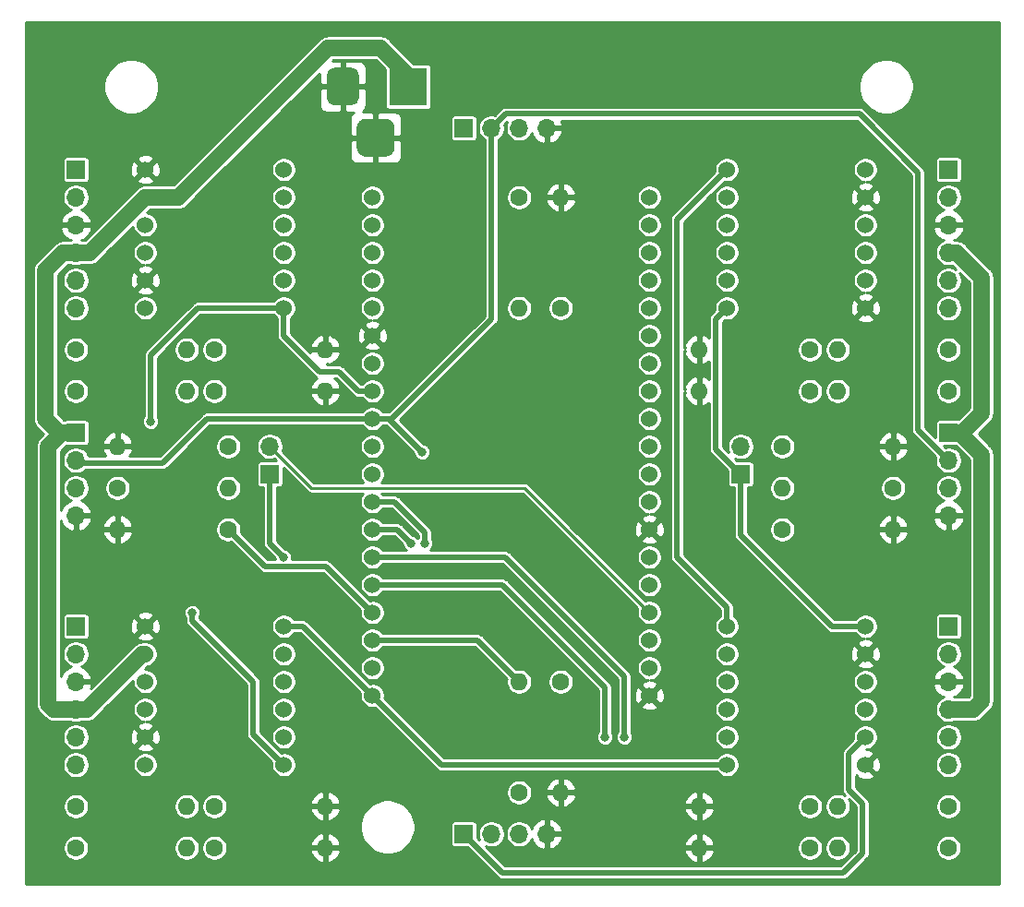
<source format=gbl>
G04 #@! TF.GenerationSoftware,KiCad,Pcbnew,(5.1.9)-1*
G04 #@! TF.CreationDate,2021-05-03T12:15:15+12:00*
G04 #@! TF.ProjectId,Mobile robot electronics,4d6f6269-6c65-4207-926f-626f7420656c,rev?*
G04 #@! TF.SameCoordinates,Original*
G04 #@! TF.FileFunction,Copper,L2,Bot*
G04 #@! TF.FilePolarity,Positive*
%FSLAX46Y46*%
G04 Gerber Fmt 4.6, Leading zero omitted, Abs format (unit mm)*
G04 Created by KiCad (PCBNEW (5.1.9)-1) date 2021-05-03 12:15:15*
%MOMM*%
%LPD*%
G01*
G04 APERTURE LIST*
G04 #@! TA.AperFunction,ComponentPad*
%ADD10C,1.524000*%
G04 #@! TD*
G04 #@! TA.AperFunction,ComponentPad*
%ADD11R,3.500000X3.500000*%
G04 #@! TD*
G04 #@! TA.AperFunction,ComponentPad*
%ADD12O,1.700000X1.700000*%
G04 #@! TD*
G04 #@! TA.AperFunction,ComponentPad*
%ADD13R,1.700000X1.700000*%
G04 #@! TD*
G04 #@! TA.AperFunction,ComponentPad*
%ADD14C,1.600000*%
G04 #@! TD*
G04 #@! TA.AperFunction,ComponentPad*
%ADD15O,1.600000X1.600000*%
G04 #@! TD*
G04 #@! TA.AperFunction,ViaPad*
%ADD16C,0.800000*%
G04 #@! TD*
G04 #@! TA.AperFunction,Conductor*
%ADD17C,0.500000*%
G04 #@! TD*
G04 #@! TA.AperFunction,Conductor*
%ADD18C,1.500000*%
G04 #@! TD*
G04 #@! TA.AperFunction,Conductor*
%ADD19C,0.250000*%
G04 #@! TD*
G04 #@! TA.AperFunction,Conductor*
%ADD20C,0.254000*%
G04 #@! TD*
G04 #@! TA.AperFunction,Conductor*
%ADD21C,0.100000*%
G04 #@! TD*
G04 APERTURE END LIST*
D10*
X90674000Y-97790000D03*
X90674000Y-95250000D03*
X90674000Y-92710000D03*
X90674000Y-90170000D03*
X90674000Y-87630000D03*
X90674000Y-85090000D03*
X90674000Y-82550000D03*
X90674000Y-80010000D03*
X90674000Y-77470000D03*
X90674000Y-74930000D03*
X90674000Y-72390000D03*
X90674000Y-69850000D03*
X90674000Y-67310000D03*
X90674000Y-64770000D03*
X90674000Y-62230000D03*
X90674000Y-59690000D03*
X90674000Y-57150000D03*
X90674000Y-54610000D03*
X90674000Y-52070000D03*
X65274000Y-97790000D03*
X65274000Y-95250000D03*
X65274000Y-92710000D03*
X65274000Y-90170000D03*
X65274000Y-87630000D03*
X65274000Y-85090000D03*
X65274000Y-82550000D03*
X65274000Y-80010000D03*
X65274000Y-77470000D03*
X65274000Y-74930000D03*
X65274000Y-72390000D03*
X65274000Y-69850000D03*
X65274000Y-67310000D03*
X65274000Y-64770000D03*
X65274000Y-62230000D03*
X65274000Y-59690000D03*
X65274000Y-57150000D03*
X65274000Y-54610000D03*
X65274000Y-52070000D03*
G04 #@! TA.AperFunction,ComponentPad*
G36*
G01*
X63830000Y-47485000D02*
X63830000Y-45735000D01*
G75*
G02*
X64705000Y-44860000I875000J0D01*
G01*
X66455000Y-44860000D01*
G75*
G02*
X67330000Y-45735000I0J-875000D01*
G01*
X67330000Y-47485000D01*
G75*
G02*
X66455000Y-48360000I-875000J0D01*
G01*
X64705000Y-48360000D01*
G75*
G02*
X63830000Y-47485000I0J875000D01*
G01*
G37*
G04 #@! TD.AperFunction*
G04 #@! TA.AperFunction,ComponentPad*
G36*
G01*
X61080000Y-42910000D02*
X61080000Y-40910000D01*
G75*
G02*
X61830000Y-40160000I750000J0D01*
G01*
X63330000Y-40160000D01*
G75*
G02*
X64080000Y-40910000I0J-750000D01*
G01*
X64080000Y-42910000D01*
G75*
G02*
X63330000Y-43660000I-750000J0D01*
G01*
X61830000Y-43660000D01*
G75*
G02*
X61080000Y-42910000I0J750000D01*
G01*
G37*
G04 #@! TD.AperFunction*
D11*
X68580000Y-41910000D03*
D12*
X81280000Y-45720000D03*
X78740000Y-45720000D03*
X76200000Y-45720000D03*
D13*
X73660000Y-45720000D03*
X73660000Y-110490000D03*
D12*
X76200000Y-110490000D03*
X78740000Y-110490000D03*
X81280000Y-110490000D03*
D13*
X38100000Y-73660000D03*
D12*
X38100000Y-76200000D03*
X38100000Y-78740000D03*
X38100000Y-81280000D03*
X118110000Y-81280000D03*
X118110000Y-78740000D03*
X118110000Y-76200000D03*
D13*
X118110000Y-73660000D03*
X55880000Y-77470000D03*
D12*
X55880000Y-74930000D03*
X99060000Y-74930000D03*
D13*
X99060000Y-77470000D03*
D12*
X38100000Y-62230000D03*
X38100000Y-59690000D03*
X38100000Y-57150000D03*
X38100000Y-54610000D03*
X38100000Y-52070000D03*
D13*
X38100000Y-49530000D03*
D12*
X38100000Y-104140000D03*
X38100000Y-101600000D03*
X38100000Y-99060000D03*
X38100000Y-96520000D03*
X38100000Y-93980000D03*
D13*
X38100000Y-91440000D03*
X118110000Y-49530000D03*
D12*
X118110000Y-52070000D03*
X118110000Y-54610000D03*
X118110000Y-57150000D03*
X118110000Y-59690000D03*
X118110000Y-62230000D03*
D13*
X118110000Y-91440000D03*
D12*
X118110000Y-93980000D03*
X118110000Y-96520000D03*
X118110000Y-99060000D03*
X118110000Y-101600000D03*
X118110000Y-104140000D03*
D14*
X78740000Y-52070000D03*
D15*
X78740000Y-62230000D03*
X82550000Y-52070000D03*
D14*
X82550000Y-62230000D03*
X78740000Y-106680000D03*
D15*
X78740000Y-96520000D03*
X82550000Y-106680000D03*
D14*
X82550000Y-96520000D03*
X41910000Y-78740000D03*
D15*
X52070000Y-78740000D03*
X41910000Y-82550000D03*
D14*
X52070000Y-82550000D03*
X113030000Y-78740000D03*
D15*
X102870000Y-78740000D03*
X113030000Y-82550000D03*
D14*
X102870000Y-82550000D03*
X52070000Y-74930000D03*
D15*
X41910000Y-74930000D03*
X113030000Y-74930000D03*
D14*
X102870000Y-74930000D03*
D15*
X48260000Y-66040000D03*
D14*
X38100000Y-66040000D03*
D15*
X60960000Y-66040000D03*
D14*
X50800000Y-66040000D03*
D15*
X48260000Y-107950000D03*
D14*
X38100000Y-107950000D03*
D15*
X60960000Y-107950000D03*
D14*
X50800000Y-107950000D03*
X38100000Y-69850000D03*
D15*
X48260000Y-69850000D03*
D14*
X50800000Y-69850000D03*
D15*
X60960000Y-69850000D03*
D14*
X38100000Y-111760000D03*
D15*
X48260000Y-111760000D03*
D14*
X50800000Y-111760000D03*
D15*
X60960000Y-111760000D03*
X107950000Y-66040000D03*
D14*
X118110000Y-66040000D03*
D15*
X95250000Y-66040000D03*
D14*
X105410000Y-66040000D03*
D15*
X107950000Y-107950000D03*
D14*
X118110000Y-107950000D03*
D15*
X95250000Y-107950000D03*
D14*
X105410000Y-107950000D03*
X118110000Y-69850000D03*
D15*
X107950000Y-69850000D03*
D14*
X105410000Y-69850000D03*
D15*
X95250000Y-69850000D03*
D14*
X118110000Y-111760000D03*
D15*
X107950000Y-111760000D03*
D14*
X105410000Y-111760000D03*
D15*
X95250000Y-111760000D03*
D10*
X44450000Y-57150000D03*
X44450000Y-49530000D03*
X44450000Y-52070000D03*
X44450000Y-54610000D03*
X44450000Y-59690000D03*
X57150000Y-52070000D03*
X57150000Y-54610000D03*
X44450000Y-62230000D03*
X57150000Y-49530000D03*
X57150000Y-62230000D03*
X57150000Y-57150000D03*
X57150000Y-59690000D03*
X57150000Y-101600000D03*
X57150000Y-99060000D03*
X57150000Y-104140000D03*
X57150000Y-91440000D03*
X44450000Y-104140000D03*
X57150000Y-96520000D03*
X57150000Y-93980000D03*
X44450000Y-101600000D03*
X44450000Y-96520000D03*
X44450000Y-93980000D03*
X44450000Y-91440000D03*
X44450000Y-99060000D03*
X110490000Y-54610000D03*
X110490000Y-62230000D03*
X110490000Y-59690000D03*
X110490000Y-57150000D03*
X110490000Y-52070000D03*
X97790000Y-59690000D03*
X97790000Y-57150000D03*
X110490000Y-49530000D03*
X97790000Y-62230000D03*
X97790000Y-49530000D03*
X97790000Y-54610000D03*
X97790000Y-52070000D03*
X97790000Y-93980000D03*
X97790000Y-96520000D03*
X97790000Y-91440000D03*
X97790000Y-104140000D03*
X110490000Y-91440000D03*
X97790000Y-99060000D03*
X97790000Y-101600000D03*
X110490000Y-93980000D03*
X110490000Y-99060000D03*
X110490000Y-101600000D03*
X110490000Y-104140000D03*
X110490000Y-96520000D03*
D16*
X69850000Y-75438000D03*
X57150000Y-85090000D03*
X70104000Y-83820000D03*
X68834000Y-83820000D03*
X86614000Y-101600000D03*
X88392000Y-101600000D03*
X44958000Y-72644000D03*
X48768000Y-90170000D03*
D17*
X77500001Y-44419999D02*
X109951999Y-44419999D01*
X76200000Y-45720000D02*
X77500001Y-44419999D01*
X109951999Y-44419999D02*
X115316000Y-49784000D01*
X115316000Y-73406000D02*
X118110000Y-76200000D01*
X115316000Y-49784000D02*
X115316000Y-73406000D01*
X50110002Y-72390000D02*
X65274000Y-72390000D01*
X46046002Y-76454000D02*
X50110002Y-72390000D01*
X38354000Y-76454000D02*
X46046002Y-76454000D01*
X38100000Y-76200000D02*
X38354000Y-76454000D01*
X76200000Y-63246000D02*
X76200000Y-48514000D01*
X76200000Y-48514000D02*
X76200000Y-45720000D01*
X67056000Y-72390000D02*
X76200000Y-63246000D01*
X65274000Y-72390000D02*
X67056000Y-72390000D01*
X66802000Y-72390000D02*
X65274000Y-72390000D01*
X69850000Y-75438000D02*
X66802000Y-72390000D01*
X108966000Y-103124000D02*
X110490000Y-101600000D01*
X108966000Y-106426000D02*
X108966000Y-103124000D01*
X110236000Y-107696000D02*
X108966000Y-106426000D01*
X110236000Y-112268000D02*
X110236000Y-107696000D01*
X108458000Y-114046000D02*
X110236000Y-112268000D01*
X77216000Y-114046000D02*
X108458000Y-114046000D01*
X73660000Y-110490000D02*
X77216000Y-114046000D01*
D18*
X38100000Y-99060000D02*
X39116000Y-99060000D01*
X44196000Y-93980000D02*
X44450000Y-93980000D01*
X39116000Y-99060000D02*
X44196000Y-93980000D01*
X68580000Y-41910000D02*
X68580000Y-40894000D01*
X68580000Y-40894000D02*
X66040000Y-38354000D01*
X66040000Y-38354000D02*
X61214000Y-38354000D01*
X47498000Y-52070000D02*
X44450000Y-52070000D01*
X61214000Y-38354000D02*
X47498000Y-52070000D01*
X39370000Y-57150000D02*
X38100000Y-57150000D01*
X44450000Y-52070000D02*
X39370000Y-57150000D01*
X36897919Y-57150000D02*
X35306000Y-58741919D01*
X38100000Y-57150000D02*
X36897919Y-57150000D01*
X35306000Y-58741919D02*
X35306000Y-72390000D01*
X36576000Y-73660000D02*
X38100000Y-73660000D01*
X35306000Y-72390000D02*
X36576000Y-73660000D01*
X118110000Y-73660000D02*
X119126000Y-73660000D01*
X119126000Y-73660000D02*
X121158000Y-75692000D01*
X121158000Y-75692000D02*
X121158000Y-98298000D01*
X120396000Y-99060000D02*
X118110000Y-99060000D01*
X121158000Y-98298000D02*
X120396000Y-99060000D01*
X119380000Y-73660000D02*
X118110000Y-73660000D01*
X121158000Y-71882000D02*
X119380000Y-73660000D01*
X118872000Y-57150000D02*
X121158000Y-59436000D01*
X121158000Y-59436000D02*
X121158000Y-71882000D01*
X118110000Y-57150000D02*
X118872000Y-57150000D01*
X36068000Y-99060000D02*
X38100000Y-99060000D01*
X35560000Y-98552000D02*
X36068000Y-99060000D01*
X35560000Y-74930000D02*
X35560000Y-98552000D01*
X36830000Y-73660000D02*
X35560000Y-74930000D01*
X38100000Y-73660000D02*
X36830000Y-73660000D01*
D17*
X58924000Y-91440000D02*
X65274000Y-97790000D01*
X57150000Y-91440000D02*
X58924000Y-91440000D01*
X107442000Y-91440000D02*
X110490000Y-91440000D01*
X99060000Y-83058000D02*
X107442000Y-91440000D01*
X99060000Y-77470000D02*
X99060000Y-83058000D01*
X97790000Y-62230000D02*
X96774000Y-63246000D01*
X96774000Y-75184000D02*
X99060000Y-77470000D01*
X96774000Y-63246000D02*
X96774000Y-75184000D01*
X71624000Y-104140000D02*
X97790000Y-104140000D01*
X65274000Y-97790000D02*
X71624000Y-104140000D01*
X55880000Y-77470000D02*
X55880000Y-83820000D01*
X55880000Y-83820000D02*
X57150000Y-85090000D01*
D19*
X59690000Y-78740000D02*
X79244000Y-78740000D01*
X79244000Y-78740000D02*
X90674000Y-90170000D01*
X55880000Y-74930000D02*
X59690000Y-78740000D01*
D17*
X74930000Y-92710000D02*
X78740000Y-96520000D01*
X65274000Y-92710000D02*
X74930000Y-92710000D01*
X55460001Y-85940001D02*
X61044001Y-85940001D01*
X61044001Y-85940001D02*
X65274000Y-90170000D01*
X52070000Y-82550000D02*
X55460001Y-85940001D01*
X67310000Y-80010000D02*
X70104000Y-82804000D01*
X65274000Y-80010000D02*
X67310000Y-80010000D01*
X70104000Y-82804000D02*
X70104000Y-83820000D01*
X65274000Y-82550000D02*
X67564000Y-82550000D01*
X67564000Y-82550000D02*
X68834000Y-83820000D01*
X65274000Y-87630000D02*
X77216000Y-87630000D01*
X86614000Y-97028000D02*
X86614000Y-101600000D01*
X77216000Y-87630000D02*
X86614000Y-97028000D01*
X88392000Y-96012000D02*
X88392000Y-101600000D01*
X77470000Y-85090000D02*
X88392000Y-96012000D01*
X65274000Y-85090000D02*
X77470000Y-85090000D01*
X49276000Y-62230000D02*
X57150000Y-62230000D01*
X44958000Y-66548000D02*
X49276000Y-62230000D01*
X44958000Y-72644000D02*
X44958000Y-66548000D01*
X97790000Y-49530000D02*
X93218000Y-54102000D01*
X93218000Y-54102000D02*
X93218000Y-85090000D01*
X97790000Y-89662000D02*
X97790000Y-91440000D01*
X93218000Y-85090000D02*
X97790000Y-89662000D01*
X54356000Y-101346000D02*
X57150000Y-104140000D01*
X54356000Y-96508002D02*
X54356000Y-100330000D01*
X48768000Y-90920002D02*
X54356000Y-96508002D01*
X48768000Y-90170000D02*
X48768000Y-90920002D01*
X54356000Y-100330000D02*
X54356000Y-101346000D01*
X64008000Y-69850000D02*
X65274000Y-69850000D01*
X62230000Y-68072000D02*
X64008000Y-69850000D01*
X60452000Y-68072000D02*
X62230000Y-68072000D01*
X57150000Y-64770000D02*
X60452000Y-68072000D01*
X57150000Y-62230000D02*
X57150000Y-64770000D01*
D20*
X122709001Y-115089000D02*
X33501000Y-115089000D01*
X33501000Y-111643682D01*
X36919000Y-111643682D01*
X36919000Y-111876318D01*
X36964386Y-112104485D01*
X37053412Y-112319413D01*
X37182658Y-112512843D01*
X37347157Y-112677342D01*
X37540587Y-112806588D01*
X37755515Y-112895614D01*
X37983682Y-112941000D01*
X38216318Y-112941000D01*
X38444485Y-112895614D01*
X38659413Y-112806588D01*
X38852843Y-112677342D01*
X39017342Y-112512843D01*
X39146588Y-112319413D01*
X39235614Y-112104485D01*
X39281000Y-111876318D01*
X39281000Y-111643682D01*
X47079000Y-111643682D01*
X47079000Y-111876318D01*
X47124386Y-112104485D01*
X47213412Y-112319413D01*
X47342658Y-112512843D01*
X47507157Y-112677342D01*
X47700587Y-112806588D01*
X47915515Y-112895614D01*
X48143682Y-112941000D01*
X48376318Y-112941000D01*
X48604485Y-112895614D01*
X48819413Y-112806588D01*
X49012843Y-112677342D01*
X49177342Y-112512843D01*
X49306588Y-112319413D01*
X49395614Y-112104485D01*
X49441000Y-111876318D01*
X49441000Y-111643682D01*
X49619000Y-111643682D01*
X49619000Y-111876318D01*
X49664386Y-112104485D01*
X49753412Y-112319413D01*
X49882658Y-112512843D01*
X50047157Y-112677342D01*
X50240587Y-112806588D01*
X50455515Y-112895614D01*
X50683682Y-112941000D01*
X50916318Y-112941000D01*
X51144485Y-112895614D01*
X51359413Y-112806588D01*
X51552843Y-112677342D01*
X51717342Y-112512843D01*
X51846588Y-112319413D01*
X51933727Y-112109039D01*
X59568096Y-112109039D01*
X59608754Y-112243087D01*
X59728963Y-112497420D01*
X59896481Y-112723414D01*
X60104869Y-112912385D01*
X60346119Y-113057070D01*
X60610960Y-113151909D01*
X60833000Y-113030624D01*
X60833000Y-111887000D01*
X61087000Y-111887000D01*
X61087000Y-113030624D01*
X61309040Y-113151909D01*
X61573881Y-113057070D01*
X61815131Y-112912385D01*
X62023519Y-112723414D01*
X62191037Y-112497420D01*
X62311246Y-112243087D01*
X62351904Y-112109039D01*
X62229915Y-111887000D01*
X61087000Y-111887000D01*
X60833000Y-111887000D01*
X59690085Y-111887000D01*
X59568096Y-112109039D01*
X51933727Y-112109039D01*
X51935614Y-112104485D01*
X51981000Y-111876318D01*
X51981000Y-111643682D01*
X51935614Y-111415515D01*
X51933728Y-111410961D01*
X59568096Y-111410961D01*
X59690085Y-111633000D01*
X60833000Y-111633000D01*
X60833000Y-110489376D01*
X61087000Y-110489376D01*
X61087000Y-111633000D01*
X62229915Y-111633000D01*
X62351904Y-111410961D01*
X62311246Y-111276913D01*
X62191037Y-111022580D01*
X62023519Y-110796586D01*
X61815131Y-110607615D01*
X61573881Y-110462930D01*
X61309040Y-110368091D01*
X61087000Y-110489376D01*
X60833000Y-110489376D01*
X60610960Y-110368091D01*
X60346119Y-110462930D01*
X60104869Y-110607615D01*
X59896481Y-110796586D01*
X59728963Y-111022580D01*
X59608754Y-111276913D01*
X59568096Y-111410961D01*
X51933728Y-111410961D01*
X51846588Y-111200587D01*
X51717342Y-111007157D01*
X51552843Y-110842658D01*
X51359413Y-110713412D01*
X51144485Y-110624386D01*
X50916318Y-110579000D01*
X50683682Y-110579000D01*
X50455515Y-110624386D01*
X50240587Y-110713412D01*
X50047157Y-110842658D01*
X49882658Y-111007157D01*
X49753412Y-111200587D01*
X49664386Y-111415515D01*
X49619000Y-111643682D01*
X49441000Y-111643682D01*
X49395614Y-111415515D01*
X49306588Y-111200587D01*
X49177342Y-111007157D01*
X49012843Y-110842658D01*
X48819413Y-110713412D01*
X48604485Y-110624386D01*
X48376318Y-110579000D01*
X48143682Y-110579000D01*
X47915515Y-110624386D01*
X47700587Y-110713412D01*
X47507157Y-110842658D01*
X47342658Y-111007157D01*
X47213412Y-111200587D01*
X47124386Y-111415515D01*
X47079000Y-111643682D01*
X39281000Y-111643682D01*
X39235614Y-111415515D01*
X39146588Y-111200587D01*
X39017342Y-111007157D01*
X38852843Y-110842658D01*
X38659413Y-110713412D01*
X38444485Y-110624386D01*
X38216318Y-110579000D01*
X37983682Y-110579000D01*
X37755515Y-110624386D01*
X37540587Y-110713412D01*
X37347157Y-110842658D01*
X37182658Y-111007157D01*
X37053412Y-111200587D01*
X36964386Y-111415515D01*
X36919000Y-111643682D01*
X33501000Y-111643682D01*
X33501000Y-109605718D01*
X64144000Y-109605718D01*
X64144000Y-110104282D01*
X64241265Y-110593265D01*
X64432057Y-111053878D01*
X64709044Y-111468418D01*
X65061582Y-111820956D01*
X65476122Y-112097943D01*
X65936735Y-112288735D01*
X66425718Y-112386000D01*
X66924282Y-112386000D01*
X67413265Y-112288735D01*
X67873878Y-112097943D01*
X68288418Y-111820956D01*
X68640956Y-111468418D01*
X68917943Y-111053878D01*
X69108735Y-110593265D01*
X69206000Y-110104282D01*
X69206000Y-109640000D01*
X72427157Y-109640000D01*
X72427157Y-111340000D01*
X72434513Y-111414689D01*
X72456299Y-111486508D01*
X72491678Y-111552696D01*
X72539289Y-111610711D01*
X72597304Y-111658322D01*
X72663492Y-111693701D01*
X72735311Y-111715487D01*
X72810000Y-111722843D01*
X74000475Y-111722843D01*
X76747895Y-114470263D01*
X76767657Y-114494343D01*
X76863739Y-114573196D01*
X76973358Y-114631789D01*
X77092302Y-114667870D01*
X77185002Y-114677000D01*
X77185011Y-114677000D01*
X77215999Y-114680052D01*
X77246987Y-114677000D01*
X108427010Y-114677000D01*
X108458000Y-114680052D01*
X108488990Y-114677000D01*
X108488998Y-114677000D01*
X108581698Y-114667870D01*
X108700642Y-114631789D01*
X108810261Y-114573196D01*
X108906343Y-114494343D01*
X108926105Y-114470263D01*
X110660269Y-112736100D01*
X110684343Y-112716343D01*
X110763196Y-112620261D01*
X110821789Y-112510642D01*
X110857870Y-112391698D01*
X110867000Y-112298998D01*
X110867000Y-112298991D01*
X110870052Y-112268000D01*
X110867000Y-112237010D01*
X110867000Y-111643682D01*
X116929000Y-111643682D01*
X116929000Y-111876318D01*
X116974386Y-112104485D01*
X117063412Y-112319413D01*
X117192658Y-112512843D01*
X117357157Y-112677342D01*
X117550587Y-112806588D01*
X117765515Y-112895614D01*
X117993682Y-112941000D01*
X118226318Y-112941000D01*
X118454485Y-112895614D01*
X118669413Y-112806588D01*
X118862843Y-112677342D01*
X119027342Y-112512843D01*
X119156588Y-112319413D01*
X119245614Y-112104485D01*
X119291000Y-111876318D01*
X119291000Y-111643682D01*
X119245614Y-111415515D01*
X119156588Y-111200587D01*
X119027342Y-111007157D01*
X118862843Y-110842658D01*
X118669413Y-110713412D01*
X118454485Y-110624386D01*
X118226318Y-110579000D01*
X117993682Y-110579000D01*
X117765515Y-110624386D01*
X117550587Y-110713412D01*
X117357157Y-110842658D01*
X117192658Y-111007157D01*
X117063412Y-111200587D01*
X116974386Y-111415515D01*
X116929000Y-111643682D01*
X110867000Y-111643682D01*
X110867000Y-107833682D01*
X116929000Y-107833682D01*
X116929000Y-108066318D01*
X116974386Y-108294485D01*
X117063412Y-108509413D01*
X117192658Y-108702843D01*
X117357157Y-108867342D01*
X117550587Y-108996588D01*
X117765515Y-109085614D01*
X117993682Y-109131000D01*
X118226318Y-109131000D01*
X118454485Y-109085614D01*
X118669413Y-108996588D01*
X118862843Y-108867342D01*
X119027342Y-108702843D01*
X119156588Y-108509413D01*
X119245614Y-108294485D01*
X119291000Y-108066318D01*
X119291000Y-107833682D01*
X119245614Y-107605515D01*
X119156588Y-107390587D01*
X119027342Y-107197157D01*
X118862843Y-107032658D01*
X118669413Y-106903412D01*
X118454485Y-106814386D01*
X118226318Y-106769000D01*
X117993682Y-106769000D01*
X117765515Y-106814386D01*
X117550587Y-106903412D01*
X117357157Y-107032658D01*
X117192658Y-107197157D01*
X117063412Y-107390587D01*
X116974386Y-107605515D01*
X116929000Y-107833682D01*
X110867000Y-107833682D01*
X110867000Y-107726987D01*
X110870052Y-107695999D01*
X110867000Y-107665011D01*
X110867000Y-107665002D01*
X110857870Y-107572302D01*
X110821789Y-107453358D01*
X110763196Y-107343739D01*
X110746997Y-107324000D01*
X110704103Y-107271734D01*
X110704101Y-107271732D01*
X110684343Y-107247657D01*
X110660268Y-107227899D01*
X109597000Y-106164632D01*
X109597000Y-105212608D01*
X109704041Y-105105567D01*
X109771020Y-105345656D01*
X110020048Y-105462756D01*
X110287135Y-105529023D01*
X110562017Y-105541910D01*
X110834133Y-105500922D01*
X111093023Y-105407636D01*
X111208980Y-105345656D01*
X111275960Y-105105565D01*
X110490000Y-104319605D01*
X110475858Y-104333748D01*
X110296253Y-104154143D01*
X110310395Y-104140000D01*
X110669605Y-104140000D01*
X111455565Y-104925960D01*
X111695656Y-104858980D01*
X111812756Y-104609952D01*
X111879023Y-104342865D01*
X111891910Y-104067983D01*
X111884496Y-104018757D01*
X116879000Y-104018757D01*
X116879000Y-104261243D01*
X116926307Y-104499069D01*
X117019102Y-104723097D01*
X117153820Y-104924717D01*
X117325283Y-105096180D01*
X117526903Y-105230898D01*
X117750931Y-105323693D01*
X117988757Y-105371000D01*
X118231243Y-105371000D01*
X118469069Y-105323693D01*
X118693097Y-105230898D01*
X118894717Y-105096180D01*
X119066180Y-104924717D01*
X119200898Y-104723097D01*
X119293693Y-104499069D01*
X119341000Y-104261243D01*
X119341000Y-104018757D01*
X119293693Y-103780931D01*
X119200898Y-103556903D01*
X119066180Y-103355283D01*
X118894717Y-103183820D01*
X118693097Y-103049102D01*
X118469069Y-102956307D01*
X118231243Y-102909000D01*
X117988757Y-102909000D01*
X117750931Y-102956307D01*
X117526903Y-103049102D01*
X117325283Y-103183820D01*
X117153820Y-103355283D01*
X117019102Y-103556903D01*
X116926307Y-103780931D01*
X116879000Y-104018757D01*
X111884496Y-104018757D01*
X111850922Y-103795867D01*
X111757636Y-103536977D01*
X111695656Y-103421020D01*
X111455565Y-103354040D01*
X110669605Y-104140000D01*
X110310395Y-104140000D01*
X110296253Y-104125858D01*
X110475858Y-103946253D01*
X110490000Y-103960395D01*
X111275960Y-103174435D01*
X111208980Y-102934344D01*
X110959952Y-102817244D01*
X110692865Y-102750977D01*
X110522714Y-102743000D01*
X110602576Y-102743000D01*
X110823401Y-102699075D01*
X111031413Y-102612913D01*
X111218620Y-102487826D01*
X111377826Y-102328620D01*
X111502913Y-102141413D01*
X111589075Y-101933401D01*
X111633000Y-101712576D01*
X111633000Y-101487424D01*
X111631277Y-101478757D01*
X116879000Y-101478757D01*
X116879000Y-101721243D01*
X116926307Y-101959069D01*
X117019102Y-102183097D01*
X117153820Y-102384717D01*
X117325283Y-102556180D01*
X117526903Y-102690898D01*
X117750931Y-102783693D01*
X117988757Y-102831000D01*
X118231243Y-102831000D01*
X118469069Y-102783693D01*
X118693097Y-102690898D01*
X118894717Y-102556180D01*
X119066180Y-102384717D01*
X119200898Y-102183097D01*
X119293693Y-101959069D01*
X119341000Y-101721243D01*
X119341000Y-101478757D01*
X119293693Y-101240931D01*
X119200898Y-101016903D01*
X119066180Y-100815283D01*
X118894717Y-100643820D01*
X118693097Y-100509102D01*
X118469069Y-100416307D01*
X118231243Y-100369000D01*
X117988757Y-100369000D01*
X117750931Y-100416307D01*
X117526903Y-100509102D01*
X117325283Y-100643820D01*
X117153820Y-100815283D01*
X117019102Y-101016903D01*
X116926307Y-101240931D01*
X116879000Y-101478757D01*
X111631277Y-101478757D01*
X111589075Y-101266599D01*
X111502913Y-101058587D01*
X111377826Y-100871380D01*
X111218620Y-100712174D01*
X111031413Y-100587087D01*
X110823401Y-100500925D01*
X110602576Y-100457000D01*
X110377424Y-100457000D01*
X110156599Y-100500925D01*
X109948587Y-100587087D01*
X109761380Y-100712174D01*
X109602174Y-100871380D01*
X109477087Y-101058587D01*
X109390925Y-101266599D01*
X109347000Y-101487424D01*
X109347000Y-101712576D01*
X109369905Y-101827727D01*
X108541733Y-102655899D01*
X108517658Y-102675657D01*
X108497900Y-102699732D01*
X108497897Y-102699735D01*
X108438804Y-102771740D01*
X108380211Y-102881359D01*
X108344130Y-103000303D01*
X108331948Y-103124000D01*
X108335001Y-103155000D01*
X108335000Y-106395010D01*
X108331948Y-106426000D01*
X108335000Y-106456990D01*
X108335000Y-106456997D01*
X108344130Y-106549697D01*
X108380211Y-106668641D01*
X108438804Y-106778260D01*
X108517657Y-106874343D01*
X108541737Y-106894105D01*
X108634875Y-106987243D01*
X108509413Y-106903412D01*
X108294485Y-106814386D01*
X108066318Y-106769000D01*
X107833682Y-106769000D01*
X107605515Y-106814386D01*
X107390587Y-106903412D01*
X107197157Y-107032658D01*
X107032658Y-107197157D01*
X106903412Y-107390587D01*
X106814386Y-107605515D01*
X106769000Y-107833682D01*
X106769000Y-108066318D01*
X106814386Y-108294485D01*
X106903412Y-108509413D01*
X107032658Y-108702843D01*
X107197157Y-108867342D01*
X107390587Y-108996588D01*
X107605515Y-109085614D01*
X107833682Y-109131000D01*
X108066318Y-109131000D01*
X108294485Y-109085614D01*
X108509413Y-108996588D01*
X108702843Y-108867342D01*
X108867342Y-108702843D01*
X108996588Y-108509413D01*
X109085614Y-108294485D01*
X109131000Y-108066318D01*
X109131000Y-107833682D01*
X109085614Y-107605515D01*
X108996588Y-107390587D01*
X108912757Y-107265125D01*
X109605001Y-107957370D01*
X109605000Y-112006631D01*
X108196632Y-113415000D01*
X77477368Y-113415000D01*
X76171407Y-112109039D01*
X93858096Y-112109039D01*
X93898754Y-112243087D01*
X94018963Y-112497420D01*
X94186481Y-112723414D01*
X94394869Y-112912385D01*
X94636119Y-113057070D01*
X94900960Y-113151909D01*
X95123000Y-113030624D01*
X95123000Y-111887000D01*
X95377000Y-111887000D01*
X95377000Y-113030624D01*
X95599040Y-113151909D01*
X95863881Y-113057070D01*
X96105131Y-112912385D01*
X96313519Y-112723414D01*
X96481037Y-112497420D01*
X96601246Y-112243087D01*
X96641904Y-112109039D01*
X96519915Y-111887000D01*
X95377000Y-111887000D01*
X95123000Y-111887000D01*
X93980085Y-111887000D01*
X93858096Y-112109039D01*
X76171407Y-112109039D01*
X75661907Y-111599539D01*
X75840931Y-111673693D01*
X76078757Y-111721000D01*
X76321243Y-111721000D01*
X76559069Y-111673693D01*
X76783097Y-111580898D01*
X76984717Y-111446180D01*
X77156180Y-111274717D01*
X77290898Y-111073097D01*
X77383693Y-110849069D01*
X77431000Y-110611243D01*
X77431000Y-110368757D01*
X77509000Y-110368757D01*
X77509000Y-110611243D01*
X77556307Y-110849069D01*
X77649102Y-111073097D01*
X77783820Y-111274717D01*
X77955283Y-111446180D01*
X78156903Y-111580898D01*
X78380931Y-111673693D01*
X78618757Y-111721000D01*
X78861243Y-111721000D01*
X79099069Y-111673693D01*
X79323097Y-111580898D01*
X79524717Y-111446180D01*
X79696180Y-111274717D01*
X79830898Y-111073097D01*
X79878228Y-110958832D01*
X79935843Y-111121252D01*
X80084822Y-111371355D01*
X80279731Y-111587588D01*
X80513080Y-111761641D01*
X80775901Y-111886825D01*
X80923110Y-111931476D01*
X81153000Y-111810155D01*
X81153000Y-110617000D01*
X81407000Y-110617000D01*
X81407000Y-111810155D01*
X81636890Y-111931476D01*
X81784099Y-111886825D01*
X82046920Y-111761641D01*
X82205065Y-111643682D01*
X104229000Y-111643682D01*
X104229000Y-111876318D01*
X104274386Y-112104485D01*
X104363412Y-112319413D01*
X104492658Y-112512843D01*
X104657157Y-112677342D01*
X104850587Y-112806588D01*
X105065515Y-112895614D01*
X105293682Y-112941000D01*
X105526318Y-112941000D01*
X105754485Y-112895614D01*
X105969413Y-112806588D01*
X106162843Y-112677342D01*
X106327342Y-112512843D01*
X106456588Y-112319413D01*
X106545614Y-112104485D01*
X106591000Y-111876318D01*
X106591000Y-111643682D01*
X106769000Y-111643682D01*
X106769000Y-111876318D01*
X106814386Y-112104485D01*
X106903412Y-112319413D01*
X107032658Y-112512843D01*
X107197157Y-112677342D01*
X107390587Y-112806588D01*
X107605515Y-112895614D01*
X107833682Y-112941000D01*
X108066318Y-112941000D01*
X108294485Y-112895614D01*
X108509413Y-112806588D01*
X108702843Y-112677342D01*
X108867342Y-112512843D01*
X108996588Y-112319413D01*
X109085614Y-112104485D01*
X109131000Y-111876318D01*
X109131000Y-111643682D01*
X109085614Y-111415515D01*
X108996588Y-111200587D01*
X108867342Y-111007157D01*
X108702843Y-110842658D01*
X108509413Y-110713412D01*
X108294485Y-110624386D01*
X108066318Y-110579000D01*
X107833682Y-110579000D01*
X107605515Y-110624386D01*
X107390587Y-110713412D01*
X107197157Y-110842658D01*
X107032658Y-111007157D01*
X106903412Y-111200587D01*
X106814386Y-111415515D01*
X106769000Y-111643682D01*
X106591000Y-111643682D01*
X106545614Y-111415515D01*
X106456588Y-111200587D01*
X106327342Y-111007157D01*
X106162843Y-110842658D01*
X105969413Y-110713412D01*
X105754485Y-110624386D01*
X105526318Y-110579000D01*
X105293682Y-110579000D01*
X105065515Y-110624386D01*
X104850587Y-110713412D01*
X104657157Y-110842658D01*
X104492658Y-111007157D01*
X104363412Y-111200587D01*
X104274386Y-111415515D01*
X104229000Y-111643682D01*
X82205065Y-111643682D01*
X82280269Y-111587588D01*
X82439477Y-111410961D01*
X93858096Y-111410961D01*
X93980085Y-111633000D01*
X95123000Y-111633000D01*
X95123000Y-110489376D01*
X95377000Y-110489376D01*
X95377000Y-111633000D01*
X96519915Y-111633000D01*
X96641904Y-111410961D01*
X96601246Y-111276913D01*
X96481037Y-111022580D01*
X96313519Y-110796586D01*
X96105131Y-110607615D01*
X95863881Y-110462930D01*
X95599040Y-110368091D01*
X95377000Y-110489376D01*
X95123000Y-110489376D01*
X94900960Y-110368091D01*
X94636119Y-110462930D01*
X94394869Y-110607615D01*
X94186481Y-110796586D01*
X94018963Y-111022580D01*
X93898754Y-111276913D01*
X93858096Y-111410961D01*
X82439477Y-111410961D01*
X82475178Y-111371355D01*
X82624157Y-111121252D01*
X82721481Y-110846891D01*
X82600814Y-110617000D01*
X81407000Y-110617000D01*
X81153000Y-110617000D01*
X81133000Y-110617000D01*
X81133000Y-110363000D01*
X81153000Y-110363000D01*
X81153000Y-109169845D01*
X81407000Y-109169845D01*
X81407000Y-110363000D01*
X82600814Y-110363000D01*
X82721481Y-110133109D01*
X82624157Y-109858748D01*
X82475178Y-109608645D01*
X82280269Y-109392412D01*
X82046920Y-109218359D01*
X81784099Y-109093175D01*
X81636890Y-109048524D01*
X81407000Y-109169845D01*
X81153000Y-109169845D01*
X80923110Y-109048524D01*
X80775901Y-109093175D01*
X80513080Y-109218359D01*
X80279731Y-109392412D01*
X80084822Y-109608645D01*
X79935843Y-109858748D01*
X79878228Y-110021168D01*
X79830898Y-109906903D01*
X79696180Y-109705283D01*
X79524717Y-109533820D01*
X79323097Y-109399102D01*
X79099069Y-109306307D01*
X78861243Y-109259000D01*
X78618757Y-109259000D01*
X78380931Y-109306307D01*
X78156903Y-109399102D01*
X77955283Y-109533820D01*
X77783820Y-109705283D01*
X77649102Y-109906903D01*
X77556307Y-110130931D01*
X77509000Y-110368757D01*
X77431000Y-110368757D01*
X77383693Y-110130931D01*
X77290898Y-109906903D01*
X77156180Y-109705283D01*
X76984717Y-109533820D01*
X76783097Y-109399102D01*
X76559069Y-109306307D01*
X76321243Y-109259000D01*
X76078757Y-109259000D01*
X75840931Y-109306307D01*
X75616903Y-109399102D01*
X75415283Y-109533820D01*
X75243820Y-109705283D01*
X75109102Y-109906903D01*
X75016307Y-110130931D01*
X74969000Y-110368757D01*
X74969000Y-110611243D01*
X75016307Y-110849069D01*
X75090461Y-111028093D01*
X74892843Y-110830475D01*
X74892843Y-109640000D01*
X74885487Y-109565311D01*
X74863701Y-109493492D01*
X74828322Y-109427304D01*
X74780711Y-109369289D01*
X74722696Y-109321678D01*
X74656508Y-109286299D01*
X74584689Y-109264513D01*
X74510000Y-109257157D01*
X72810000Y-109257157D01*
X72735311Y-109264513D01*
X72663492Y-109286299D01*
X72597304Y-109321678D01*
X72539289Y-109369289D01*
X72491678Y-109427304D01*
X72456299Y-109493492D01*
X72434513Y-109565311D01*
X72427157Y-109640000D01*
X69206000Y-109640000D01*
X69206000Y-109605718D01*
X69108735Y-109116735D01*
X68917943Y-108656122D01*
X68679348Y-108299039D01*
X93858096Y-108299039D01*
X93898754Y-108433087D01*
X94018963Y-108687420D01*
X94186481Y-108913414D01*
X94394869Y-109102385D01*
X94636119Y-109247070D01*
X94900960Y-109341909D01*
X95123000Y-109220624D01*
X95123000Y-108077000D01*
X95377000Y-108077000D01*
X95377000Y-109220624D01*
X95599040Y-109341909D01*
X95863881Y-109247070D01*
X96105131Y-109102385D01*
X96313519Y-108913414D01*
X96481037Y-108687420D01*
X96601246Y-108433087D01*
X96641904Y-108299039D01*
X96519915Y-108077000D01*
X95377000Y-108077000D01*
X95123000Y-108077000D01*
X93980085Y-108077000D01*
X93858096Y-108299039D01*
X68679348Y-108299039D01*
X68640956Y-108241582D01*
X68288418Y-107889044D01*
X67873878Y-107612057D01*
X67413265Y-107421265D01*
X66924282Y-107324000D01*
X66425718Y-107324000D01*
X65936735Y-107421265D01*
X65476122Y-107612057D01*
X65061582Y-107889044D01*
X64709044Y-108241582D01*
X64432057Y-108656122D01*
X64241265Y-109116735D01*
X64144000Y-109605718D01*
X33501000Y-109605718D01*
X33501000Y-107833682D01*
X36919000Y-107833682D01*
X36919000Y-108066318D01*
X36964386Y-108294485D01*
X37053412Y-108509413D01*
X37182658Y-108702843D01*
X37347157Y-108867342D01*
X37540587Y-108996588D01*
X37755515Y-109085614D01*
X37983682Y-109131000D01*
X38216318Y-109131000D01*
X38444485Y-109085614D01*
X38659413Y-108996588D01*
X38852843Y-108867342D01*
X39017342Y-108702843D01*
X39146588Y-108509413D01*
X39235614Y-108294485D01*
X39281000Y-108066318D01*
X39281000Y-107833682D01*
X47079000Y-107833682D01*
X47079000Y-108066318D01*
X47124386Y-108294485D01*
X47213412Y-108509413D01*
X47342658Y-108702843D01*
X47507157Y-108867342D01*
X47700587Y-108996588D01*
X47915515Y-109085614D01*
X48143682Y-109131000D01*
X48376318Y-109131000D01*
X48604485Y-109085614D01*
X48819413Y-108996588D01*
X49012843Y-108867342D01*
X49177342Y-108702843D01*
X49306588Y-108509413D01*
X49395614Y-108294485D01*
X49441000Y-108066318D01*
X49441000Y-107833682D01*
X49619000Y-107833682D01*
X49619000Y-108066318D01*
X49664386Y-108294485D01*
X49753412Y-108509413D01*
X49882658Y-108702843D01*
X50047157Y-108867342D01*
X50240587Y-108996588D01*
X50455515Y-109085614D01*
X50683682Y-109131000D01*
X50916318Y-109131000D01*
X51144485Y-109085614D01*
X51359413Y-108996588D01*
X51552843Y-108867342D01*
X51717342Y-108702843D01*
X51846588Y-108509413D01*
X51933727Y-108299039D01*
X59568096Y-108299039D01*
X59608754Y-108433087D01*
X59728963Y-108687420D01*
X59896481Y-108913414D01*
X60104869Y-109102385D01*
X60346119Y-109247070D01*
X60610960Y-109341909D01*
X60833000Y-109220624D01*
X60833000Y-108077000D01*
X61087000Y-108077000D01*
X61087000Y-109220624D01*
X61309040Y-109341909D01*
X61573881Y-109247070D01*
X61815131Y-109102385D01*
X62023519Y-108913414D01*
X62191037Y-108687420D01*
X62311246Y-108433087D01*
X62351904Y-108299039D01*
X62229915Y-108077000D01*
X61087000Y-108077000D01*
X60833000Y-108077000D01*
X59690085Y-108077000D01*
X59568096Y-108299039D01*
X51933727Y-108299039D01*
X51935614Y-108294485D01*
X51981000Y-108066318D01*
X51981000Y-107833682D01*
X51935614Y-107605515D01*
X51933728Y-107600961D01*
X59568096Y-107600961D01*
X59690085Y-107823000D01*
X60833000Y-107823000D01*
X60833000Y-106679376D01*
X61087000Y-106679376D01*
X61087000Y-107823000D01*
X62229915Y-107823000D01*
X62351904Y-107600961D01*
X62311246Y-107466913D01*
X62191037Y-107212580D01*
X62023519Y-106986586D01*
X61815131Y-106797615D01*
X61573881Y-106652930D01*
X61324654Y-106563682D01*
X77559000Y-106563682D01*
X77559000Y-106796318D01*
X77604386Y-107024485D01*
X77693412Y-107239413D01*
X77822658Y-107432843D01*
X77987157Y-107597342D01*
X78180587Y-107726588D01*
X78395515Y-107815614D01*
X78623682Y-107861000D01*
X78856318Y-107861000D01*
X79084485Y-107815614D01*
X79299413Y-107726588D01*
X79492843Y-107597342D01*
X79657342Y-107432843D01*
X79786588Y-107239413D01*
X79873727Y-107029040D01*
X81158091Y-107029040D01*
X81252930Y-107293881D01*
X81397615Y-107535131D01*
X81586586Y-107743519D01*
X81812580Y-107911037D01*
X82066913Y-108031246D01*
X82200961Y-108071904D01*
X82423000Y-107949915D01*
X82423000Y-106807000D01*
X82677000Y-106807000D01*
X82677000Y-107949915D01*
X82899039Y-108071904D01*
X83033087Y-108031246D01*
X83287420Y-107911037D01*
X83391777Y-107833682D01*
X104229000Y-107833682D01*
X104229000Y-108066318D01*
X104274386Y-108294485D01*
X104363412Y-108509413D01*
X104492658Y-108702843D01*
X104657157Y-108867342D01*
X104850587Y-108996588D01*
X105065515Y-109085614D01*
X105293682Y-109131000D01*
X105526318Y-109131000D01*
X105754485Y-109085614D01*
X105969413Y-108996588D01*
X106162843Y-108867342D01*
X106327342Y-108702843D01*
X106456588Y-108509413D01*
X106545614Y-108294485D01*
X106591000Y-108066318D01*
X106591000Y-107833682D01*
X106545614Y-107605515D01*
X106456588Y-107390587D01*
X106327342Y-107197157D01*
X106162843Y-107032658D01*
X105969413Y-106903412D01*
X105754485Y-106814386D01*
X105526318Y-106769000D01*
X105293682Y-106769000D01*
X105065515Y-106814386D01*
X104850587Y-106903412D01*
X104657157Y-107032658D01*
X104492658Y-107197157D01*
X104363412Y-107390587D01*
X104274386Y-107605515D01*
X104229000Y-107833682D01*
X83391777Y-107833682D01*
X83513414Y-107743519D01*
X83642688Y-107600961D01*
X93858096Y-107600961D01*
X93980085Y-107823000D01*
X95123000Y-107823000D01*
X95123000Y-106679376D01*
X95377000Y-106679376D01*
X95377000Y-107823000D01*
X96519915Y-107823000D01*
X96641904Y-107600961D01*
X96601246Y-107466913D01*
X96481037Y-107212580D01*
X96313519Y-106986586D01*
X96105131Y-106797615D01*
X95863881Y-106652930D01*
X95599040Y-106558091D01*
X95377000Y-106679376D01*
X95123000Y-106679376D01*
X94900960Y-106558091D01*
X94636119Y-106652930D01*
X94394869Y-106797615D01*
X94186481Y-106986586D01*
X94018963Y-107212580D01*
X93898754Y-107466913D01*
X93858096Y-107600961D01*
X83642688Y-107600961D01*
X83702385Y-107535131D01*
X83847070Y-107293881D01*
X83941909Y-107029040D01*
X83820624Y-106807000D01*
X82677000Y-106807000D01*
X82423000Y-106807000D01*
X81279376Y-106807000D01*
X81158091Y-107029040D01*
X79873727Y-107029040D01*
X79875614Y-107024485D01*
X79921000Y-106796318D01*
X79921000Y-106563682D01*
X79875614Y-106335515D01*
X79873728Y-106330960D01*
X81158091Y-106330960D01*
X81279376Y-106553000D01*
X82423000Y-106553000D01*
X82423000Y-105410085D01*
X82677000Y-105410085D01*
X82677000Y-106553000D01*
X83820624Y-106553000D01*
X83941909Y-106330960D01*
X83847070Y-106066119D01*
X83702385Y-105824869D01*
X83513414Y-105616481D01*
X83287420Y-105448963D01*
X83033087Y-105328754D01*
X82899039Y-105288096D01*
X82677000Y-105410085D01*
X82423000Y-105410085D01*
X82200961Y-105288096D01*
X82066913Y-105328754D01*
X81812580Y-105448963D01*
X81586586Y-105616481D01*
X81397615Y-105824869D01*
X81252930Y-106066119D01*
X81158091Y-106330960D01*
X79873728Y-106330960D01*
X79786588Y-106120587D01*
X79657342Y-105927157D01*
X79492843Y-105762658D01*
X79299413Y-105633412D01*
X79084485Y-105544386D01*
X78856318Y-105499000D01*
X78623682Y-105499000D01*
X78395515Y-105544386D01*
X78180587Y-105633412D01*
X77987157Y-105762658D01*
X77822658Y-105927157D01*
X77693412Y-106120587D01*
X77604386Y-106335515D01*
X77559000Y-106563682D01*
X61324654Y-106563682D01*
X61309040Y-106558091D01*
X61087000Y-106679376D01*
X60833000Y-106679376D01*
X60610960Y-106558091D01*
X60346119Y-106652930D01*
X60104869Y-106797615D01*
X59896481Y-106986586D01*
X59728963Y-107212580D01*
X59608754Y-107466913D01*
X59568096Y-107600961D01*
X51933728Y-107600961D01*
X51846588Y-107390587D01*
X51717342Y-107197157D01*
X51552843Y-107032658D01*
X51359413Y-106903412D01*
X51144485Y-106814386D01*
X50916318Y-106769000D01*
X50683682Y-106769000D01*
X50455515Y-106814386D01*
X50240587Y-106903412D01*
X50047157Y-107032658D01*
X49882658Y-107197157D01*
X49753412Y-107390587D01*
X49664386Y-107605515D01*
X49619000Y-107833682D01*
X49441000Y-107833682D01*
X49395614Y-107605515D01*
X49306588Y-107390587D01*
X49177342Y-107197157D01*
X49012843Y-107032658D01*
X48819413Y-106903412D01*
X48604485Y-106814386D01*
X48376318Y-106769000D01*
X48143682Y-106769000D01*
X47915515Y-106814386D01*
X47700587Y-106903412D01*
X47507157Y-107032658D01*
X47342658Y-107197157D01*
X47213412Y-107390587D01*
X47124386Y-107605515D01*
X47079000Y-107833682D01*
X39281000Y-107833682D01*
X39235614Y-107605515D01*
X39146588Y-107390587D01*
X39017342Y-107197157D01*
X38852843Y-107032658D01*
X38659413Y-106903412D01*
X38444485Y-106814386D01*
X38216318Y-106769000D01*
X37983682Y-106769000D01*
X37755515Y-106814386D01*
X37540587Y-106903412D01*
X37347157Y-107032658D01*
X37182658Y-107197157D01*
X37053412Y-107390587D01*
X36964386Y-107605515D01*
X36919000Y-107833682D01*
X33501000Y-107833682D01*
X33501000Y-104018757D01*
X36869000Y-104018757D01*
X36869000Y-104261243D01*
X36916307Y-104499069D01*
X37009102Y-104723097D01*
X37143820Y-104924717D01*
X37315283Y-105096180D01*
X37516903Y-105230898D01*
X37740931Y-105323693D01*
X37978757Y-105371000D01*
X38221243Y-105371000D01*
X38459069Y-105323693D01*
X38683097Y-105230898D01*
X38884717Y-105096180D01*
X39056180Y-104924717D01*
X39190898Y-104723097D01*
X39283693Y-104499069D01*
X39331000Y-104261243D01*
X39331000Y-104027424D01*
X43307000Y-104027424D01*
X43307000Y-104252576D01*
X43350925Y-104473401D01*
X43437087Y-104681413D01*
X43562174Y-104868620D01*
X43721380Y-105027826D01*
X43908587Y-105152913D01*
X44116599Y-105239075D01*
X44337424Y-105283000D01*
X44562576Y-105283000D01*
X44783401Y-105239075D01*
X44991413Y-105152913D01*
X45178620Y-105027826D01*
X45337826Y-104868620D01*
X45462913Y-104681413D01*
X45549075Y-104473401D01*
X45593000Y-104252576D01*
X45593000Y-104027424D01*
X45549075Y-103806599D01*
X45462913Y-103598587D01*
X45337826Y-103411380D01*
X45178620Y-103252174D01*
X44991413Y-103127087D01*
X44783401Y-103040925D01*
X44562576Y-102997000D01*
X44554614Y-102997000D01*
X44794133Y-102960922D01*
X45053023Y-102867636D01*
X45168980Y-102805656D01*
X45235960Y-102565565D01*
X44450000Y-101779605D01*
X43664040Y-102565565D01*
X43731020Y-102805656D01*
X43980048Y-102922756D01*
X44247135Y-102989023D01*
X44417286Y-102997000D01*
X44337424Y-102997000D01*
X44116599Y-103040925D01*
X43908587Y-103127087D01*
X43721380Y-103252174D01*
X43562174Y-103411380D01*
X43437087Y-103598587D01*
X43350925Y-103806599D01*
X43307000Y-104027424D01*
X39331000Y-104027424D01*
X39331000Y-104018757D01*
X39283693Y-103780931D01*
X39190898Y-103556903D01*
X39056180Y-103355283D01*
X38884717Y-103183820D01*
X38683097Y-103049102D01*
X38459069Y-102956307D01*
X38221243Y-102909000D01*
X37978757Y-102909000D01*
X37740931Y-102956307D01*
X37516903Y-103049102D01*
X37315283Y-103183820D01*
X37143820Y-103355283D01*
X37009102Y-103556903D01*
X36916307Y-103780931D01*
X36869000Y-104018757D01*
X33501000Y-104018757D01*
X33501000Y-101478757D01*
X36869000Y-101478757D01*
X36869000Y-101721243D01*
X36916307Y-101959069D01*
X37009102Y-102183097D01*
X37143820Y-102384717D01*
X37315283Y-102556180D01*
X37516903Y-102690898D01*
X37740931Y-102783693D01*
X37978757Y-102831000D01*
X38221243Y-102831000D01*
X38459069Y-102783693D01*
X38683097Y-102690898D01*
X38884717Y-102556180D01*
X39056180Y-102384717D01*
X39190898Y-102183097D01*
X39283693Y-101959069D01*
X39331000Y-101721243D01*
X39331000Y-101672017D01*
X43048090Y-101672017D01*
X43089078Y-101944133D01*
X43182364Y-102203023D01*
X43244344Y-102318980D01*
X43484435Y-102385960D01*
X44270395Y-101600000D01*
X44629605Y-101600000D01*
X45415565Y-102385960D01*
X45655656Y-102318980D01*
X45772756Y-102069952D01*
X45839023Y-101802865D01*
X45851910Y-101527983D01*
X45810922Y-101255867D01*
X45717636Y-100996977D01*
X45655656Y-100881020D01*
X45415565Y-100814040D01*
X44629605Y-101600000D01*
X44270395Y-101600000D01*
X43484435Y-100814040D01*
X43244344Y-100881020D01*
X43127244Y-101130048D01*
X43060977Y-101397135D01*
X43048090Y-101672017D01*
X39331000Y-101672017D01*
X39331000Y-101478757D01*
X39283693Y-101240931D01*
X39190898Y-101016903D01*
X39056180Y-100815283D01*
X38884717Y-100643820D01*
X38683097Y-100509102D01*
X38459069Y-100416307D01*
X38221243Y-100369000D01*
X37978757Y-100369000D01*
X37740931Y-100416307D01*
X37516903Y-100509102D01*
X37315283Y-100643820D01*
X37143820Y-100815283D01*
X37009102Y-101016903D01*
X36916307Y-101240931D01*
X36869000Y-101478757D01*
X33501000Y-101478757D01*
X33501000Y-58741919D01*
X34169529Y-58741919D01*
X34175000Y-58797469D01*
X34175001Y-72334440D01*
X34169529Y-72390000D01*
X34191365Y-72611714D01*
X34256037Y-72824908D01*
X34361058Y-73021389D01*
X34466977Y-73150452D01*
X34466980Y-73150455D01*
X34502394Y-73193607D01*
X34545546Y-73229021D01*
X35103525Y-73787000D01*
X34799550Y-74090975D01*
X34756393Y-74126393D01*
X34615058Y-74298610D01*
X34510037Y-74495092D01*
X34445365Y-74708286D01*
X34429000Y-74874443D01*
X34429000Y-74874450D01*
X34423529Y-74930000D01*
X34429000Y-74985550D01*
X34429001Y-98496440D01*
X34423529Y-98552000D01*
X34445365Y-98773714D01*
X34510037Y-98986908D01*
X34615058Y-99183389D01*
X34720977Y-99312452D01*
X34720980Y-99312455D01*
X34756394Y-99355607D01*
X34799547Y-99391021D01*
X35228971Y-99820445D01*
X35264393Y-99863607D01*
X35436610Y-100004942D01*
X35633091Y-100109963D01*
X35846285Y-100174635D01*
X36012442Y-100191000D01*
X36012451Y-100191000D01*
X36067999Y-100196471D01*
X36123547Y-100191000D01*
X37613718Y-100191000D01*
X37740931Y-100243693D01*
X37978757Y-100291000D01*
X38221243Y-100291000D01*
X38459069Y-100243693D01*
X38586282Y-100191000D01*
X39060450Y-100191000D01*
X39116000Y-100196471D01*
X39171550Y-100191000D01*
X39171558Y-100191000D01*
X39337715Y-100174635D01*
X39550909Y-100109963D01*
X39747390Y-100004942D01*
X39919607Y-99863607D01*
X39955025Y-99820450D01*
X40828051Y-98947424D01*
X43307000Y-98947424D01*
X43307000Y-99172576D01*
X43350925Y-99393401D01*
X43437087Y-99601413D01*
X43562174Y-99788620D01*
X43721380Y-99947826D01*
X43908587Y-100072913D01*
X44116599Y-100159075D01*
X44337424Y-100203000D01*
X44345386Y-100203000D01*
X44105867Y-100239078D01*
X43846977Y-100332364D01*
X43731020Y-100394344D01*
X43664040Y-100634435D01*
X44450000Y-101420395D01*
X45235960Y-100634435D01*
X45168980Y-100394344D01*
X44919952Y-100277244D01*
X44652865Y-100210977D01*
X44482714Y-100203000D01*
X44562576Y-100203000D01*
X44783401Y-100159075D01*
X44991413Y-100072913D01*
X45178620Y-99947826D01*
X45337826Y-99788620D01*
X45462913Y-99601413D01*
X45549075Y-99393401D01*
X45593000Y-99172576D01*
X45593000Y-98947424D01*
X45549075Y-98726599D01*
X45462913Y-98518587D01*
X45337826Y-98331380D01*
X45178620Y-98172174D01*
X44991413Y-98047087D01*
X44783401Y-97960925D01*
X44562576Y-97917000D01*
X44337424Y-97917000D01*
X44116599Y-97960925D01*
X43908587Y-98047087D01*
X43721380Y-98172174D01*
X43562174Y-98331380D01*
X43437087Y-98518587D01*
X43350925Y-98726599D01*
X43307000Y-98947424D01*
X40828051Y-98947424D01*
X43307000Y-96468476D01*
X43307000Y-96632576D01*
X43350925Y-96853401D01*
X43437087Y-97061413D01*
X43562174Y-97248620D01*
X43721380Y-97407826D01*
X43908587Y-97532913D01*
X44116599Y-97619075D01*
X44337424Y-97663000D01*
X44562576Y-97663000D01*
X44783401Y-97619075D01*
X44991413Y-97532913D01*
X45178620Y-97407826D01*
X45337826Y-97248620D01*
X45462913Y-97061413D01*
X45549075Y-96853401D01*
X45593000Y-96632576D01*
X45593000Y-96407424D01*
X45549075Y-96186599D01*
X45462913Y-95978587D01*
X45337826Y-95791380D01*
X45178620Y-95632174D01*
X44991413Y-95507087D01*
X44783401Y-95420925D01*
X44562576Y-95377000D01*
X44398476Y-95377000D01*
X44674798Y-95100677D01*
X44783401Y-95079075D01*
X44991413Y-94992913D01*
X45178620Y-94867826D01*
X45337826Y-94708620D01*
X45462913Y-94521413D01*
X45549075Y-94313401D01*
X45593000Y-94092576D01*
X45593000Y-93867424D01*
X45549075Y-93646599D01*
X45462913Y-93438587D01*
X45337826Y-93251380D01*
X45178620Y-93092174D01*
X44991413Y-92967087D01*
X44783401Y-92880925D01*
X44562576Y-92837000D01*
X44554614Y-92837000D01*
X44794133Y-92800922D01*
X45053023Y-92707636D01*
X45168980Y-92645656D01*
X45235960Y-92405565D01*
X44450000Y-91619605D01*
X43664040Y-92405565D01*
X43731020Y-92645656D01*
X43980048Y-92762756D01*
X44247135Y-92829023D01*
X44417286Y-92837000D01*
X44337424Y-92837000D01*
X44277096Y-92849000D01*
X44251550Y-92849000D01*
X44196000Y-92843529D01*
X44140449Y-92849000D01*
X44140442Y-92849000D01*
X43974285Y-92865365D01*
X43761091Y-92930037D01*
X43564610Y-93035058D01*
X43392393Y-93176393D01*
X43356979Y-93219545D01*
X39446255Y-97130270D01*
X39496825Y-97024099D01*
X39541476Y-96876890D01*
X39420155Y-96647000D01*
X38227000Y-96647000D01*
X38227000Y-96667000D01*
X37973000Y-96667000D01*
X37973000Y-96647000D01*
X37953000Y-96647000D01*
X37953000Y-96393000D01*
X37973000Y-96393000D01*
X37973000Y-96373000D01*
X38227000Y-96373000D01*
X38227000Y-96393000D01*
X39420155Y-96393000D01*
X39541476Y-96163110D01*
X39496825Y-96015901D01*
X39371641Y-95753080D01*
X39197588Y-95519731D01*
X38981355Y-95324822D01*
X38731252Y-95175843D01*
X38568832Y-95118228D01*
X38683097Y-95070898D01*
X38884717Y-94936180D01*
X39056180Y-94764717D01*
X39190898Y-94563097D01*
X39283693Y-94339069D01*
X39331000Y-94101243D01*
X39331000Y-93858757D01*
X39283693Y-93620931D01*
X39190898Y-93396903D01*
X39056180Y-93195283D01*
X38884717Y-93023820D01*
X38683097Y-92889102D01*
X38459069Y-92796307D01*
X38221243Y-92749000D01*
X37978757Y-92749000D01*
X37740931Y-92796307D01*
X37516903Y-92889102D01*
X37315283Y-93023820D01*
X37143820Y-93195283D01*
X37009102Y-93396903D01*
X36916307Y-93620931D01*
X36869000Y-93858757D01*
X36869000Y-94101243D01*
X36916307Y-94339069D01*
X37009102Y-94563097D01*
X37143820Y-94764717D01*
X37315283Y-94936180D01*
X37516903Y-95070898D01*
X37631168Y-95118228D01*
X37468748Y-95175843D01*
X37218645Y-95324822D01*
X37002412Y-95519731D01*
X36828359Y-95753080D01*
X36703175Y-96015901D01*
X36691000Y-96056041D01*
X36691000Y-90590000D01*
X36867157Y-90590000D01*
X36867157Y-92290000D01*
X36874513Y-92364689D01*
X36896299Y-92436508D01*
X36931678Y-92502696D01*
X36979289Y-92560711D01*
X37037304Y-92608322D01*
X37103492Y-92643701D01*
X37175311Y-92665487D01*
X37250000Y-92672843D01*
X38950000Y-92672843D01*
X39024689Y-92665487D01*
X39096508Y-92643701D01*
X39162696Y-92608322D01*
X39220711Y-92560711D01*
X39268322Y-92502696D01*
X39303701Y-92436508D01*
X39325487Y-92364689D01*
X39332843Y-92290000D01*
X39332843Y-91512017D01*
X43048090Y-91512017D01*
X43089078Y-91784133D01*
X43182364Y-92043023D01*
X43244344Y-92158980D01*
X43484435Y-92225960D01*
X44270395Y-91440000D01*
X44629605Y-91440000D01*
X45415565Y-92225960D01*
X45655656Y-92158980D01*
X45772756Y-91909952D01*
X45839023Y-91642865D01*
X45851910Y-91367983D01*
X45810922Y-91095867D01*
X45717636Y-90836977D01*
X45655656Y-90721020D01*
X45415565Y-90654040D01*
X44629605Y-91440000D01*
X44270395Y-91440000D01*
X43484435Y-90654040D01*
X43244344Y-90721020D01*
X43127244Y-90970048D01*
X43060977Y-91237135D01*
X43048090Y-91512017D01*
X39332843Y-91512017D01*
X39332843Y-90590000D01*
X39325487Y-90515311D01*
X39313088Y-90474435D01*
X43664040Y-90474435D01*
X44450000Y-91260395D01*
X45235960Y-90474435D01*
X45168980Y-90234344D01*
X44919952Y-90117244D01*
X44822552Y-90093078D01*
X47987000Y-90093078D01*
X47987000Y-90246922D01*
X48017013Y-90397809D01*
X48075887Y-90539942D01*
X48137000Y-90631405D01*
X48137000Y-90889012D01*
X48133948Y-90920002D01*
X48137000Y-90950992D01*
X48137000Y-90951000D01*
X48143376Y-91015734D01*
X48146130Y-91043699D01*
X48182211Y-91162643D01*
X48240804Y-91272262D01*
X48299897Y-91344267D01*
X48299900Y-91344270D01*
X48319658Y-91368345D01*
X48343733Y-91388103D01*
X53725000Y-96769371D01*
X53725001Y-100298993D01*
X53725000Y-100299003D01*
X53725001Y-101315000D01*
X53721948Y-101346000D01*
X53734130Y-101469697D01*
X53770211Y-101588641D01*
X53828804Y-101698260D01*
X53887897Y-101770265D01*
X53887900Y-101770268D01*
X53907658Y-101794343D01*
X53931733Y-101814101D01*
X56029905Y-103912274D01*
X56007000Y-104027424D01*
X56007000Y-104252576D01*
X56050925Y-104473401D01*
X56137087Y-104681413D01*
X56262174Y-104868620D01*
X56421380Y-105027826D01*
X56608587Y-105152913D01*
X56816599Y-105239075D01*
X57037424Y-105283000D01*
X57262576Y-105283000D01*
X57483401Y-105239075D01*
X57691413Y-105152913D01*
X57878620Y-105027826D01*
X58037826Y-104868620D01*
X58162913Y-104681413D01*
X58249075Y-104473401D01*
X58293000Y-104252576D01*
X58293000Y-104027424D01*
X58249075Y-103806599D01*
X58162913Y-103598587D01*
X58037826Y-103411380D01*
X57878620Y-103252174D01*
X57691413Y-103127087D01*
X57483401Y-103040925D01*
X57262576Y-102997000D01*
X57037424Y-102997000D01*
X56922274Y-103019905D01*
X55389793Y-101487424D01*
X56007000Y-101487424D01*
X56007000Y-101712576D01*
X56050925Y-101933401D01*
X56137087Y-102141413D01*
X56262174Y-102328620D01*
X56421380Y-102487826D01*
X56608587Y-102612913D01*
X56816599Y-102699075D01*
X57037424Y-102743000D01*
X57262576Y-102743000D01*
X57483401Y-102699075D01*
X57691413Y-102612913D01*
X57878620Y-102487826D01*
X58037826Y-102328620D01*
X58162913Y-102141413D01*
X58249075Y-101933401D01*
X58293000Y-101712576D01*
X58293000Y-101487424D01*
X58249075Y-101266599D01*
X58162913Y-101058587D01*
X58037826Y-100871380D01*
X57878620Y-100712174D01*
X57691413Y-100587087D01*
X57483401Y-100500925D01*
X57262576Y-100457000D01*
X57037424Y-100457000D01*
X56816599Y-100500925D01*
X56608587Y-100587087D01*
X56421380Y-100712174D01*
X56262174Y-100871380D01*
X56137087Y-101058587D01*
X56050925Y-101266599D01*
X56007000Y-101487424D01*
X55389793Y-101487424D01*
X54987000Y-101084632D01*
X54987000Y-98947424D01*
X56007000Y-98947424D01*
X56007000Y-99172576D01*
X56050925Y-99393401D01*
X56137087Y-99601413D01*
X56262174Y-99788620D01*
X56421380Y-99947826D01*
X56608587Y-100072913D01*
X56816599Y-100159075D01*
X57037424Y-100203000D01*
X57262576Y-100203000D01*
X57483401Y-100159075D01*
X57691413Y-100072913D01*
X57878620Y-99947826D01*
X58037826Y-99788620D01*
X58162913Y-99601413D01*
X58249075Y-99393401D01*
X58293000Y-99172576D01*
X58293000Y-98947424D01*
X58249075Y-98726599D01*
X58162913Y-98518587D01*
X58037826Y-98331380D01*
X57878620Y-98172174D01*
X57691413Y-98047087D01*
X57483401Y-97960925D01*
X57262576Y-97917000D01*
X57037424Y-97917000D01*
X56816599Y-97960925D01*
X56608587Y-98047087D01*
X56421380Y-98172174D01*
X56262174Y-98331380D01*
X56137087Y-98518587D01*
X56050925Y-98726599D01*
X56007000Y-98947424D01*
X54987000Y-98947424D01*
X54987000Y-96538989D01*
X54990052Y-96508001D01*
X54987000Y-96477013D01*
X54987000Y-96477004D01*
X54980148Y-96407424D01*
X56007000Y-96407424D01*
X56007000Y-96632576D01*
X56050925Y-96853401D01*
X56137087Y-97061413D01*
X56262174Y-97248620D01*
X56421380Y-97407826D01*
X56608587Y-97532913D01*
X56816599Y-97619075D01*
X57037424Y-97663000D01*
X57262576Y-97663000D01*
X57483401Y-97619075D01*
X57691413Y-97532913D01*
X57878620Y-97407826D01*
X58037826Y-97248620D01*
X58162913Y-97061413D01*
X58249075Y-96853401D01*
X58293000Y-96632576D01*
X58293000Y-96407424D01*
X58249075Y-96186599D01*
X58162913Y-95978587D01*
X58037826Y-95791380D01*
X57878620Y-95632174D01*
X57691413Y-95507087D01*
X57483401Y-95420925D01*
X57262576Y-95377000D01*
X57037424Y-95377000D01*
X56816599Y-95420925D01*
X56608587Y-95507087D01*
X56421380Y-95632174D01*
X56262174Y-95791380D01*
X56137087Y-95978587D01*
X56050925Y-96186599D01*
X56007000Y-96407424D01*
X54980148Y-96407424D01*
X54977870Y-96384304D01*
X54941789Y-96265360D01*
X54883196Y-96155741D01*
X54804343Y-96059659D01*
X54780269Y-96039902D01*
X52607791Y-93867424D01*
X56007000Y-93867424D01*
X56007000Y-94092576D01*
X56050925Y-94313401D01*
X56137087Y-94521413D01*
X56262174Y-94708620D01*
X56421380Y-94867826D01*
X56608587Y-94992913D01*
X56816599Y-95079075D01*
X57037424Y-95123000D01*
X57262576Y-95123000D01*
X57483401Y-95079075D01*
X57691413Y-94992913D01*
X57878620Y-94867826D01*
X58037826Y-94708620D01*
X58162913Y-94521413D01*
X58249075Y-94313401D01*
X58293000Y-94092576D01*
X58293000Y-93867424D01*
X58249075Y-93646599D01*
X58162913Y-93438587D01*
X58037826Y-93251380D01*
X57878620Y-93092174D01*
X57691413Y-92967087D01*
X57483401Y-92880925D01*
X57262576Y-92837000D01*
X57037424Y-92837000D01*
X56816599Y-92880925D01*
X56608587Y-92967087D01*
X56421380Y-93092174D01*
X56262174Y-93251380D01*
X56137087Y-93438587D01*
X56050925Y-93646599D01*
X56007000Y-93867424D01*
X52607791Y-93867424D01*
X50067791Y-91327424D01*
X56007000Y-91327424D01*
X56007000Y-91552576D01*
X56050925Y-91773401D01*
X56137087Y-91981413D01*
X56262174Y-92168620D01*
X56421380Y-92327826D01*
X56608587Y-92452913D01*
X56816599Y-92539075D01*
X57037424Y-92583000D01*
X57262576Y-92583000D01*
X57483401Y-92539075D01*
X57691413Y-92452913D01*
X57878620Y-92327826D01*
X58037826Y-92168620D01*
X58103053Y-92071000D01*
X58662632Y-92071000D01*
X64153905Y-97562274D01*
X64131000Y-97677424D01*
X64131000Y-97902576D01*
X64174925Y-98123401D01*
X64261087Y-98331413D01*
X64386174Y-98518620D01*
X64545380Y-98677826D01*
X64732587Y-98802913D01*
X64940599Y-98889075D01*
X65161424Y-98933000D01*
X65386576Y-98933000D01*
X65501727Y-98910095D01*
X71155899Y-104564268D01*
X71175657Y-104588343D01*
X71271739Y-104667196D01*
X71381358Y-104725789D01*
X71500302Y-104761870D01*
X71593002Y-104771000D01*
X71593011Y-104771000D01*
X71623999Y-104774052D01*
X71654987Y-104771000D01*
X96836947Y-104771000D01*
X96902174Y-104868620D01*
X97061380Y-105027826D01*
X97248587Y-105152913D01*
X97456599Y-105239075D01*
X97677424Y-105283000D01*
X97902576Y-105283000D01*
X98123401Y-105239075D01*
X98331413Y-105152913D01*
X98518620Y-105027826D01*
X98677826Y-104868620D01*
X98802913Y-104681413D01*
X98889075Y-104473401D01*
X98933000Y-104252576D01*
X98933000Y-104027424D01*
X98889075Y-103806599D01*
X98802913Y-103598587D01*
X98677826Y-103411380D01*
X98518620Y-103252174D01*
X98331413Y-103127087D01*
X98123401Y-103040925D01*
X97902576Y-102997000D01*
X97677424Y-102997000D01*
X97456599Y-103040925D01*
X97248587Y-103127087D01*
X97061380Y-103252174D01*
X96902174Y-103411380D01*
X96836947Y-103509000D01*
X71885369Y-103509000D01*
X66394095Y-98017727D01*
X66417000Y-97902576D01*
X66417000Y-97677424D01*
X66373075Y-97456599D01*
X66286913Y-97248587D01*
X66161826Y-97061380D01*
X66002620Y-96902174D01*
X65815413Y-96777087D01*
X65607401Y-96690925D01*
X65386576Y-96647000D01*
X65161424Y-96647000D01*
X65046274Y-96669905D01*
X63513793Y-95137424D01*
X64131000Y-95137424D01*
X64131000Y-95362576D01*
X64174925Y-95583401D01*
X64261087Y-95791413D01*
X64386174Y-95978620D01*
X64545380Y-96137826D01*
X64732587Y-96262913D01*
X64940599Y-96349075D01*
X65161424Y-96393000D01*
X65386576Y-96393000D01*
X65607401Y-96349075D01*
X65815413Y-96262913D01*
X66002620Y-96137826D01*
X66161826Y-95978620D01*
X66286913Y-95791413D01*
X66373075Y-95583401D01*
X66417000Y-95362576D01*
X66417000Y-95137424D01*
X66373075Y-94916599D01*
X66286913Y-94708587D01*
X66161826Y-94521380D01*
X66002620Y-94362174D01*
X65815413Y-94237087D01*
X65607401Y-94150925D01*
X65386576Y-94107000D01*
X65161424Y-94107000D01*
X64940599Y-94150925D01*
X64732587Y-94237087D01*
X64545380Y-94362174D01*
X64386174Y-94521380D01*
X64261087Y-94708587D01*
X64174925Y-94916599D01*
X64131000Y-95137424D01*
X63513793Y-95137424D01*
X60973793Y-92597424D01*
X64131000Y-92597424D01*
X64131000Y-92822576D01*
X64174925Y-93043401D01*
X64261087Y-93251413D01*
X64386174Y-93438620D01*
X64545380Y-93597826D01*
X64732587Y-93722913D01*
X64940599Y-93809075D01*
X65161424Y-93853000D01*
X65386576Y-93853000D01*
X65607401Y-93809075D01*
X65815413Y-93722913D01*
X66002620Y-93597826D01*
X66161826Y-93438620D01*
X66227053Y-93341000D01*
X74668632Y-93341000D01*
X77587589Y-96259958D01*
X77559000Y-96403682D01*
X77559000Y-96636318D01*
X77604386Y-96864485D01*
X77693412Y-97079413D01*
X77822658Y-97272843D01*
X77987157Y-97437342D01*
X78180587Y-97566588D01*
X78395515Y-97655614D01*
X78623682Y-97701000D01*
X78856318Y-97701000D01*
X79084485Y-97655614D01*
X79299413Y-97566588D01*
X79492843Y-97437342D01*
X79657342Y-97272843D01*
X79786588Y-97079413D01*
X79875614Y-96864485D01*
X79921000Y-96636318D01*
X79921000Y-96403682D01*
X81369000Y-96403682D01*
X81369000Y-96636318D01*
X81414386Y-96864485D01*
X81503412Y-97079413D01*
X81632658Y-97272843D01*
X81797157Y-97437342D01*
X81990587Y-97566588D01*
X82205515Y-97655614D01*
X82433682Y-97701000D01*
X82666318Y-97701000D01*
X82894485Y-97655614D01*
X83109413Y-97566588D01*
X83302843Y-97437342D01*
X83467342Y-97272843D01*
X83596588Y-97079413D01*
X83685614Y-96864485D01*
X83731000Y-96636318D01*
X83731000Y-96403682D01*
X83685614Y-96175515D01*
X83596588Y-95960587D01*
X83467342Y-95767157D01*
X83302843Y-95602658D01*
X83109413Y-95473412D01*
X82894485Y-95384386D01*
X82666318Y-95339000D01*
X82433682Y-95339000D01*
X82205515Y-95384386D01*
X81990587Y-95473412D01*
X81797157Y-95602658D01*
X81632658Y-95767157D01*
X81503412Y-95960587D01*
X81414386Y-96175515D01*
X81369000Y-96403682D01*
X79921000Y-96403682D01*
X79875614Y-96175515D01*
X79786588Y-95960587D01*
X79657342Y-95767157D01*
X79492843Y-95602658D01*
X79299413Y-95473412D01*
X79084485Y-95384386D01*
X78856318Y-95339000D01*
X78623682Y-95339000D01*
X78479958Y-95367589D01*
X75398105Y-92285737D01*
X75378343Y-92261657D01*
X75282261Y-92182804D01*
X75172642Y-92124211D01*
X75053698Y-92088130D01*
X74960998Y-92079000D01*
X74960990Y-92079000D01*
X74930000Y-92075948D01*
X74899010Y-92079000D01*
X66227053Y-92079000D01*
X66161826Y-91981380D01*
X66002620Y-91822174D01*
X65815413Y-91697087D01*
X65607401Y-91610925D01*
X65386576Y-91567000D01*
X65161424Y-91567000D01*
X64940599Y-91610925D01*
X64732587Y-91697087D01*
X64545380Y-91822174D01*
X64386174Y-91981380D01*
X64261087Y-92168587D01*
X64174925Y-92376599D01*
X64131000Y-92597424D01*
X60973793Y-92597424D01*
X59392105Y-91015737D01*
X59372343Y-90991657D01*
X59276261Y-90912804D01*
X59166642Y-90854211D01*
X59047698Y-90818130D01*
X58954998Y-90809000D01*
X58954990Y-90809000D01*
X58924000Y-90805948D01*
X58893010Y-90809000D01*
X58103053Y-90809000D01*
X58037826Y-90711380D01*
X57878620Y-90552174D01*
X57691413Y-90427087D01*
X57483401Y-90340925D01*
X57262576Y-90297000D01*
X57037424Y-90297000D01*
X56816599Y-90340925D01*
X56608587Y-90427087D01*
X56421380Y-90552174D01*
X56262174Y-90711380D01*
X56137087Y-90898587D01*
X56050925Y-91106599D01*
X56007000Y-91327424D01*
X50067791Y-91327424D01*
X49399000Y-90658634D01*
X49399000Y-90631405D01*
X49460113Y-90539942D01*
X49518987Y-90397809D01*
X49549000Y-90246922D01*
X49549000Y-90093078D01*
X49518987Y-89942191D01*
X49460113Y-89800058D01*
X49374642Y-89672141D01*
X49265859Y-89563358D01*
X49137942Y-89477887D01*
X48995809Y-89419013D01*
X48844922Y-89389000D01*
X48691078Y-89389000D01*
X48540191Y-89419013D01*
X48398058Y-89477887D01*
X48270141Y-89563358D01*
X48161358Y-89672141D01*
X48075887Y-89800058D01*
X48017013Y-89942191D01*
X47987000Y-90093078D01*
X44822552Y-90093078D01*
X44652865Y-90050977D01*
X44377983Y-90038090D01*
X44105867Y-90079078D01*
X43846977Y-90172364D01*
X43731020Y-90234344D01*
X43664040Y-90474435D01*
X39313088Y-90474435D01*
X39303701Y-90443492D01*
X39268322Y-90377304D01*
X39220711Y-90319289D01*
X39162696Y-90271678D01*
X39096508Y-90236299D01*
X39024689Y-90214513D01*
X38950000Y-90207157D01*
X37250000Y-90207157D01*
X37175311Y-90214513D01*
X37103492Y-90236299D01*
X37037304Y-90271678D01*
X36979289Y-90319289D01*
X36931678Y-90377304D01*
X36896299Y-90443492D01*
X36874513Y-90515311D01*
X36867157Y-90590000D01*
X36691000Y-90590000D01*
X36691000Y-82899039D01*
X40518096Y-82899039D01*
X40558754Y-83033087D01*
X40678963Y-83287420D01*
X40846481Y-83513414D01*
X41054869Y-83702385D01*
X41296119Y-83847070D01*
X41560960Y-83941909D01*
X41783000Y-83820624D01*
X41783000Y-82677000D01*
X42037000Y-82677000D01*
X42037000Y-83820624D01*
X42259040Y-83941909D01*
X42523881Y-83847070D01*
X42765131Y-83702385D01*
X42973519Y-83513414D01*
X43141037Y-83287420D01*
X43261246Y-83033087D01*
X43301904Y-82899039D01*
X43179915Y-82677000D01*
X42037000Y-82677000D01*
X41783000Y-82677000D01*
X40640085Y-82677000D01*
X40518096Y-82899039D01*
X36691000Y-82899039D01*
X36691000Y-81743959D01*
X36703175Y-81784099D01*
X36828359Y-82046920D01*
X37002412Y-82280269D01*
X37218645Y-82475178D01*
X37468748Y-82624157D01*
X37743109Y-82721481D01*
X37973000Y-82600814D01*
X37973000Y-81407000D01*
X38227000Y-81407000D01*
X38227000Y-82600814D01*
X38456891Y-82721481D01*
X38731252Y-82624157D01*
X38981355Y-82475178D01*
X39027390Y-82433682D01*
X50889000Y-82433682D01*
X50889000Y-82666318D01*
X50934386Y-82894485D01*
X51023412Y-83109413D01*
X51152658Y-83302843D01*
X51317157Y-83467342D01*
X51510587Y-83596588D01*
X51725515Y-83685614D01*
X51953682Y-83731000D01*
X52186318Y-83731000D01*
X52330043Y-83702411D01*
X54991896Y-86364264D01*
X55011658Y-86388344D01*
X55107740Y-86467197D01*
X55217359Y-86525790D01*
X55336303Y-86561871D01*
X55429003Y-86571001D01*
X55429012Y-86571001D01*
X55460000Y-86574053D01*
X55490988Y-86571001D01*
X60782633Y-86571001D01*
X64153905Y-89942274D01*
X64131000Y-90057424D01*
X64131000Y-90282576D01*
X64174925Y-90503401D01*
X64261087Y-90711413D01*
X64386174Y-90898620D01*
X64545380Y-91057826D01*
X64732587Y-91182913D01*
X64940599Y-91269075D01*
X65161424Y-91313000D01*
X65386576Y-91313000D01*
X65607401Y-91269075D01*
X65815413Y-91182913D01*
X66002620Y-91057826D01*
X66161826Y-90898620D01*
X66286913Y-90711413D01*
X66373075Y-90503401D01*
X66417000Y-90282576D01*
X66417000Y-90057424D01*
X66373075Y-89836599D01*
X66286913Y-89628587D01*
X66161826Y-89441380D01*
X66002620Y-89282174D01*
X65815413Y-89157087D01*
X65607401Y-89070925D01*
X65386576Y-89027000D01*
X65161424Y-89027000D01*
X65046274Y-89049905D01*
X63513793Y-87517424D01*
X64131000Y-87517424D01*
X64131000Y-87742576D01*
X64174925Y-87963401D01*
X64261087Y-88171413D01*
X64386174Y-88358620D01*
X64545380Y-88517826D01*
X64732587Y-88642913D01*
X64940599Y-88729075D01*
X65161424Y-88773000D01*
X65386576Y-88773000D01*
X65607401Y-88729075D01*
X65815413Y-88642913D01*
X66002620Y-88517826D01*
X66161826Y-88358620D01*
X66227053Y-88261000D01*
X76954632Y-88261000D01*
X85983000Y-97289369D01*
X85983001Y-101138594D01*
X85921887Y-101230058D01*
X85863013Y-101372191D01*
X85833000Y-101523078D01*
X85833000Y-101676922D01*
X85863013Y-101827809D01*
X85921887Y-101969942D01*
X86007358Y-102097859D01*
X86116141Y-102206642D01*
X86244058Y-102292113D01*
X86386191Y-102350987D01*
X86537078Y-102381000D01*
X86690922Y-102381000D01*
X86841809Y-102350987D01*
X86983942Y-102292113D01*
X87111859Y-102206642D01*
X87220642Y-102097859D01*
X87306113Y-101969942D01*
X87364987Y-101827809D01*
X87395000Y-101676922D01*
X87395000Y-101523078D01*
X87364987Y-101372191D01*
X87306113Y-101230058D01*
X87245000Y-101138595D01*
X87245000Y-97058987D01*
X87248052Y-97027999D01*
X87245000Y-96997011D01*
X87245000Y-96997002D01*
X87235870Y-96904302D01*
X87199789Y-96785358D01*
X87141196Y-96675739D01*
X87082103Y-96603734D01*
X87082101Y-96603732D01*
X87062343Y-96579657D01*
X87038269Y-96559900D01*
X77684105Y-87205737D01*
X77664343Y-87181657D01*
X77568261Y-87102804D01*
X77458642Y-87044211D01*
X77339698Y-87008130D01*
X77246998Y-86999000D01*
X77246990Y-86999000D01*
X77216000Y-86995948D01*
X77185010Y-86999000D01*
X66227053Y-86999000D01*
X66161826Y-86901380D01*
X66002620Y-86742174D01*
X65815413Y-86617087D01*
X65607401Y-86530925D01*
X65386576Y-86487000D01*
X65161424Y-86487000D01*
X64940599Y-86530925D01*
X64732587Y-86617087D01*
X64545380Y-86742174D01*
X64386174Y-86901380D01*
X64261087Y-87088587D01*
X64174925Y-87296599D01*
X64131000Y-87517424D01*
X63513793Y-87517424D01*
X61512106Y-85515738D01*
X61492344Y-85491658D01*
X61396262Y-85412805D01*
X61286643Y-85354212D01*
X61167699Y-85318131D01*
X61074999Y-85309001D01*
X61074991Y-85309001D01*
X61044001Y-85305949D01*
X61013011Y-85309001D01*
X57902739Y-85309001D01*
X57931000Y-85166922D01*
X57931000Y-85013078D01*
X57900987Y-84862191D01*
X57842113Y-84720058D01*
X57756642Y-84592141D01*
X57647859Y-84483358D01*
X57519942Y-84397887D01*
X57377809Y-84339013D01*
X57269922Y-84317553D01*
X56511000Y-83558632D01*
X56511000Y-78702843D01*
X56730000Y-78702843D01*
X56804689Y-78695487D01*
X56876508Y-78673701D01*
X56942696Y-78638322D01*
X57000711Y-78590711D01*
X57048322Y-78532696D01*
X57083701Y-78466508D01*
X57105487Y-78394689D01*
X57112843Y-78320000D01*
X57112843Y-76878434D01*
X59314628Y-79080220D01*
X59330473Y-79099527D01*
X59407521Y-79162759D01*
X59495425Y-79209745D01*
X59590807Y-79238678D01*
X59690000Y-79248448D01*
X59714854Y-79246000D01*
X64421554Y-79246000D01*
X64386174Y-79281380D01*
X64261087Y-79468587D01*
X64174925Y-79676599D01*
X64131000Y-79897424D01*
X64131000Y-80122576D01*
X64174925Y-80343401D01*
X64261087Y-80551413D01*
X64386174Y-80738620D01*
X64545380Y-80897826D01*
X64732587Y-81022913D01*
X64940599Y-81109075D01*
X65161424Y-81153000D01*
X65386576Y-81153000D01*
X65607401Y-81109075D01*
X65815413Y-81022913D01*
X66002620Y-80897826D01*
X66161826Y-80738620D01*
X66227053Y-80641000D01*
X67048632Y-80641000D01*
X69473000Y-83065369D01*
X69473001Y-83358595D01*
X69469000Y-83364582D01*
X69440642Y-83322141D01*
X69331859Y-83213358D01*
X69203942Y-83127887D01*
X69061809Y-83069013D01*
X68953922Y-83047553D01*
X68032105Y-82125737D01*
X68012343Y-82101657D01*
X67916261Y-82022804D01*
X67806642Y-81964211D01*
X67687698Y-81928130D01*
X67594998Y-81919000D01*
X67594990Y-81919000D01*
X67564000Y-81915948D01*
X67533010Y-81919000D01*
X66227053Y-81919000D01*
X66161826Y-81821380D01*
X66002620Y-81662174D01*
X65815413Y-81537087D01*
X65607401Y-81450925D01*
X65386576Y-81407000D01*
X65161424Y-81407000D01*
X64940599Y-81450925D01*
X64732587Y-81537087D01*
X64545380Y-81662174D01*
X64386174Y-81821380D01*
X64261087Y-82008587D01*
X64174925Y-82216599D01*
X64131000Y-82437424D01*
X64131000Y-82662576D01*
X64174925Y-82883401D01*
X64261087Y-83091413D01*
X64386174Y-83278620D01*
X64545380Y-83437826D01*
X64732587Y-83562913D01*
X64940599Y-83649075D01*
X65161424Y-83693000D01*
X65386576Y-83693000D01*
X65607401Y-83649075D01*
X65815413Y-83562913D01*
X66002620Y-83437826D01*
X66161826Y-83278620D01*
X66227053Y-83181000D01*
X67302632Y-83181000D01*
X68061553Y-83939922D01*
X68083013Y-84047809D01*
X68141887Y-84189942D01*
X68227358Y-84317859D01*
X68336141Y-84426642D01*
X68384568Y-84459000D01*
X66227053Y-84459000D01*
X66161826Y-84361380D01*
X66002620Y-84202174D01*
X65815413Y-84077087D01*
X65607401Y-83990925D01*
X65386576Y-83947000D01*
X65161424Y-83947000D01*
X64940599Y-83990925D01*
X64732587Y-84077087D01*
X64545380Y-84202174D01*
X64386174Y-84361380D01*
X64261087Y-84548587D01*
X64174925Y-84756599D01*
X64131000Y-84977424D01*
X64131000Y-85202576D01*
X64174925Y-85423401D01*
X64261087Y-85631413D01*
X64386174Y-85818620D01*
X64545380Y-85977826D01*
X64732587Y-86102913D01*
X64940599Y-86189075D01*
X65161424Y-86233000D01*
X65386576Y-86233000D01*
X65607401Y-86189075D01*
X65815413Y-86102913D01*
X66002620Y-85977826D01*
X66161826Y-85818620D01*
X66227053Y-85721000D01*
X77208632Y-85721000D01*
X87761000Y-96273369D01*
X87761001Y-101138594D01*
X87699887Y-101230058D01*
X87641013Y-101372191D01*
X87611000Y-101523078D01*
X87611000Y-101676922D01*
X87641013Y-101827809D01*
X87699887Y-101969942D01*
X87785358Y-102097859D01*
X87894141Y-102206642D01*
X88022058Y-102292113D01*
X88164191Y-102350987D01*
X88315078Y-102381000D01*
X88468922Y-102381000D01*
X88619809Y-102350987D01*
X88761942Y-102292113D01*
X88889859Y-102206642D01*
X88998642Y-102097859D01*
X89084113Y-101969942D01*
X89142987Y-101827809D01*
X89173000Y-101676922D01*
X89173000Y-101523078D01*
X89165909Y-101487424D01*
X96647000Y-101487424D01*
X96647000Y-101712576D01*
X96690925Y-101933401D01*
X96777087Y-102141413D01*
X96902174Y-102328620D01*
X97061380Y-102487826D01*
X97248587Y-102612913D01*
X97456599Y-102699075D01*
X97677424Y-102743000D01*
X97902576Y-102743000D01*
X98123401Y-102699075D01*
X98331413Y-102612913D01*
X98518620Y-102487826D01*
X98677826Y-102328620D01*
X98802913Y-102141413D01*
X98889075Y-101933401D01*
X98933000Y-101712576D01*
X98933000Y-101487424D01*
X98889075Y-101266599D01*
X98802913Y-101058587D01*
X98677826Y-100871380D01*
X98518620Y-100712174D01*
X98331413Y-100587087D01*
X98123401Y-100500925D01*
X97902576Y-100457000D01*
X97677424Y-100457000D01*
X97456599Y-100500925D01*
X97248587Y-100587087D01*
X97061380Y-100712174D01*
X96902174Y-100871380D01*
X96777087Y-101058587D01*
X96690925Y-101266599D01*
X96647000Y-101487424D01*
X89165909Y-101487424D01*
X89142987Y-101372191D01*
X89084113Y-101230058D01*
X89023000Y-101138595D01*
X89023000Y-98755565D01*
X89888040Y-98755565D01*
X89955020Y-98995656D01*
X90204048Y-99112756D01*
X90471135Y-99179023D01*
X90746017Y-99191910D01*
X91018133Y-99150922D01*
X91277023Y-99057636D01*
X91392980Y-98995656D01*
X91406435Y-98947424D01*
X96647000Y-98947424D01*
X96647000Y-99172576D01*
X96690925Y-99393401D01*
X96777087Y-99601413D01*
X96902174Y-99788620D01*
X97061380Y-99947826D01*
X97248587Y-100072913D01*
X97456599Y-100159075D01*
X97677424Y-100203000D01*
X97902576Y-100203000D01*
X98123401Y-100159075D01*
X98331413Y-100072913D01*
X98518620Y-99947826D01*
X98677826Y-99788620D01*
X98802913Y-99601413D01*
X98889075Y-99393401D01*
X98933000Y-99172576D01*
X98933000Y-98947424D01*
X109347000Y-98947424D01*
X109347000Y-99172576D01*
X109390925Y-99393401D01*
X109477087Y-99601413D01*
X109602174Y-99788620D01*
X109761380Y-99947826D01*
X109948587Y-100072913D01*
X110156599Y-100159075D01*
X110377424Y-100203000D01*
X110602576Y-100203000D01*
X110823401Y-100159075D01*
X111031413Y-100072913D01*
X111218620Y-99947826D01*
X111377826Y-99788620D01*
X111502913Y-99601413D01*
X111589075Y-99393401D01*
X111633000Y-99172576D01*
X111633000Y-98947424D01*
X111589075Y-98726599D01*
X111502913Y-98518587D01*
X111377826Y-98331380D01*
X111218620Y-98172174D01*
X111031413Y-98047087D01*
X110823401Y-97960925D01*
X110602576Y-97917000D01*
X110377424Y-97917000D01*
X110156599Y-97960925D01*
X109948587Y-98047087D01*
X109761380Y-98172174D01*
X109602174Y-98331380D01*
X109477087Y-98518587D01*
X109390925Y-98726599D01*
X109347000Y-98947424D01*
X98933000Y-98947424D01*
X98889075Y-98726599D01*
X98802913Y-98518587D01*
X98677826Y-98331380D01*
X98518620Y-98172174D01*
X98331413Y-98047087D01*
X98123401Y-97960925D01*
X97902576Y-97917000D01*
X97677424Y-97917000D01*
X97456599Y-97960925D01*
X97248587Y-98047087D01*
X97061380Y-98172174D01*
X96902174Y-98331380D01*
X96777087Y-98518587D01*
X96690925Y-98726599D01*
X96647000Y-98947424D01*
X91406435Y-98947424D01*
X91459960Y-98755565D01*
X90674000Y-97969605D01*
X89888040Y-98755565D01*
X89023000Y-98755565D01*
X89023000Y-97862017D01*
X89272090Y-97862017D01*
X89313078Y-98134133D01*
X89406364Y-98393023D01*
X89468344Y-98508980D01*
X89708435Y-98575960D01*
X90494395Y-97790000D01*
X90853605Y-97790000D01*
X91639565Y-98575960D01*
X91879656Y-98508980D01*
X91996756Y-98259952D01*
X92063023Y-97992865D01*
X92075910Y-97717983D01*
X92034922Y-97445867D01*
X91941636Y-97186977D01*
X91879656Y-97071020D01*
X91639565Y-97004040D01*
X90853605Y-97790000D01*
X90494395Y-97790000D01*
X89708435Y-97004040D01*
X89468344Y-97071020D01*
X89351244Y-97320048D01*
X89284977Y-97587135D01*
X89272090Y-97862017D01*
X89023000Y-97862017D01*
X89023000Y-96042998D01*
X89026053Y-96012000D01*
X89013870Y-95888302D01*
X88977789Y-95769358D01*
X88919196Y-95659739D01*
X88860103Y-95587734D01*
X88860101Y-95587732D01*
X88840343Y-95563657D01*
X88816269Y-95543900D01*
X88409793Y-95137424D01*
X89531000Y-95137424D01*
X89531000Y-95362576D01*
X89574925Y-95583401D01*
X89661087Y-95791413D01*
X89786174Y-95978620D01*
X89945380Y-96137826D01*
X90132587Y-96262913D01*
X90340599Y-96349075D01*
X90561424Y-96393000D01*
X90569386Y-96393000D01*
X90329867Y-96429078D01*
X90070977Y-96522364D01*
X89955020Y-96584344D01*
X89888040Y-96824435D01*
X90674000Y-97610395D01*
X91459960Y-96824435D01*
X91392980Y-96584344D01*
X91143952Y-96467244D01*
X90902850Y-96407424D01*
X96647000Y-96407424D01*
X96647000Y-96632576D01*
X96690925Y-96853401D01*
X96777087Y-97061413D01*
X96902174Y-97248620D01*
X97061380Y-97407826D01*
X97248587Y-97532913D01*
X97456599Y-97619075D01*
X97677424Y-97663000D01*
X97902576Y-97663000D01*
X98123401Y-97619075D01*
X98331413Y-97532913D01*
X98518620Y-97407826D01*
X98677826Y-97248620D01*
X98802913Y-97061413D01*
X98889075Y-96853401D01*
X98933000Y-96632576D01*
X98933000Y-96407424D01*
X109347000Y-96407424D01*
X109347000Y-96632576D01*
X109390925Y-96853401D01*
X109477087Y-97061413D01*
X109602174Y-97248620D01*
X109761380Y-97407826D01*
X109948587Y-97532913D01*
X110156599Y-97619075D01*
X110377424Y-97663000D01*
X110602576Y-97663000D01*
X110823401Y-97619075D01*
X111031413Y-97532913D01*
X111218620Y-97407826D01*
X111377826Y-97248620D01*
X111502913Y-97061413D01*
X111589075Y-96853401D01*
X111633000Y-96632576D01*
X111633000Y-96407424D01*
X111589075Y-96186599D01*
X111579346Y-96163110D01*
X116668524Y-96163110D01*
X116789845Y-96393000D01*
X117983000Y-96393000D01*
X117983000Y-96373000D01*
X118237000Y-96373000D01*
X118237000Y-96393000D01*
X119430155Y-96393000D01*
X119551476Y-96163110D01*
X119506825Y-96015901D01*
X119381641Y-95753080D01*
X119207588Y-95519731D01*
X118991355Y-95324822D01*
X118741252Y-95175843D01*
X118578832Y-95118228D01*
X118693097Y-95070898D01*
X118894717Y-94936180D01*
X119066180Y-94764717D01*
X119200898Y-94563097D01*
X119293693Y-94339069D01*
X119341000Y-94101243D01*
X119341000Y-93858757D01*
X119293693Y-93620931D01*
X119200898Y-93396903D01*
X119066180Y-93195283D01*
X118894717Y-93023820D01*
X118693097Y-92889102D01*
X118469069Y-92796307D01*
X118231243Y-92749000D01*
X117988757Y-92749000D01*
X117750931Y-92796307D01*
X117526903Y-92889102D01*
X117325283Y-93023820D01*
X117153820Y-93195283D01*
X117019102Y-93396903D01*
X116926307Y-93620931D01*
X116879000Y-93858757D01*
X116879000Y-94101243D01*
X116926307Y-94339069D01*
X117019102Y-94563097D01*
X117153820Y-94764717D01*
X117325283Y-94936180D01*
X117526903Y-95070898D01*
X117641168Y-95118228D01*
X117478748Y-95175843D01*
X117228645Y-95324822D01*
X117012412Y-95519731D01*
X116838359Y-95753080D01*
X116713175Y-96015901D01*
X116668524Y-96163110D01*
X111579346Y-96163110D01*
X111502913Y-95978587D01*
X111377826Y-95791380D01*
X111218620Y-95632174D01*
X111031413Y-95507087D01*
X110823401Y-95420925D01*
X110602576Y-95377000D01*
X110594614Y-95377000D01*
X110834133Y-95340922D01*
X111093023Y-95247636D01*
X111208980Y-95185656D01*
X111275960Y-94945565D01*
X110490000Y-94159605D01*
X109704040Y-94945565D01*
X109771020Y-95185656D01*
X110020048Y-95302756D01*
X110287135Y-95369023D01*
X110457286Y-95377000D01*
X110377424Y-95377000D01*
X110156599Y-95420925D01*
X109948587Y-95507087D01*
X109761380Y-95632174D01*
X109602174Y-95791380D01*
X109477087Y-95978587D01*
X109390925Y-96186599D01*
X109347000Y-96407424D01*
X98933000Y-96407424D01*
X98889075Y-96186599D01*
X98802913Y-95978587D01*
X98677826Y-95791380D01*
X98518620Y-95632174D01*
X98331413Y-95507087D01*
X98123401Y-95420925D01*
X97902576Y-95377000D01*
X97677424Y-95377000D01*
X97456599Y-95420925D01*
X97248587Y-95507087D01*
X97061380Y-95632174D01*
X96902174Y-95791380D01*
X96777087Y-95978587D01*
X96690925Y-96186599D01*
X96647000Y-96407424D01*
X90902850Y-96407424D01*
X90876865Y-96400977D01*
X90706714Y-96393000D01*
X90786576Y-96393000D01*
X91007401Y-96349075D01*
X91215413Y-96262913D01*
X91402620Y-96137826D01*
X91561826Y-95978620D01*
X91686913Y-95791413D01*
X91773075Y-95583401D01*
X91817000Y-95362576D01*
X91817000Y-95137424D01*
X91773075Y-94916599D01*
X91686913Y-94708587D01*
X91561826Y-94521380D01*
X91402620Y-94362174D01*
X91215413Y-94237087D01*
X91007401Y-94150925D01*
X90786576Y-94107000D01*
X90561424Y-94107000D01*
X90340599Y-94150925D01*
X90132587Y-94237087D01*
X89945380Y-94362174D01*
X89786174Y-94521380D01*
X89661087Y-94708587D01*
X89574925Y-94916599D01*
X89531000Y-95137424D01*
X88409793Y-95137424D01*
X87139793Y-93867424D01*
X96647000Y-93867424D01*
X96647000Y-94092576D01*
X96690925Y-94313401D01*
X96777087Y-94521413D01*
X96902174Y-94708620D01*
X97061380Y-94867826D01*
X97248587Y-94992913D01*
X97456599Y-95079075D01*
X97677424Y-95123000D01*
X97902576Y-95123000D01*
X98123401Y-95079075D01*
X98331413Y-94992913D01*
X98518620Y-94867826D01*
X98677826Y-94708620D01*
X98802913Y-94521413D01*
X98889075Y-94313401D01*
X98933000Y-94092576D01*
X98933000Y-94052017D01*
X109088090Y-94052017D01*
X109129078Y-94324133D01*
X109222364Y-94583023D01*
X109284344Y-94698980D01*
X109524435Y-94765960D01*
X110310395Y-93980000D01*
X110669605Y-93980000D01*
X111455565Y-94765960D01*
X111695656Y-94698980D01*
X111812756Y-94449952D01*
X111879023Y-94182865D01*
X111891910Y-93907983D01*
X111850922Y-93635867D01*
X111757636Y-93376977D01*
X111695656Y-93261020D01*
X111455565Y-93194040D01*
X110669605Y-93980000D01*
X110310395Y-93980000D01*
X109524435Y-93194040D01*
X109284344Y-93261020D01*
X109167244Y-93510048D01*
X109100977Y-93777135D01*
X109088090Y-94052017D01*
X98933000Y-94052017D01*
X98933000Y-93867424D01*
X98889075Y-93646599D01*
X98802913Y-93438587D01*
X98677826Y-93251380D01*
X98518620Y-93092174D01*
X98331413Y-92967087D01*
X98123401Y-92880925D01*
X97902576Y-92837000D01*
X97677424Y-92837000D01*
X97456599Y-92880925D01*
X97248587Y-92967087D01*
X97061380Y-93092174D01*
X96902174Y-93251380D01*
X96777087Y-93438587D01*
X96690925Y-93646599D01*
X96647000Y-93867424D01*
X87139793Y-93867424D01*
X85869793Y-92597424D01*
X89531000Y-92597424D01*
X89531000Y-92822576D01*
X89574925Y-93043401D01*
X89661087Y-93251413D01*
X89786174Y-93438620D01*
X89945380Y-93597826D01*
X90132587Y-93722913D01*
X90340599Y-93809075D01*
X90561424Y-93853000D01*
X90786576Y-93853000D01*
X91007401Y-93809075D01*
X91215413Y-93722913D01*
X91402620Y-93597826D01*
X91561826Y-93438620D01*
X91686913Y-93251413D01*
X91773075Y-93043401D01*
X91817000Y-92822576D01*
X91817000Y-92597424D01*
X91773075Y-92376599D01*
X91686913Y-92168587D01*
X91561826Y-91981380D01*
X91402620Y-91822174D01*
X91215413Y-91697087D01*
X91007401Y-91610925D01*
X90786576Y-91567000D01*
X90561424Y-91567000D01*
X90340599Y-91610925D01*
X90132587Y-91697087D01*
X89945380Y-91822174D01*
X89786174Y-91981380D01*
X89661087Y-92168587D01*
X89574925Y-92376599D01*
X89531000Y-92597424D01*
X85869793Y-92597424D01*
X77938105Y-84665737D01*
X77918343Y-84641657D01*
X77822261Y-84562804D01*
X77712642Y-84504211D01*
X77593698Y-84468130D01*
X77500998Y-84459000D01*
X77500990Y-84459000D01*
X77470000Y-84455948D01*
X77439010Y-84459000D01*
X70553432Y-84459000D01*
X70601859Y-84426642D01*
X70710642Y-84317859D01*
X70796113Y-84189942D01*
X70854987Y-84047809D01*
X70885000Y-83896922D01*
X70885000Y-83743078D01*
X70854987Y-83592191D01*
X70796113Y-83450058D01*
X70735000Y-83358595D01*
X70735000Y-82834990D01*
X70738052Y-82804000D01*
X70735000Y-82773009D01*
X70735000Y-82773002D01*
X70725870Y-82680302D01*
X70689789Y-82561358D01*
X70631196Y-82451739D01*
X70610320Y-82426302D01*
X70572103Y-82379734D01*
X70572101Y-82379732D01*
X70552343Y-82355657D01*
X70528269Y-82335900D01*
X67778105Y-79585737D01*
X67758343Y-79561657D01*
X67662261Y-79482804D01*
X67552642Y-79424211D01*
X67433698Y-79388130D01*
X67340998Y-79379000D01*
X67340990Y-79379000D01*
X67310000Y-79375948D01*
X67279010Y-79379000D01*
X66227053Y-79379000D01*
X66161826Y-79281380D01*
X66126446Y-79246000D01*
X79034409Y-79246000D01*
X89589594Y-89801186D01*
X89574925Y-89836599D01*
X89531000Y-90057424D01*
X89531000Y-90282576D01*
X89574925Y-90503401D01*
X89661087Y-90711413D01*
X89786174Y-90898620D01*
X89945380Y-91057826D01*
X90132587Y-91182913D01*
X90340599Y-91269075D01*
X90561424Y-91313000D01*
X90786576Y-91313000D01*
X91007401Y-91269075D01*
X91215413Y-91182913D01*
X91402620Y-91057826D01*
X91561826Y-90898620D01*
X91686913Y-90711413D01*
X91773075Y-90503401D01*
X91817000Y-90282576D01*
X91817000Y-90057424D01*
X91773075Y-89836599D01*
X91686913Y-89628587D01*
X91561826Y-89441380D01*
X91402620Y-89282174D01*
X91215413Y-89157087D01*
X91007401Y-89070925D01*
X90786576Y-89027000D01*
X90561424Y-89027000D01*
X90340599Y-89070925D01*
X90305186Y-89085594D01*
X88737016Y-87517424D01*
X89531000Y-87517424D01*
X89531000Y-87742576D01*
X89574925Y-87963401D01*
X89661087Y-88171413D01*
X89786174Y-88358620D01*
X89945380Y-88517826D01*
X90132587Y-88642913D01*
X90340599Y-88729075D01*
X90561424Y-88773000D01*
X90786576Y-88773000D01*
X91007401Y-88729075D01*
X91215413Y-88642913D01*
X91402620Y-88517826D01*
X91561826Y-88358620D01*
X91686913Y-88171413D01*
X91773075Y-87963401D01*
X91817000Y-87742576D01*
X91817000Y-87517424D01*
X91773075Y-87296599D01*
X91686913Y-87088587D01*
X91561826Y-86901380D01*
X91402620Y-86742174D01*
X91215413Y-86617087D01*
X91007401Y-86530925D01*
X90786576Y-86487000D01*
X90561424Y-86487000D01*
X90340599Y-86530925D01*
X90132587Y-86617087D01*
X89945380Y-86742174D01*
X89786174Y-86901380D01*
X89661087Y-87088587D01*
X89574925Y-87296599D01*
X89531000Y-87517424D01*
X88737016Y-87517424D01*
X86197016Y-84977424D01*
X89531000Y-84977424D01*
X89531000Y-85202576D01*
X89574925Y-85423401D01*
X89661087Y-85631413D01*
X89786174Y-85818620D01*
X89945380Y-85977826D01*
X90132587Y-86102913D01*
X90340599Y-86189075D01*
X90561424Y-86233000D01*
X90786576Y-86233000D01*
X91007401Y-86189075D01*
X91215413Y-86102913D01*
X91402620Y-85977826D01*
X91561826Y-85818620D01*
X91686913Y-85631413D01*
X91773075Y-85423401D01*
X91817000Y-85202576D01*
X91817000Y-84977424D01*
X91773075Y-84756599D01*
X91686913Y-84548587D01*
X91561826Y-84361380D01*
X91402620Y-84202174D01*
X91215413Y-84077087D01*
X91007401Y-83990925D01*
X90786576Y-83947000D01*
X90778614Y-83947000D01*
X91018133Y-83910922D01*
X91277023Y-83817636D01*
X91392980Y-83755656D01*
X91459960Y-83515565D01*
X90674000Y-82729605D01*
X89888040Y-83515565D01*
X89955020Y-83755656D01*
X90204048Y-83872756D01*
X90471135Y-83939023D01*
X90641286Y-83947000D01*
X90561424Y-83947000D01*
X90340599Y-83990925D01*
X90132587Y-84077087D01*
X89945380Y-84202174D01*
X89786174Y-84361380D01*
X89661087Y-84548587D01*
X89574925Y-84756599D01*
X89531000Y-84977424D01*
X86197016Y-84977424D01*
X83841609Y-82622017D01*
X89272090Y-82622017D01*
X89313078Y-82894133D01*
X89406364Y-83153023D01*
X89468344Y-83268980D01*
X89708435Y-83335960D01*
X90494395Y-82550000D01*
X90853605Y-82550000D01*
X91639565Y-83335960D01*
X91879656Y-83268980D01*
X91996756Y-83019952D01*
X92063023Y-82752865D01*
X92075910Y-82477983D01*
X92034922Y-82205867D01*
X91941636Y-81946977D01*
X91879656Y-81831020D01*
X91639565Y-81764040D01*
X90853605Y-82550000D01*
X90494395Y-82550000D01*
X89708435Y-81764040D01*
X89468344Y-81831020D01*
X89351244Y-82080048D01*
X89284977Y-82347135D01*
X89272090Y-82622017D01*
X83841609Y-82622017D01*
X81117016Y-79897424D01*
X89531000Y-79897424D01*
X89531000Y-80122576D01*
X89574925Y-80343401D01*
X89661087Y-80551413D01*
X89786174Y-80738620D01*
X89945380Y-80897826D01*
X90132587Y-81022913D01*
X90340599Y-81109075D01*
X90561424Y-81153000D01*
X90569386Y-81153000D01*
X90329867Y-81189078D01*
X90070977Y-81282364D01*
X89955020Y-81344344D01*
X89888040Y-81584435D01*
X90674000Y-82370395D01*
X91459960Y-81584435D01*
X91392980Y-81344344D01*
X91143952Y-81227244D01*
X90876865Y-81160977D01*
X90706714Y-81153000D01*
X90786576Y-81153000D01*
X91007401Y-81109075D01*
X91215413Y-81022913D01*
X91402620Y-80897826D01*
X91561826Y-80738620D01*
X91686913Y-80551413D01*
X91773075Y-80343401D01*
X91817000Y-80122576D01*
X91817000Y-79897424D01*
X91773075Y-79676599D01*
X91686913Y-79468587D01*
X91561826Y-79281380D01*
X91402620Y-79122174D01*
X91215413Y-78997087D01*
X91007401Y-78910925D01*
X90786576Y-78867000D01*
X90561424Y-78867000D01*
X90340599Y-78910925D01*
X90132587Y-78997087D01*
X89945380Y-79122174D01*
X89786174Y-79281380D01*
X89661087Y-79468587D01*
X89574925Y-79676599D01*
X89531000Y-79897424D01*
X81117016Y-79897424D01*
X79619376Y-78399785D01*
X79603527Y-78380473D01*
X79526479Y-78317241D01*
X79438575Y-78270255D01*
X79343193Y-78241322D01*
X79268854Y-78234000D01*
X79268846Y-78234000D01*
X79244000Y-78231553D01*
X79219154Y-78234000D01*
X66126446Y-78234000D01*
X66161826Y-78198620D01*
X66286913Y-78011413D01*
X66373075Y-77803401D01*
X66417000Y-77582576D01*
X66417000Y-77357424D01*
X89531000Y-77357424D01*
X89531000Y-77582576D01*
X89574925Y-77803401D01*
X89661087Y-78011413D01*
X89786174Y-78198620D01*
X89945380Y-78357826D01*
X90132587Y-78482913D01*
X90340599Y-78569075D01*
X90561424Y-78613000D01*
X90786576Y-78613000D01*
X91007401Y-78569075D01*
X91215413Y-78482913D01*
X91402620Y-78357826D01*
X91561826Y-78198620D01*
X91686913Y-78011413D01*
X91773075Y-77803401D01*
X91817000Y-77582576D01*
X91817000Y-77357424D01*
X91773075Y-77136599D01*
X91686913Y-76928587D01*
X91561826Y-76741380D01*
X91402620Y-76582174D01*
X91215413Y-76457087D01*
X91007401Y-76370925D01*
X90786576Y-76327000D01*
X90561424Y-76327000D01*
X90340599Y-76370925D01*
X90132587Y-76457087D01*
X89945380Y-76582174D01*
X89786174Y-76741380D01*
X89661087Y-76928587D01*
X89574925Y-77136599D01*
X89531000Y-77357424D01*
X66417000Y-77357424D01*
X66373075Y-77136599D01*
X66286913Y-76928587D01*
X66161826Y-76741380D01*
X66002620Y-76582174D01*
X65815413Y-76457087D01*
X65607401Y-76370925D01*
X65386576Y-76327000D01*
X65161424Y-76327000D01*
X64940599Y-76370925D01*
X64732587Y-76457087D01*
X64545380Y-76582174D01*
X64386174Y-76741380D01*
X64261087Y-76928587D01*
X64174925Y-77136599D01*
X64131000Y-77357424D01*
X64131000Y-77582576D01*
X64174925Y-77803401D01*
X64261087Y-78011413D01*
X64386174Y-78198620D01*
X64421554Y-78234000D01*
X59899592Y-78234000D01*
X57031758Y-75366167D01*
X57063693Y-75289069D01*
X57111000Y-75051243D01*
X57111000Y-74817424D01*
X64131000Y-74817424D01*
X64131000Y-75042576D01*
X64174925Y-75263401D01*
X64261087Y-75471413D01*
X64386174Y-75658620D01*
X64545380Y-75817826D01*
X64732587Y-75942913D01*
X64940599Y-76029075D01*
X65161424Y-76073000D01*
X65386576Y-76073000D01*
X65607401Y-76029075D01*
X65815413Y-75942913D01*
X66002620Y-75817826D01*
X66161826Y-75658620D01*
X66286913Y-75471413D01*
X66373075Y-75263401D01*
X66417000Y-75042576D01*
X66417000Y-74817424D01*
X66373075Y-74596599D01*
X66286913Y-74388587D01*
X66161826Y-74201380D01*
X66002620Y-74042174D01*
X65815413Y-73917087D01*
X65607401Y-73830925D01*
X65386576Y-73787000D01*
X65161424Y-73787000D01*
X64940599Y-73830925D01*
X64732587Y-73917087D01*
X64545380Y-74042174D01*
X64386174Y-74201380D01*
X64261087Y-74388587D01*
X64174925Y-74596599D01*
X64131000Y-74817424D01*
X57111000Y-74817424D01*
X57111000Y-74808757D01*
X57063693Y-74570931D01*
X56970898Y-74346903D01*
X56836180Y-74145283D01*
X56664717Y-73973820D01*
X56463097Y-73839102D01*
X56239069Y-73746307D01*
X56001243Y-73699000D01*
X55758757Y-73699000D01*
X55520931Y-73746307D01*
X55296903Y-73839102D01*
X55095283Y-73973820D01*
X54923820Y-74145283D01*
X54789102Y-74346903D01*
X54696307Y-74570931D01*
X54649000Y-74808757D01*
X54649000Y-75051243D01*
X54696307Y-75289069D01*
X54789102Y-75513097D01*
X54923820Y-75714717D01*
X55095283Y-75886180D01*
X55296903Y-76020898D01*
X55520931Y-76113693D01*
X55758757Y-76161000D01*
X56001243Y-76161000D01*
X56239069Y-76113693D01*
X56316167Y-76081758D01*
X56471566Y-76237157D01*
X55030000Y-76237157D01*
X54955311Y-76244513D01*
X54883492Y-76266299D01*
X54817304Y-76301678D01*
X54759289Y-76349289D01*
X54711678Y-76407304D01*
X54676299Y-76473492D01*
X54654513Y-76545311D01*
X54647157Y-76620000D01*
X54647157Y-78320000D01*
X54654513Y-78394689D01*
X54676299Y-78466508D01*
X54711678Y-78532696D01*
X54759289Y-78590711D01*
X54817304Y-78638322D01*
X54883492Y-78673701D01*
X54955311Y-78695487D01*
X55030000Y-78702843D01*
X55249000Y-78702843D01*
X55249001Y-83789000D01*
X55245948Y-83820000D01*
X55258130Y-83943697D01*
X55294211Y-84062641D01*
X55352804Y-84172260D01*
X55411897Y-84244265D01*
X55411900Y-84244268D01*
X55431658Y-84268343D01*
X55455733Y-84288101D01*
X56377553Y-85209922D01*
X56397261Y-85309001D01*
X55721369Y-85309001D01*
X53222411Y-82810043D01*
X53251000Y-82666318D01*
X53251000Y-82433682D01*
X53205614Y-82205515D01*
X53116588Y-81990587D01*
X52987342Y-81797157D01*
X52822843Y-81632658D01*
X52629413Y-81503412D01*
X52414485Y-81414386D01*
X52186318Y-81369000D01*
X51953682Y-81369000D01*
X51725515Y-81414386D01*
X51510587Y-81503412D01*
X51317157Y-81632658D01*
X51152658Y-81797157D01*
X51023412Y-81990587D01*
X50934386Y-82205515D01*
X50889000Y-82433682D01*
X39027390Y-82433682D01*
X39197588Y-82280269D01*
X39256743Y-82200961D01*
X40518096Y-82200961D01*
X40640085Y-82423000D01*
X41783000Y-82423000D01*
X41783000Y-81279376D01*
X42037000Y-81279376D01*
X42037000Y-82423000D01*
X43179915Y-82423000D01*
X43301904Y-82200961D01*
X43261246Y-82066913D01*
X43141037Y-81812580D01*
X42973519Y-81586586D01*
X42765131Y-81397615D01*
X42523881Y-81252930D01*
X42259040Y-81158091D01*
X42037000Y-81279376D01*
X41783000Y-81279376D01*
X41560960Y-81158091D01*
X41296119Y-81252930D01*
X41054869Y-81397615D01*
X40846481Y-81586586D01*
X40678963Y-81812580D01*
X40558754Y-82066913D01*
X40518096Y-82200961D01*
X39256743Y-82200961D01*
X39371641Y-82046920D01*
X39496825Y-81784099D01*
X39541476Y-81636890D01*
X39420155Y-81407000D01*
X38227000Y-81407000D01*
X37973000Y-81407000D01*
X37953000Y-81407000D01*
X37953000Y-81153000D01*
X37973000Y-81153000D01*
X37973000Y-81133000D01*
X38227000Y-81133000D01*
X38227000Y-81153000D01*
X39420155Y-81153000D01*
X39541476Y-80923110D01*
X39496825Y-80775901D01*
X39371641Y-80513080D01*
X39197588Y-80279731D01*
X38981355Y-80084822D01*
X38731252Y-79935843D01*
X38568832Y-79878228D01*
X38683097Y-79830898D01*
X38884717Y-79696180D01*
X39056180Y-79524717D01*
X39190898Y-79323097D01*
X39283693Y-79099069D01*
X39331000Y-78861243D01*
X39331000Y-78623682D01*
X40729000Y-78623682D01*
X40729000Y-78856318D01*
X40774386Y-79084485D01*
X40863412Y-79299413D01*
X40992658Y-79492843D01*
X41157157Y-79657342D01*
X41350587Y-79786588D01*
X41565515Y-79875614D01*
X41793682Y-79921000D01*
X42026318Y-79921000D01*
X42254485Y-79875614D01*
X42469413Y-79786588D01*
X42662843Y-79657342D01*
X42827342Y-79492843D01*
X42956588Y-79299413D01*
X43045614Y-79084485D01*
X43091000Y-78856318D01*
X43091000Y-78623682D01*
X50889000Y-78623682D01*
X50889000Y-78856318D01*
X50934386Y-79084485D01*
X51023412Y-79299413D01*
X51152658Y-79492843D01*
X51317157Y-79657342D01*
X51510587Y-79786588D01*
X51725515Y-79875614D01*
X51953682Y-79921000D01*
X52186318Y-79921000D01*
X52414485Y-79875614D01*
X52629413Y-79786588D01*
X52822843Y-79657342D01*
X52987342Y-79492843D01*
X53116588Y-79299413D01*
X53205614Y-79084485D01*
X53251000Y-78856318D01*
X53251000Y-78623682D01*
X53205614Y-78395515D01*
X53116588Y-78180587D01*
X52987342Y-77987157D01*
X52822843Y-77822658D01*
X52629413Y-77693412D01*
X52414485Y-77604386D01*
X52186318Y-77559000D01*
X51953682Y-77559000D01*
X51725515Y-77604386D01*
X51510587Y-77693412D01*
X51317157Y-77822658D01*
X51152658Y-77987157D01*
X51023412Y-78180587D01*
X50934386Y-78395515D01*
X50889000Y-78623682D01*
X43091000Y-78623682D01*
X43045614Y-78395515D01*
X42956588Y-78180587D01*
X42827342Y-77987157D01*
X42662843Y-77822658D01*
X42469413Y-77693412D01*
X42254485Y-77604386D01*
X42026318Y-77559000D01*
X41793682Y-77559000D01*
X41565515Y-77604386D01*
X41350587Y-77693412D01*
X41157157Y-77822658D01*
X40992658Y-77987157D01*
X40863412Y-78180587D01*
X40774386Y-78395515D01*
X40729000Y-78623682D01*
X39331000Y-78623682D01*
X39331000Y-78618757D01*
X39283693Y-78380931D01*
X39190898Y-78156903D01*
X39056180Y-77955283D01*
X38884717Y-77783820D01*
X38683097Y-77649102D01*
X38459069Y-77556307D01*
X38221243Y-77509000D01*
X37978757Y-77509000D01*
X37740931Y-77556307D01*
X37516903Y-77649102D01*
X37315283Y-77783820D01*
X37143820Y-77955283D01*
X37009102Y-78156903D01*
X36916307Y-78380931D01*
X36869000Y-78618757D01*
X36869000Y-78861243D01*
X36916307Y-79099069D01*
X37009102Y-79323097D01*
X37143820Y-79524717D01*
X37315283Y-79696180D01*
X37516903Y-79830898D01*
X37631168Y-79878228D01*
X37468748Y-79935843D01*
X37218645Y-80084822D01*
X37002412Y-80279731D01*
X36828359Y-80513080D01*
X36703175Y-80775901D01*
X36691000Y-80816041D01*
X36691000Y-76078757D01*
X36869000Y-76078757D01*
X36869000Y-76321243D01*
X36916307Y-76559069D01*
X37009102Y-76783097D01*
X37143820Y-76984717D01*
X37315283Y-77156180D01*
X37516903Y-77290898D01*
X37740931Y-77383693D01*
X37978757Y-77431000D01*
X38221243Y-77431000D01*
X38459069Y-77383693D01*
X38683097Y-77290898D01*
X38884717Y-77156180D01*
X38955897Y-77085000D01*
X46015012Y-77085000D01*
X46046002Y-77088052D01*
X46076992Y-77085000D01*
X46077000Y-77085000D01*
X46169700Y-77075870D01*
X46288644Y-77039789D01*
X46398263Y-76981196D01*
X46494345Y-76902343D01*
X46514107Y-76878263D01*
X48578688Y-74813682D01*
X50889000Y-74813682D01*
X50889000Y-75046318D01*
X50934386Y-75274485D01*
X51023412Y-75489413D01*
X51152658Y-75682843D01*
X51317157Y-75847342D01*
X51510587Y-75976588D01*
X51725515Y-76065614D01*
X51953682Y-76111000D01*
X52186318Y-76111000D01*
X52414485Y-76065614D01*
X52629413Y-75976588D01*
X52822843Y-75847342D01*
X52987342Y-75682843D01*
X53116588Y-75489413D01*
X53205614Y-75274485D01*
X53251000Y-75046318D01*
X53251000Y-74813682D01*
X53205614Y-74585515D01*
X53116588Y-74370587D01*
X52987342Y-74177157D01*
X52822843Y-74012658D01*
X52629413Y-73883412D01*
X52414485Y-73794386D01*
X52186318Y-73749000D01*
X51953682Y-73749000D01*
X51725515Y-73794386D01*
X51510587Y-73883412D01*
X51317157Y-74012658D01*
X51152658Y-74177157D01*
X51023412Y-74370587D01*
X50934386Y-74585515D01*
X50889000Y-74813682D01*
X48578688Y-74813682D01*
X50371371Y-73021000D01*
X64320947Y-73021000D01*
X64386174Y-73118620D01*
X64545380Y-73277826D01*
X64732587Y-73402913D01*
X64940599Y-73489075D01*
X65161424Y-73533000D01*
X65386576Y-73533000D01*
X65607401Y-73489075D01*
X65815413Y-73402913D01*
X66002620Y-73277826D01*
X66161826Y-73118620D01*
X66227053Y-73021000D01*
X66540632Y-73021000D01*
X69077553Y-75557922D01*
X69099013Y-75665809D01*
X69157887Y-75807942D01*
X69243358Y-75935859D01*
X69352141Y-76044642D01*
X69480058Y-76130113D01*
X69622191Y-76188987D01*
X69773078Y-76219000D01*
X69926922Y-76219000D01*
X70077809Y-76188987D01*
X70219942Y-76130113D01*
X70347859Y-76044642D01*
X70456642Y-75935859D01*
X70542113Y-75807942D01*
X70600987Y-75665809D01*
X70631000Y-75514922D01*
X70631000Y-75361078D01*
X70600987Y-75210191D01*
X70542113Y-75068058D01*
X70456642Y-74940141D01*
X70347859Y-74831358D01*
X70327006Y-74817424D01*
X89531000Y-74817424D01*
X89531000Y-75042576D01*
X89574925Y-75263401D01*
X89661087Y-75471413D01*
X89786174Y-75658620D01*
X89945380Y-75817826D01*
X90132587Y-75942913D01*
X90340599Y-76029075D01*
X90561424Y-76073000D01*
X90786576Y-76073000D01*
X91007401Y-76029075D01*
X91215413Y-75942913D01*
X91402620Y-75817826D01*
X91561826Y-75658620D01*
X91686913Y-75471413D01*
X91773075Y-75263401D01*
X91817000Y-75042576D01*
X91817000Y-74817424D01*
X91773075Y-74596599D01*
X91686913Y-74388587D01*
X91561826Y-74201380D01*
X91402620Y-74042174D01*
X91215413Y-73917087D01*
X91007401Y-73830925D01*
X90786576Y-73787000D01*
X90561424Y-73787000D01*
X90340599Y-73830925D01*
X90132587Y-73917087D01*
X89945380Y-74042174D01*
X89786174Y-74201380D01*
X89661087Y-74388587D01*
X89574925Y-74596599D01*
X89531000Y-74817424D01*
X70327006Y-74817424D01*
X70219942Y-74745887D01*
X70077809Y-74687013D01*
X69969922Y-74665553D01*
X67821368Y-72517000D01*
X68060944Y-72277424D01*
X89531000Y-72277424D01*
X89531000Y-72502576D01*
X89574925Y-72723401D01*
X89661087Y-72931413D01*
X89786174Y-73118620D01*
X89945380Y-73277826D01*
X90132587Y-73402913D01*
X90340599Y-73489075D01*
X90561424Y-73533000D01*
X90786576Y-73533000D01*
X91007401Y-73489075D01*
X91215413Y-73402913D01*
X91402620Y-73277826D01*
X91561826Y-73118620D01*
X91686913Y-72931413D01*
X91773075Y-72723401D01*
X91817000Y-72502576D01*
X91817000Y-72277424D01*
X91773075Y-72056599D01*
X91686913Y-71848587D01*
X91561826Y-71661380D01*
X91402620Y-71502174D01*
X91215413Y-71377087D01*
X91007401Y-71290925D01*
X90786576Y-71247000D01*
X90561424Y-71247000D01*
X90340599Y-71290925D01*
X90132587Y-71377087D01*
X89945380Y-71502174D01*
X89786174Y-71661380D01*
X89661087Y-71848587D01*
X89574925Y-72056599D01*
X89531000Y-72277424D01*
X68060944Y-72277424D01*
X70600944Y-69737424D01*
X89531000Y-69737424D01*
X89531000Y-69962576D01*
X89574925Y-70183401D01*
X89661087Y-70391413D01*
X89786174Y-70578620D01*
X89945380Y-70737826D01*
X90132587Y-70862913D01*
X90340599Y-70949075D01*
X90561424Y-70993000D01*
X90786576Y-70993000D01*
X91007401Y-70949075D01*
X91215413Y-70862913D01*
X91402620Y-70737826D01*
X91561826Y-70578620D01*
X91686913Y-70391413D01*
X91773075Y-70183401D01*
X91817000Y-69962576D01*
X91817000Y-69737424D01*
X91773075Y-69516599D01*
X91686913Y-69308587D01*
X91561826Y-69121380D01*
X91402620Y-68962174D01*
X91215413Y-68837087D01*
X91007401Y-68750925D01*
X90786576Y-68707000D01*
X90561424Y-68707000D01*
X90340599Y-68750925D01*
X90132587Y-68837087D01*
X89945380Y-68962174D01*
X89786174Y-69121380D01*
X89661087Y-69308587D01*
X89574925Y-69516599D01*
X89531000Y-69737424D01*
X70600944Y-69737424D01*
X73140944Y-67197424D01*
X89531000Y-67197424D01*
X89531000Y-67422576D01*
X89574925Y-67643401D01*
X89661087Y-67851413D01*
X89786174Y-68038620D01*
X89945380Y-68197826D01*
X90132587Y-68322913D01*
X90340599Y-68409075D01*
X90561424Y-68453000D01*
X90786576Y-68453000D01*
X91007401Y-68409075D01*
X91215413Y-68322913D01*
X91402620Y-68197826D01*
X91561826Y-68038620D01*
X91686913Y-67851413D01*
X91773075Y-67643401D01*
X91817000Y-67422576D01*
X91817000Y-67197424D01*
X91773075Y-66976599D01*
X91686913Y-66768587D01*
X91561826Y-66581380D01*
X91402620Y-66422174D01*
X91215413Y-66297087D01*
X91007401Y-66210925D01*
X90786576Y-66167000D01*
X90561424Y-66167000D01*
X90340599Y-66210925D01*
X90132587Y-66297087D01*
X89945380Y-66422174D01*
X89786174Y-66581380D01*
X89661087Y-66768587D01*
X89574925Y-66976599D01*
X89531000Y-67197424D01*
X73140944Y-67197424D01*
X75680944Y-64657424D01*
X89531000Y-64657424D01*
X89531000Y-64882576D01*
X89574925Y-65103401D01*
X89661087Y-65311413D01*
X89786174Y-65498620D01*
X89945380Y-65657826D01*
X90132587Y-65782913D01*
X90340599Y-65869075D01*
X90561424Y-65913000D01*
X90786576Y-65913000D01*
X91007401Y-65869075D01*
X91215413Y-65782913D01*
X91402620Y-65657826D01*
X91561826Y-65498620D01*
X91686913Y-65311413D01*
X91773075Y-65103401D01*
X91817000Y-64882576D01*
X91817000Y-64657424D01*
X91773075Y-64436599D01*
X91686913Y-64228587D01*
X91561826Y-64041380D01*
X91402620Y-63882174D01*
X91215413Y-63757087D01*
X91007401Y-63670925D01*
X90786576Y-63627000D01*
X90561424Y-63627000D01*
X90340599Y-63670925D01*
X90132587Y-63757087D01*
X89945380Y-63882174D01*
X89786174Y-64041380D01*
X89661087Y-64228587D01*
X89574925Y-64436599D01*
X89531000Y-64657424D01*
X75680944Y-64657424D01*
X76624269Y-63714100D01*
X76648343Y-63694343D01*
X76703611Y-63627000D01*
X76727196Y-63598261D01*
X76785789Y-63488642D01*
X76821870Y-63369698D01*
X76826676Y-63320898D01*
X76831000Y-63276998D01*
X76831000Y-63276991D01*
X76834052Y-63246000D01*
X76831000Y-63215010D01*
X76831000Y-62113682D01*
X77559000Y-62113682D01*
X77559000Y-62346318D01*
X77604386Y-62574485D01*
X77693412Y-62789413D01*
X77822658Y-62982843D01*
X77987157Y-63147342D01*
X78180587Y-63276588D01*
X78395515Y-63365614D01*
X78623682Y-63411000D01*
X78856318Y-63411000D01*
X79084485Y-63365614D01*
X79299413Y-63276588D01*
X79492843Y-63147342D01*
X79657342Y-62982843D01*
X79786588Y-62789413D01*
X79875614Y-62574485D01*
X79921000Y-62346318D01*
X79921000Y-62113682D01*
X81369000Y-62113682D01*
X81369000Y-62346318D01*
X81414386Y-62574485D01*
X81503412Y-62789413D01*
X81632658Y-62982843D01*
X81797157Y-63147342D01*
X81990587Y-63276588D01*
X82205515Y-63365614D01*
X82433682Y-63411000D01*
X82666318Y-63411000D01*
X82894485Y-63365614D01*
X83109413Y-63276588D01*
X83302843Y-63147342D01*
X83467342Y-62982843D01*
X83596588Y-62789413D01*
X83685614Y-62574485D01*
X83731000Y-62346318D01*
X83731000Y-62117424D01*
X89531000Y-62117424D01*
X89531000Y-62342576D01*
X89574925Y-62563401D01*
X89661087Y-62771413D01*
X89786174Y-62958620D01*
X89945380Y-63117826D01*
X90132587Y-63242913D01*
X90340599Y-63329075D01*
X90561424Y-63373000D01*
X90786576Y-63373000D01*
X91007401Y-63329075D01*
X91215413Y-63242913D01*
X91402620Y-63117826D01*
X91561826Y-62958620D01*
X91686913Y-62771413D01*
X91773075Y-62563401D01*
X91817000Y-62342576D01*
X91817000Y-62117424D01*
X91773075Y-61896599D01*
X91686913Y-61688587D01*
X91561826Y-61501380D01*
X91402620Y-61342174D01*
X91215413Y-61217087D01*
X91007401Y-61130925D01*
X90786576Y-61087000D01*
X90561424Y-61087000D01*
X90340599Y-61130925D01*
X90132587Y-61217087D01*
X89945380Y-61342174D01*
X89786174Y-61501380D01*
X89661087Y-61688587D01*
X89574925Y-61896599D01*
X89531000Y-62117424D01*
X83731000Y-62117424D01*
X83731000Y-62113682D01*
X83685614Y-61885515D01*
X83596588Y-61670587D01*
X83467342Y-61477157D01*
X83302843Y-61312658D01*
X83109413Y-61183412D01*
X82894485Y-61094386D01*
X82666318Y-61049000D01*
X82433682Y-61049000D01*
X82205515Y-61094386D01*
X81990587Y-61183412D01*
X81797157Y-61312658D01*
X81632658Y-61477157D01*
X81503412Y-61670587D01*
X81414386Y-61885515D01*
X81369000Y-62113682D01*
X79921000Y-62113682D01*
X79875614Y-61885515D01*
X79786588Y-61670587D01*
X79657342Y-61477157D01*
X79492843Y-61312658D01*
X79299413Y-61183412D01*
X79084485Y-61094386D01*
X78856318Y-61049000D01*
X78623682Y-61049000D01*
X78395515Y-61094386D01*
X78180587Y-61183412D01*
X77987157Y-61312658D01*
X77822658Y-61477157D01*
X77693412Y-61670587D01*
X77604386Y-61885515D01*
X77559000Y-62113682D01*
X76831000Y-62113682D01*
X76831000Y-59577424D01*
X89531000Y-59577424D01*
X89531000Y-59802576D01*
X89574925Y-60023401D01*
X89661087Y-60231413D01*
X89786174Y-60418620D01*
X89945380Y-60577826D01*
X90132587Y-60702913D01*
X90340599Y-60789075D01*
X90561424Y-60833000D01*
X90786576Y-60833000D01*
X91007401Y-60789075D01*
X91215413Y-60702913D01*
X91402620Y-60577826D01*
X91561826Y-60418620D01*
X91686913Y-60231413D01*
X91773075Y-60023401D01*
X91817000Y-59802576D01*
X91817000Y-59577424D01*
X91773075Y-59356599D01*
X91686913Y-59148587D01*
X91561826Y-58961380D01*
X91402620Y-58802174D01*
X91215413Y-58677087D01*
X91007401Y-58590925D01*
X90786576Y-58547000D01*
X90561424Y-58547000D01*
X90340599Y-58590925D01*
X90132587Y-58677087D01*
X89945380Y-58802174D01*
X89786174Y-58961380D01*
X89661087Y-59148587D01*
X89574925Y-59356599D01*
X89531000Y-59577424D01*
X76831000Y-59577424D01*
X76831000Y-57037424D01*
X89531000Y-57037424D01*
X89531000Y-57262576D01*
X89574925Y-57483401D01*
X89661087Y-57691413D01*
X89786174Y-57878620D01*
X89945380Y-58037826D01*
X90132587Y-58162913D01*
X90340599Y-58249075D01*
X90561424Y-58293000D01*
X90786576Y-58293000D01*
X91007401Y-58249075D01*
X91215413Y-58162913D01*
X91402620Y-58037826D01*
X91561826Y-57878620D01*
X91686913Y-57691413D01*
X91773075Y-57483401D01*
X91817000Y-57262576D01*
X91817000Y-57037424D01*
X91773075Y-56816599D01*
X91686913Y-56608587D01*
X91561826Y-56421380D01*
X91402620Y-56262174D01*
X91215413Y-56137087D01*
X91007401Y-56050925D01*
X90786576Y-56007000D01*
X90561424Y-56007000D01*
X90340599Y-56050925D01*
X90132587Y-56137087D01*
X89945380Y-56262174D01*
X89786174Y-56421380D01*
X89661087Y-56608587D01*
X89574925Y-56816599D01*
X89531000Y-57037424D01*
X76831000Y-57037424D01*
X76831000Y-54497424D01*
X89531000Y-54497424D01*
X89531000Y-54722576D01*
X89574925Y-54943401D01*
X89661087Y-55151413D01*
X89786174Y-55338620D01*
X89945380Y-55497826D01*
X90132587Y-55622913D01*
X90340599Y-55709075D01*
X90561424Y-55753000D01*
X90786576Y-55753000D01*
X91007401Y-55709075D01*
X91215413Y-55622913D01*
X91402620Y-55497826D01*
X91561826Y-55338620D01*
X91686913Y-55151413D01*
X91773075Y-54943401D01*
X91817000Y-54722576D01*
X91817000Y-54497424D01*
X91773075Y-54276599D01*
X91700754Y-54102000D01*
X92583948Y-54102000D01*
X92587000Y-54132990D01*
X92587001Y-85059000D01*
X92583948Y-85090000D01*
X92596130Y-85213697D01*
X92632211Y-85332641D01*
X92690804Y-85442260D01*
X92749897Y-85514265D01*
X92749900Y-85514268D01*
X92769658Y-85538343D01*
X92793733Y-85558101D01*
X97159000Y-89923368D01*
X97159000Y-90486946D01*
X97061380Y-90552174D01*
X96902174Y-90711380D01*
X96777087Y-90898587D01*
X96690925Y-91106599D01*
X96647000Y-91327424D01*
X96647000Y-91552576D01*
X96690925Y-91773401D01*
X96777087Y-91981413D01*
X96902174Y-92168620D01*
X97061380Y-92327826D01*
X97248587Y-92452913D01*
X97456599Y-92539075D01*
X97677424Y-92583000D01*
X97902576Y-92583000D01*
X98123401Y-92539075D01*
X98331413Y-92452913D01*
X98518620Y-92327826D01*
X98677826Y-92168620D01*
X98802913Y-91981413D01*
X98889075Y-91773401D01*
X98933000Y-91552576D01*
X98933000Y-91327424D01*
X98889075Y-91106599D01*
X98802913Y-90898587D01*
X98677826Y-90711380D01*
X98518620Y-90552174D01*
X98421000Y-90486947D01*
X98421000Y-89692987D01*
X98424052Y-89661999D01*
X98421000Y-89631011D01*
X98421000Y-89631002D01*
X98411870Y-89538302D01*
X98375789Y-89419358D01*
X98317196Y-89309739D01*
X98238343Y-89213657D01*
X98214264Y-89193896D01*
X93849000Y-84828632D01*
X93849000Y-69977002D01*
X93980084Y-69977002D01*
X93858096Y-70199039D01*
X93898754Y-70333087D01*
X94018963Y-70587420D01*
X94186481Y-70813414D01*
X94394869Y-71002385D01*
X94636119Y-71147070D01*
X94900960Y-71241909D01*
X95123000Y-71120624D01*
X95123000Y-69977000D01*
X95103000Y-69977000D01*
X95103000Y-69723000D01*
X95123000Y-69723000D01*
X95123000Y-68579376D01*
X94900960Y-68458091D01*
X94636119Y-68552930D01*
X94394869Y-68697615D01*
X94186481Y-68886586D01*
X94018963Y-69112580D01*
X93898754Y-69366913D01*
X93858096Y-69500961D01*
X93980084Y-69722998D01*
X93849000Y-69722998D01*
X93849000Y-66167002D01*
X93980084Y-66167002D01*
X93858096Y-66389039D01*
X93898754Y-66523087D01*
X94018963Y-66777420D01*
X94186481Y-67003414D01*
X94394869Y-67192385D01*
X94636119Y-67337070D01*
X94900960Y-67431909D01*
X95123000Y-67310624D01*
X95123000Y-66167000D01*
X95103000Y-66167000D01*
X95103000Y-65913000D01*
X95123000Y-65913000D01*
X95123000Y-64769376D01*
X95377000Y-64769376D01*
X95377000Y-65913000D01*
X95397000Y-65913000D01*
X95397000Y-66167000D01*
X95377000Y-66167000D01*
X95377000Y-67310624D01*
X95599040Y-67431909D01*
X95863881Y-67337070D01*
X96105131Y-67192385D01*
X96143000Y-67158044D01*
X96143000Y-68731956D01*
X96105131Y-68697615D01*
X95863881Y-68552930D01*
X95599040Y-68458091D01*
X95377000Y-68579376D01*
X95377000Y-69723000D01*
X95397000Y-69723000D01*
X95397000Y-69977000D01*
X95377000Y-69977000D01*
X95377000Y-71120624D01*
X95599040Y-71241909D01*
X95863881Y-71147070D01*
X96105131Y-71002385D01*
X96143001Y-70968044D01*
X96143001Y-75153000D01*
X96139948Y-75184000D01*
X96152130Y-75307697D01*
X96188211Y-75426641D01*
X96246804Y-75536260D01*
X96305897Y-75608265D01*
X96305900Y-75608268D01*
X96325658Y-75632343D01*
X96349733Y-75652101D01*
X97827157Y-77129526D01*
X97827157Y-78320000D01*
X97834513Y-78394689D01*
X97856299Y-78466508D01*
X97891678Y-78532696D01*
X97939289Y-78590711D01*
X97997304Y-78638322D01*
X98063492Y-78673701D01*
X98135311Y-78695487D01*
X98210000Y-78702843D01*
X98429000Y-78702843D01*
X98429001Y-83027000D01*
X98425948Y-83058000D01*
X98438130Y-83181697D01*
X98474211Y-83300641D01*
X98532804Y-83410260D01*
X98591897Y-83482265D01*
X98591900Y-83482268D01*
X98611658Y-83506343D01*
X98635733Y-83526101D01*
X106973899Y-91864268D01*
X106993657Y-91888343D01*
X107089739Y-91967196D01*
X107199358Y-92025789D01*
X107318302Y-92061870D01*
X107411002Y-92071000D01*
X107411011Y-92071000D01*
X107441999Y-92074052D01*
X107472987Y-92071000D01*
X109536947Y-92071000D01*
X109602174Y-92168620D01*
X109761380Y-92327826D01*
X109948587Y-92452913D01*
X110156599Y-92539075D01*
X110377424Y-92583000D01*
X110385386Y-92583000D01*
X110145867Y-92619078D01*
X109886977Y-92712364D01*
X109771020Y-92774344D01*
X109704040Y-93014435D01*
X110490000Y-93800395D01*
X111275960Y-93014435D01*
X111208980Y-92774344D01*
X110959952Y-92657244D01*
X110692865Y-92590977D01*
X110522714Y-92583000D01*
X110602576Y-92583000D01*
X110823401Y-92539075D01*
X111031413Y-92452913D01*
X111218620Y-92327826D01*
X111377826Y-92168620D01*
X111502913Y-91981413D01*
X111589075Y-91773401D01*
X111633000Y-91552576D01*
X111633000Y-91327424D01*
X111589075Y-91106599D01*
X111502913Y-90898587D01*
X111377826Y-90711380D01*
X111256446Y-90590000D01*
X116877157Y-90590000D01*
X116877157Y-92290000D01*
X116884513Y-92364689D01*
X116906299Y-92436508D01*
X116941678Y-92502696D01*
X116989289Y-92560711D01*
X117047304Y-92608322D01*
X117113492Y-92643701D01*
X117185311Y-92665487D01*
X117260000Y-92672843D01*
X118960000Y-92672843D01*
X119034689Y-92665487D01*
X119106508Y-92643701D01*
X119172696Y-92608322D01*
X119230711Y-92560711D01*
X119278322Y-92502696D01*
X119313701Y-92436508D01*
X119335487Y-92364689D01*
X119342843Y-92290000D01*
X119342843Y-90590000D01*
X119335487Y-90515311D01*
X119313701Y-90443492D01*
X119278322Y-90377304D01*
X119230711Y-90319289D01*
X119172696Y-90271678D01*
X119106508Y-90236299D01*
X119034689Y-90214513D01*
X118960000Y-90207157D01*
X117260000Y-90207157D01*
X117185311Y-90214513D01*
X117113492Y-90236299D01*
X117047304Y-90271678D01*
X116989289Y-90319289D01*
X116941678Y-90377304D01*
X116906299Y-90443492D01*
X116884513Y-90515311D01*
X116877157Y-90590000D01*
X111256446Y-90590000D01*
X111218620Y-90552174D01*
X111031413Y-90427087D01*
X110823401Y-90340925D01*
X110602576Y-90297000D01*
X110377424Y-90297000D01*
X110156599Y-90340925D01*
X109948587Y-90427087D01*
X109761380Y-90552174D01*
X109602174Y-90711380D01*
X109536947Y-90809000D01*
X107703369Y-90809000D01*
X99691000Y-82796632D01*
X99691000Y-82433682D01*
X101689000Y-82433682D01*
X101689000Y-82666318D01*
X101734386Y-82894485D01*
X101823412Y-83109413D01*
X101952658Y-83302843D01*
X102117157Y-83467342D01*
X102310587Y-83596588D01*
X102525515Y-83685614D01*
X102753682Y-83731000D01*
X102986318Y-83731000D01*
X103214485Y-83685614D01*
X103429413Y-83596588D01*
X103622843Y-83467342D01*
X103787342Y-83302843D01*
X103916588Y-83109413D01*
X104003727Y-82899039D01*
X111638096Y-82899039D01*
X111678754Y-83033087D01*
X111798963Y-83287420D01*
X111966481Y-83513414D01*
X112174869Y-83702385D01*
X112416119Y-83847070D01*
X112680960Y-83941909D01*
X112903000Y-83820624D01*
X112903000Y-82677000D01*
X113157000Y-82677000D01*
X113157000Y-83820624D01*
X113379040Y-83941909D01*
X113643881Y-83847070D01*
X113885131Y-83702385D01*
X114093519Y-83513414D01*
X114261037Y-83287420D01*
X114381246Y-83033087D01*
X114421904Y-82899039D01*
X114299915Y-82677000D01*
X113157000Y-82677000D01*
X112903000Y-82677000D01*
X111760085Y-82677000D01*
X111638096Y-82899039D01*
X104003727Y-82899039D01*
X104005614Y-82894485D01*
X104051000Y-82666318D01*
X104051000Y-82433682D01*
X104005614Y-82205515D01*
X104003728Y-82200961D01*
X111638096Y-82200961D01*
X111760085Y-82423000D01*
X112903000Y-82423000D01*
X112903000Y-81279376D01*
X113157000Y-81279376D01*
X113157000Y-82423000D01*
X114299915Y-82423000D01*
X114421904Y-82200961D01*
X114381246Y-82066913D01*
X114261037Y-81812580D01*
X114130807Y-81636890D01*
X116668524Y-81636890D01*
X116713175Y-81784099D01*
X116838359Y-82046920D01*
X117012412Y-82280269D01*
X117228645Y-82475178D01*
X117478748Y-82624157D01*
X117753109Y-82721481D01*
X117983000Y-82600814D01*
X117983000Y-81407000D01*
X118237000Y-81407000D01*
X118237000Y-82600814D01*
X118466891Y-82721481D01*
X118741252Y-82624157D01*
X118991355Y-82475178D01*
X119207588Y-82280269D01*
X119381641Y-82046920D01*
X119506825Y-81784099D01*
X119551476Y-81636890D01*
X119430155Y-81407000D01*
X118237000Y-81407000D01*
X117983000Y-81407000D01*
X116789845Y-81407000D01*
X116668524Y-81636890D01*
X114130807Y-81636890D01*
X114093519Y-81586586D01*
X113885131Y-81397615D01*
X113643881Y-81252930D01*
X113379040Y-81158091D01*
X113157000Y-81279376D01*
X112903000Y-81279376D01*
X112680960Y-81158091D01*
X112416119Y-81252930D01*
X112174869Y-81397615D01*
X111966481Y-81586586D01*
X111798963Y-81812580D01*
X111678754Y-82066913D01*
X111638096Y-82200961D01*
X104003728Y-82200961D01*
X103916588Y-81990587D01*
X103787342Y-81797157D01*
X103622843Y-81632658D01*
X103429413Y-81503412D01*
X103214485Y-81414386D01*
X102986318Y-81369000D01*
X102753682Y-81369000D01*
X102525515Y-81414386D01*
X102310587Y-81503412D01*
X102117157Y-81632658D01*
X101952658Y-81797157D01*
X101823412Y-81990587D01*
X101734386Y-82205515D01*
X101689000Y-82433682D01*
X99691000Y-82433682D01*
X99691000Y-80923110D01*
X116668524Y-80923110D01*
X116789845Y-81153000D01*
X117983000Y-81153000D01*
X117983000Y-81133000D01*
X118237000Y-81133000D01*
X118237000Y-81153000D01*
X119430155Y-81153000D01*
X119551476Y-80923110D01*
X119506825Y-80775901D01*
X119381641Y-80513080D01*
X119207588Y-80279731D01*
X118991355Y-80084822D01*
X118741252Y-79935843D01*
X118578832Y-79878228D01*
X118693097Y-79830898D01*
X118894717Y-79696180D01*
X119066180Y-79524717D01*
X119200898Y-79323097D01*
X119293693Y-79099069D01*
X119341000Y-78861243D01*
X119341000Y-78618757D01*
X119293693Y-78380931D01*
X119200898Y-78156903D01*
X119066180Y-77955283D01*
X118894717Y-77783820D01*
X118693097Y-77649102D01*
X118469069Y-77556307D01*
X118231243Y-77509000D01*
X117988757Y-77509000D01*
X117750931Y-77556307D01*
X117526903Y-77649102D01*
X117325283Y-77783820D01*
X117153820Y-77955283D01*
X117019102Y-78156903D01*
X116926307Y-78380931D01*
X116879000Y-78618757D01*
X116879000Y-78861243D01*
X116926307Y-79099069D01*
X117019102Y-79323097D01*
X117153820Y-79524717D01*
X117325283Y-79696180D01*
X117526903Y-79830898D01*
X117641168Y-79878228D01*
X117478748Y-79935843D01*
X117228645Y-80084822D01*
X117012412Y-80279731D01*
X116838359Y-80513080D01*
X116713175Y-80775901D01*
X116668524Y-80923110D01*
X99691000Y-80923110D01*
X99691000Y-78702843D01*
X99910000Y-78702843D01*
X99984689Y-78695487D01*
X100056508Y-78673701D01*
X100122696Y-78638322D01*
X100140535Y-78623682D01*
X101689000Y-78623682D01*
X101689000Y-78856318D01*
X101734386Y-79084485D01*
X101823412Y-79299413D01*
X101952658Y-79492843D01*
X102117157Y-79657342D01*
X102310587Y-79786588D01*
X102525515Y-79875614D01*
X102753682Y-79921000D01*
X102986318Y-79921000D01*
X103214485Y-79875614D01*
X103429413Y-79786588D01*
X103622843Y-79657342D01*
X103787342Y-79492843D01*
X103916588Y-79299413D01*
X104005614Y-79084485D01*
X104051000Y-78856318D01*
X104051000Y-78623682D01*
X111849000Y-78623682D01*
X111849000Y-78856318D01*
X111894386Y-79084485D01*
X111983412Y-79299413D01*
X112112658Y-79492843D01*
X112277157Y-79657342D01*
X112470587Y-79786588D01*
X112685515Y-79875614D01*
X112913682Y-79921000D01*
X113146318Y-79921000D01*
X113374485Y-79875614D01*
X113589413Y-79786588D01*
X113782843Y-79657342D01*
X113947342Y-79492843D01*
X114076588Y-79299413D01*
X114165614Y-79084485D01*
X114211000Y-78856318D01*
X114211000Y-78623682D01*
X114165614Y-78395515D01*
X114076588Y-78180587D01*
X113947342Y-77987157D01*
X113782843Y-77822658D01*
X113589413Y-77693412D01*
X113374485Y-77604386D01*
X113146318Y-77559000D01*
X112913682Y-77559000D01*
X112685515Y-77604386D01*
X112470587Y-77693412D01*
X112277157Y-77822658D01*
X112112658Y-77987157D01*
X111983412Y-78180587D01*
X111894386Y-78395515D01*
X111849000Y-78623682D01*
X104051000Y-78623682D01*
X104005614Y-78395515D01*
X103916588Y-78180587D01*
X103787342Y-77987157D01*
X103622843Y-77822658D01*
X103429413Y-77693412D01*
X103214485Y-77604386D01*
X102986318Y-77559000D01*
X102753682Y-77559000D01*
X102525515Y-77604386D01*
X102310587Y-77693412D01*
X102117157Y-77822658D01*
X101952658Y-77987157D01*
X101823412Y-78180587D01*
X101734386Y-78395515D01*
X101689000Y-78623682D01*
X100140535Y-78623682D01*
X100180711Y-78590711D01*
X100228322Y-78532696D01*
X100263701Y-78466508D01*
X100285487Y-78394689D01*
X100292843Y-78320000D01*
X100292843Y-76620000D01*
X100285487Y-76545311D01*
X100263701Y-76473492D01*
X100228322Y-76407304D01*
X100180711Y-76349289D01*
X100122696Y-76301678D01*
X100056508Y-76266299D01*
X99984689Y-76244513D01*
X99910000Y-76237157D01*
X98719526Y-76237157D01*
X98521908Y-76039540D01*
X98700931Y-76113693D01*
X98938757Y-76161000D01*
X99181243Y-76161000D01*
X99419069Y-76113693D01*
X99643097Y-76020898D01*
X99844717Y-75886180D01*
X100016180Y-75714717D01*
X100150898Y-75513097D01*
X100243693Y-75289069D01*
X100291000Y-75051243D01*
X100291000Y-74813682D01*
X101689000Y-74813682D01*
X101689000Y-75046318D01*
X101734386Y-75274485D01*
X101823412Y-75489413D01*
X101952658Y-75682843D01*
X102117157Y-75847342D01*
X102310587Y-75976588D01*
X102525515Y-76065614D01*
X102753682Y-76111000D01*
X102986318Y-76111000D01*
X103214485Y-76065614D01*
X103429413Y-75976588D01*
X103622843Y-75847342D01*
X103787342Y-75682843D01*
X103916588Y-75489413D01*
X104003727Y-75279039D01*
X111638096Y-75279039D01*
X111678754Y-75413087D01*
X111798963Y-75667420D01*
X111966481Y-75893414D01*
X112174869Y-76082385D01*
X112416119Y-76227070D01*
X112680960Y-76321909D01*
X112903000Y-76200624D01*
X112903000Y-75057000D01*
X113157000Y-75057000D01*
X113157000Y-76200624D01*
X113379040Y-76321909D01*
X113643881Y-76227070D01*
X113885131Y-76082385D01*
X114093519Y-75893414D01*
X114261037Y-75667420D01*
X114381246Y-75413087D01*
X114421904Y-75279039D01*
X114299915Y-75057000D01*
X113157000Y-75057000D01*
X112903000Y-75057000D01*
X111760085Y-75057000D01*
X111638096Y-75279039D01*
X104003727Y-75279039D01*
X104005614Y-75274485D01*
X104051000Y-75046318D01*
X104051000Y-74813682D01*
X104005614Y-74585515D01*
X104003728Y-74580961D01*
X111638096Y-74580961D01*
X111760085Y-74803000D01*
X112903000Y-74803000D01*
X112903000Y-73659376D01*
X113157000Y-73659376D01*
X113157000Y-74803000D01*
X114299915Y-74803000D01*
X114421904Y-74580961D01*
X114381246Y-74446913D01*
X114261037Y-74192580D01*
X114093519Y-73966586D01*
X113885131Y-73777615D01*
X113643881Y-73632930D01*
X113379040Y-73538091D01*
X113157000Y-73659376D01*
X112903000Y-73659376D01*
X112680960Y-73538091D01*
X112416119Y-73632930D01*
X112174869Y-73777615D01*
X111966481Y-73966586D01*
X111798963Y-74192580D01*
X111678754Y-74446913D01*
X111638096Y-74580961D01*
X104003728Y-74580961D01*
X103916588Y-74370587D01*
X103787342Y-74177157D01*
X103622843Y-74012658D01*
X103429413Y-73883412D01*
X103214485Y-73794386D01*
X102986318Y-73749000D01*
X102753682Y-73749000D01*
X102525515Y-73794386D01*
X102310587Y-73883412D01*
X102117157Y-74012658D01*
X101952658Y-74177157D01*
X101823412Y-74370587D01*
X101734386Y-74585515D01*
X101689000Y-74813682D01*
X100291000Y-74813682D01*
X100291000Y-74808757D01*
X100243693Y-74570931D01*
X100150898Y-74346903D01*
X100016180Y-74145283D01*
X99844717Y-73973820D01*
X99643097Y-73839102D01*
X99419069Y-73746307D01*
X99181243Y-73699000D01*
X98938757Y-73699000D01*
X98700931Y-73746307D01*
X98476903Y-73839102D01*
X98275283Y-73973820D01*
X98103820Y-74145283D01*
X97969102Y-74346903D01*
X97876307Y-74570931D01*
X97829000Y-74808757D01*
X97829000Y-75051243D01*
X97876307Y-75289069D01*
X97950460Y-75468092D01*
X97405000Y-74922632D01*
X97405000Y-69733682D01*
X104229000Y-69733682D01*
X104229000Y-69966318D01*
X104274386Y-70194485D01*
X104363412Y-70409413D01*
X104492658Y-70602843D01*
X104657157Y-70767342D01*
X104850587Y-70896588D01*
X105065515Y-70985614D01*
X105293682Y-71031000D01*
X105526318Y-71031000D01*
X105754485Y-70985614D01*
X105969413Y-70896588D01*
X106162843Y-70767342D01*
X106327342Y-70602843D01*
X106456588Y-70409413D01*
X106545614Y-70194485D01*
X106591000Y-69966318D01*
X106591000Y-69733682D01*
X106769000Y-69733682D01*
X106769000Y-69966318D01*
X106814386Y-70194485D01*
X106903412Y-70409413D01*
X107032658Y-70602843D01*
X107197157Y-70767342D01*
X107390587Y-70896588D01*
X107605515Y-70985614D01*
X107833682Y-71031000D01*
X108066318Y-71031000D01*
X108294485Y-70985614D01*
X108509413Y-70896588D01*
X108702843Y-70767342D01*
X108867342Y-70602843D01*
X108996588Y-70409413D01*
X109085614Y-70194485D01*
X109131000Y-69966318D01*
X109131000Y-69733682D01*
X109085614Y-69505515D01*
X108996588Y-69290587D01*
X108867342Y-69097157D01*
X108702843Y-68932658D01*
X108509413Y-68803412D01*
X108294485Y-68714386D01*
X108066318Y-68669000D01*
X107833682Y-68669000D01*
X107605515Y-68714386D01*
X107390587Y-68803412D01*
X107197157Y-68932658D01*
X107032658Y-69097157D01*
X106903412Y-69290587D01*
X106814386Y-69505515D01*
X106769000Y-69733682D01*
X106591000Y-69733682D01*
X106545614Y-69505515D01*
X106456588Y-69290587D01*
X106327342Y-69097157D01*
X106162843Y-68932658D01*
X105969413Y-68803412D01*
X105754485Y-68714386D01*
X105526318Y-68669000D01*
X105293682Y-68669000D01*
X105065515Y-68714386D01*
X104850587Y-68803412D01*
X104657157Y-68932658D01*
X104492658Y-69097157D01*
X104363412Y-69290587D01*
X104274386Y-69505515D01*
X104229000Y-69733682D01*
X97405000Y-69733682D01*
X97405000Y-65923682D01*
X104229000Y-65923682D01*
X104229000Y-66156318D01*
X104274386Y-66384485D01*
X104363412Y-66599413D01*
X104492658Y-66792843D01*
X104657157Y-66957342D01*
X104850587Y-67086588D01*
X105065515Y-67175614D01*
X105293682Y-67221000D01*
X105526318Y-67221000D01*
X105754485Y-67175614D01*
X105969413Y-67086588D01*
X106162843Y-66957342D01*
X106327342Y-66792843D01*
X106456588Y-66599413D01*
X106545614Y-66384485D01*
X106591000Y-66156318D01*
X106591000Y-65923682D01*
X106769000Y-65923682D01*
X106769000Y-66156318D01*
X106814386Y-66384485D01*
X106903412Y-66599413D01*
X107032658Y-66792843D01*
X107197157Y-66957342D01*
X107390587Y-67086588D01*
X107605515Y-67175614D01*
X107833682Y-67221000D01*
X108066318Y-67221000D01*
X108294485Y-67175614D01*
X108509413Y-67086588D01*
X108702843Y-66957342D01*
X108867342Y-66792843D01*
X108996588Y-66599413D01*
X109085614Y-66384485D01*
X109131000Y-66156318D01*
X109131000Y-65923682D01*
X109085614Y-65695515D01*
X108996588Y-65480587D01*
X108867342Y-65287157D01*
X108702843Y-65122658D01*
X108509413Y-64993412D01*
X108294485Y-64904386D01*
X108066318Y-64859000D01*
X107833682Y-64859000D01*
X107605515Y-64904386D01*
X107390587Y-64993412D01*
X107197157Y-65122658D01*
X107032658Y-65287157D01*
X106903412Y-65480587D01*
X106814386Y-65695515D01*
X106769000Y-65923682D01*
X106591000Y-65923682D01*
X106545614Y-65695515D01*
X106456588Y-65480587D01*
X106327342Y-65287157D01*
X106162843Y-65122658D01*
X105969413Y-64993412D01*
X105754485Y-64904386D01*
X105526318Y-64859000D01*
X105293682Y-64859000D01*
X105065515Y-64904386D01*
X104850587Y-64993412D01*
X104657157Y-65122658D01*
X104492658Y-65287157D01*
X104363412Y-65480587D01*
X104274386Y-65695515D01*
X104229000Y-65923682D01*
X97405000Y-65923682D01*
X97405000Y-63507368D01*
X97562273Y-63350095D01*
X97677424Y-63373000D01*
X97902576Y-63373000D01*
X98123401Y-63329075D01*
X98331413Y-63242913D01*
X98402274Y-63195565D01*
X109704040Y-63195565D01*
X109771020Y-63435656D01*
X110020048Y-63552756D01*
X110287135Y-63619023D01*
X110562017Y-63631910D01*
X110834133Y-63590922D01*
X111093023Y-63497636D01*
X111208980Y-63435656D01*
X111275960Y-63195565D01*
X110490000Y-62409605D01*
X109704040Y-63195565D01*
X98402274Y-63195565D01*
X98518620Y-63117826D01*
X98677826Y-62958620D01*
X98802913Y-62771413D01*
X98889075Y-62563401D01*
X98933000Y-62342576D01*
X98933000Y-62302017D01*
X109088090Y-62302017D01*
X109129078Y-62574133D01*
X109222364Y-62833023D01*
X109284344Y-62948980D01*
X109524435Y-63015960D01*
X110310395Y-62230000D01*
X110669605Y-62230000D01*
X111455565Y-63015960D01*
X111695656Y-62948980D01*
X111812756Y-62699952D01*
X111879023Y-62432865D01*
X111891910Y-62157983D01*
X111850922Y-61885867D01*
X111757636Y-61626977D01*
X111695656Y-61511020D01*
X111455565Y-61444040D01*
X110669605Y-62230000D01*
X110310395Y-62230000D01*
X109524435Y-61444040D01*
X109284344Y-61511020D01*
X109167244Y-61760048D01*
X109100977Y-62027135D01*
X109088090Y-62302017D01*
X98933000Y-62302017D01*
X98933000Y-62117424D01*
X98889075Y-61896599D01*
X98802913Y-61688587D01*
X98677826Y-61501380D01*
X98518620Y-61342174D01*
X98331413Y-61217087D01*
X98123401Y-61130925D01*
X97902576Y-61087000D01*
X97677424Y-61087000D01*
X97456599Y-61130925D01*
X97248587Y-61217087D01*
X97061380Y-61342174D01*
X96902174Y-61501380D01*
X96777087Y-61688587D01*
X96690925Y-61896599D01*
X96647000Y-62117424D01*
X96647000Y-62342576D01*
X96669905Y-62457727D01*
X96349737Y-62777895D01*
X96325657Y-62797657D01*
X96246804Y-62893740D01*
X96188211Y-63003359D01*
X96152130Y-63122303D01*
X96143000Y-63215003D01*
X96143000Y-63215010D01*
X96139948Y-63246000D01*
X96143000Y-63276990D01*
X96143000Y-64921956D01*
X96105131Y-64887615D01*
X95863881Y-64742930D01*
X95599040Y-64648091D01*
X95377000Y-64769376D01*
X95123000Y-64769376D01*
X94900960Y-64648091D01*
X94636119Y-64742930D01*
X94394869Y-64887615D01*
X94186481Y-65076586D01*
X94018963Y-65302580D01*
X93898754Y-65556913D01*
X93858096Y-65690961D01*
X93980084Y-65912998D01*
X93849000Y-65912998D01*
X93849000Y-59577424D01*
X96647000Y-59577424D01*
X96647000Y-59802576D01*
X96690925Y-60023401D01*
X96777087Y-60231413D01*
X96902174Y-60418620D01*
X97061380Y-60577826D01*
X97248587Y-60702913D01*
X97456599Y-60789075D01*
X97677424Y-60833000D01*
X97902576Y-60833000D01*
X98123401Y-60789075D01*
X98331413Y-60702913D01*
X98518620Y-60577826D01*
X98677826Y-60418620D01*
X98802913Y-60231413D01*
X98889075Y-60023401D01*
X98933000Y-59802576D01*
X98933000Y-59577424D01*
X109347000Y-59577424D01*
X109347000Y-59802576D01*
X109390925Y-60023401D01*
X109477087Y-60231413D01*
X109602174Y-60418620D01*
X109761380Y-60577826D01*
X109948587Y-60702913D01*
X110156599Y-60789075D01*
X110377424Y-60833000D01*
X110385386Y-60833000D01*
X110145867Y-60869078D01*
X109886977Y-60962364D01*
X109771020Y-61024344D01*
X109704040Y-61264435D01*
X110490000Y-62050395D01*
X111275960Y-61264435D01*
X111208980Y-61024344D01*
X110959952Y-60907244D01*
X110692865Y-60840977D01*
X110522714Y-60833000D01*
X110602576Y-60833000D01*
X110823401Y-60789075D01*
X111031413Y-60702913D01*
X111218620Y-60577826D01*
X111377826Y-60418620D01*
X111502913Y-60231413D01*
X111589075Y-60023401D01*
X111633000Y-59802576D01*
X111633000Y-59577424D01*
X111589075Y-59356599D01*
X111502913Y-59148587D01*
X111377826Y-58961380D01*
X111218620Y-58802174D01*
X111031413Y-58677087D01*
X110823401Y-58590925D01*
X110602576Y-58547000D01*
X110377424Y-58547000D01*
X110156599Y-58590925D01*
X109948587Y-58677087D01*
X109761380Y-58802174D01*
X109602174Y-58961380D01*
X109477087Y-59148587D01*
X109390925Y-59356599D01*
X109347000Y-59577424D01*
X98933000Y-59577424D01*
X98889075Y-59356599D01*
X98802913Y-59148587D01*
X98677826Y-58961380D01*
X98518620Y-58802174D01*
X98331413Y-58677087D01*
X98123401Y-58590925D01*
X97902576Y-58547000D01*
X97677424Y-58547000D01*
X97456599Y-58590925D01*
X97248587Y-58677087D01*
X97061380Y-58802174D01*
X96902174Y-58961380D01*
X96777087Y-59148587D01*
X96690925Y-59356599D01*
X96647000Y-59577424D01*
X93849000Y-59577424D01*
X93849000Y-57037424D01*
X96647000Y-57037424D01*
X96647000Y-57262576D01*
X96690925Y-57483401D01*
X96777087Y-57691413D01*
X96902174Y-57878620D01*
X97061380Y-58037826D01*
X97248587Y-58162913D01*
X97456599Y-58249075D01*
X97677424Y-58293000D01*
X97902576Y-58293000D01*
X98123401Y-58249075D01*
X98331413Y-58162913D01*
X98518620Y-58037826D01*
X98677826Y-57878620D01*
X98802913Y-57691413D01*
X98889075Y-57483401D01*
X98933000Y-57262576D01*
X98933000Y-57037424D01*
X109347000Y-57037424D01*
X109347000Y-57262576D01*
X109390925Y-57483401D01*
X109477087Y-57691413D01*
X109602174Y-57878620D01*
X109761380Y-58037826D01*
X109948587Y-58162913D01*
X110156599Y-58249075D01*
X110377424Y-58293000D01*
X110602576Y-58293000D01*
X110823401Y-58249075D01*
X111031413Y-58162913D01*
X111218620Y-58037826D01*
X111377826Y-57878620D01*
X111502913Y-57691413D01*
X111589075Y-57483401D01*
X111633000Y-57262576D01*
X111633000Y-57037424D01*
X111589075Y-56816599D01*
X111502913Y-56608587D01*
X111377826Y-56421380D01*
X111218620Y-56262174D01*
X111031413Y-56137087D01*
X110823401Y-56050925D01*
X110602576Y-56007000D01*
X110377424Y-56007000D01*
X110156599Y-56050925D01*
X109948587Y-56137087D01*
X109761380Y-56262174D01*
X109602174Y-56421380D01*
X109477087Y-56608587D01*
X109390925Y-56816599D01*
X109347000Y-57037424D01*
X98933000Y-57037424D01*
X98889075Y-56816599D01*
X98802913Y-56608587D01*
X98677826Y-56421380D01*
X98518620Y-56262174D01*
X98331413Y-56137087D01*
X98123401Y-56050925D01*
X97902576Y-56007000D01*
X97677424Y-56007000D01*
X97456599Y-56050925D01*
X97248587Y-56137087D01*
X97061380Y-56262174D01*
X96902174Y-56421380D01*
X96777087Y-56608587D01*
X96690925Y-56816599D01*
X96647000Y-57037424D01*
X93849000Y-57037424D01*
X93849000Y-54497424D01*
X96647000Y-54497424D01*
X96647000Y-54722576D01*
X96690925Y-54943401D01*
X96777087Y-55151413D01*
X96902174Y-55338620D01*
X97061380Y-55497826D01*
X97248587Y-55622913D01*
X97456599Y-55709075D01*
X97677424Y-55753000D01*
X97902576Y-55753000D01*
X98123401Y-55709075D01*
X98331413Y-55622913D01*
X98518620Y-55497826D01*
X98677826Y-55338620D01*
X98802913Y-55151413D01*
X98889075Y-54943401D01*
X98933000Y-54722576D01*
X98933000Y-54497424D01*
X109347000Y-54497424D01*
X109347000Y-54722576D01*
X109390925Y-54943401D01*
X109477087Y-55151413D01*
X109602174Y-55338620D01*
X109761380Y-55497826D01*
X109948587Y-55622913D01*
X110156599Y-55709075D01*
X110377424Y-55753000D01*
X110602576Y-55753000D01*
X110823401Y-55709075D01*
X111031413Y-55622913D01*
X111218620Y-55497826D01*
X111377826Y-55338620D01*
X111502913Y-55151413D01*
X111589075Y-54943401D01*
X111633000Y-54722576D01*
X111633000Y-54497424D01*
X111589075Y-54276599D01*
X111502913Y-54068587D01*
X111377826Y-53881380D01*
X111218620Y-53722174D01*
X111031413Y-53597087D01*
X110823401Y-53510925D01*
X110602576Y-53467000D01*
X110594614Y-53467000D01*
X110834133Y-53430922D01*
X111093023Y-53337636D01*
X111208980Y-53275656D01*
X111275960Y-53035565D01*
X110490000Y-52249605D01*
X109704040Y-53035565D01*
X109771020Y-53275656D01*
X110020048Y-53392756D01*
X110287135Y-53459023D01*
X110457286Y-53467000D01*
X110377424Y-53467000D01*
X110156599Y-53510925D01*
X109948587Y-53597087D01*
X109761380Y-53722174D01*
X109602174Y-53881380D01*
X109477087Y-54068587D01*
X109390925Y-54276599D01*
X109347000Y-54497424D01*
X98933000Y-54497424D01*
X98889075Y-54276599D01*
X98802913Y-54068587D01*
X98677826Y-53881380D01*
X98518620Y-53722174D01*
X98331413Y-53597087D01*
X98123401Y-53510925D01*
X97902576Y-53467000D01*
X97677424Y-53467000D01*
X97456599Y-53510925D01*
X97248587Y-53597087D01*
X97061380Y-53722174D01*
X96902174Y-53881380D01*
X96777087Y-54068587D01*
X96690925Y-54276599D01*
X96647000Y-54497424D01*
X93849000Y-54497424D01*
X93849000Y-54363368D01*
X96254944Y-51957424D01*
X96647000Y-51957424D01*
X96647000Y-52182576D01*
X96690925Y-52403401D01*
X96777087Y-52611413D01*
X96902174Y-52798620D01*
X97061380Y-52957826D01*
X97248587Y-53082913D01*
X97456599Y-53169075D01*
X97677424Y-53213000D01*
X97902576Y-53213000D01*
X98123401Y-53169075D01*
X98331413Y-53082913D01*
X98518620Y-52957826D01*
X98677826Y-52798620D01*
X98802913Y-52611413D01*
X98889075Y-52403401D01*
X98933000Y-52182576D01*
X98933000Y-52142017D01*
X109088090Y-52142017D01*
X109129078Y-52414133D01*
X109222364Y-52673023D01*
X109284344Y-52788980D01*
X109524435Y-52855960D01*
X110310395Y-52070000D01*
X110669605Y-52070000D01*
X111455565Y-52855960D01*
X111695656Y-52788980D01*
X111812756Y-52539952D01*
X111879023Y-52272865D01*
X111891910Y-51997983D01*
X111850922Y-51725867D01*
X111757636Y-51466977D01*
X111695656Y-51351020D01*
X111455565Y-51284040D01*
X110669605Y-52070000D01*
X110310395Y-52070000D01*
X109524435Y-51284040D01*
X109284344Y-51351020D01*
X109167244Y-51600048D01*
X109100977Y-51867135D01*
X109088090Y-52142017D01*
X98933000Y-52142017D01*
X98933000Y-51957424D01*
X98889075Y-51736599D01*
X98802913Y-51528587D01*
X98677826Y-51341380D01*
X98518620Y-51182174D01*
X98331413Y-51057087D01*
X98123401Y-50970925D01*
X97902576Y-50927000D01*
X97677424Y-50927000D01*
X97456599Y-50970925D01*
X97248587Y-51057087D01*
X97061380Y-51182174D01*
X96902174Y-51341380D01*
X96777087Y-51528587D01*
X96690925Y-51736599D01*
X96647000Y-51957424D01*
X96254944Y-51957424D01*
X97562273Y-50650095D01*
X97677424Y-50673000D01*
X97902576Y-50673000D01*
X98123401Y-50629075D01*
X98331413Y-50542913D01*
X98518620Y-50417826D01*
X98677826Y-50258620D01*
X98802913Y-50071413D01*
X98889075Y-49863401D01*
X98933000Y-49642576D01*
X98933000Y-49417424D01*
X109347000Y-49417424D01*
X109347000Y-49642576D01*
X109390925Y-49863401D01*
X109477087Y-50071413D01*
X109602174Y-50258620D01*
X109761380Y-50417826D01*
X109948587Y-50542913D01*
X110156599Y-50629075D01*
X110377424Y-50673000D01*
X110385386Y-50673000D01*
X110145867Y-50709078D01*
X109886977Y-50802364D01*
X109771020Y-50864344D01*
X109704040Y-51104435D01*
X110490000Y-51890395D01*
X111275960Y-51104435D01*
X111208980Y-50864344D01*
X110959952Y-50747244D01*
X110692865Y-50680977D01*
X110522714Y-50673000D01*
X110602576Y-50673000D01*
X110823401Y-50629075D01*
X111031413Y-50542913D01*
X111218620Y-50417826D01*
X111377826Y-50258620D01*
X111502913Y-50071413D01*
X111589075Y-49863401D01*
X111633000Y-49642576D01*
X111633000Y-49417424D01*
X111589075Y-49196599D01*
X111502913Y-48988587D01*
X111377826Y-48801380D01*
X111218620Y-48642174D01*
X111031413Y-48517087D01*
X110823401Y-48430925D01*
X110602576Y-48387000D01*
X110377424Y-48387000D01*
X110156599Y-48430925D01*
X109948587Y-48517087D01*
X109761380Y-48642174D01*
X109602174Y-48801380D01*
X109477087Y-48988587D01*
X109390925Y-49196599D01*
X109347000Y-49417424D01*
X98933000Y-49417424D01*
X98889075Y-49196599D01*
X98802913Y-48988587D01*
X98677826Y-48801380D01*
X98518620Y-48642174D01*
X98331413Y-48517087D01*
X98123401Y-48430925D01*
X97902576Y-48387000D01*
X97677424Y-48387000D01*
X97456599Y-48430925D01*
X97248587Y-48517087D01*
X97061380Y-48642174D01*
X96902174Y-48801380D01*
X96777087Y-48988587D01*
X96690925Y-49196599D01*
X96647000Y-49417424D01*
X96647000Y-49642576D01*
X96669905Y-49757727D01*
X92793737Y-53633895D01*
X92769657Y-53653657D01*
X92690804Y-53749740D01*
X92632211Y-53859359D01*
X92596130Y-53978303D01*
X92587000Y-54071003D01*
X92587000Y-54071010D01*
X92583948Y-54102000D01*
X91700754Y-54102000D01*
X91686913Y-54068587D01*
X91561826Y-53881380D01*
X91402620Y-53722174D01*
X91215413Y-53597087D01*
X91007401Y-53510925D01*
X90786576Y-53467000D01*
X90561424Y-53467000D01*
X90340599Y-53510925D01*
X90132587Y-53597087D01*
X89945380Y-53722174D01*
X89786174Y-53881380D01*
X89661087Y-54068587D01*
X89574925Y-54276599D01*
X89531000Y-54497424D01*
X76831000Y-54497424D01*
X76831000Y-51953682D01*
X77559000Y-51953682D01*
X77559000Y-52186318D01*
X77604386Y-52414485D01*
X77693412Y-52629413D01*
X77822658Y-52822843D01*
X77987157Y-52987342D01*
X78180587Y-53116588D01*
X78395515Y-53205614D01*
X78623682Y-53251000D01*
X78856318Y-53251000D01*
X79084485Y-53205614D01*
X79299413Y-53116588D01*
X79492843Y-52987342D01*
X79657342Y-52822843D01*
X79786588Y-52629413D01*
X79873727Y-52419040D01*
X81158091Y-52419040D01*
X81252930Y-52683881D01*
X81397615Y-52925131D01*
X81586586Y-53133519D01*
X81812580Y-53301037D01*
X82066913Y-53421246D01*
X82200961Y-53461904D01*
X82423000Y-53339915D01*
X82423000Y-52197000D01*
X82677000Y-52197000D01*
X82677000Y-53339915D01*
X82899039Y-53461904D01*
X83033087Y-53421246D01*
X83287420Y-53301037D01*
X83513414Y-53133519D01*
X83702385Y-52925131D01*
X83847070Y-52683881D01*
X83941909Y-52419040D01*
X83820624Y-52197000D01*
X82677000Y-52197000D01*
X82423000Y-52197000D01*
X81279376Y-52197000D01*
X81158091Y-52419040D01*
X79873727Y-52419040D01*
X79875614Y-52414485D01*
X79921000Y-52186318D01*
X79921000Y-51957424D01*
X89531000Y-51957424D01*
X89531000Y-52182576D01*
X89574925Y-52403401D01*
X89661087Y-52611413D01*
X89786174Y-52798620D01*
X89945380Y-52957826D01*
X90132587Y-53082913D01*
X90340599Y-53169075D01*
X90561424Y-53213000D01*
X90786576Y-53213000D01*
X91007401Y-53169075D01*
X91215413Y-53082913D01*
X91402620Y-52957826D01*
X91561826Y-52798620D01*
X91686913Y-52611413D01*
X91773075Y-52403401D01*
X91817000Y-52182576D01*
X91817000Y-51957424D01*
X91773075Y-51736599D01*
X91686913Y-51528587D01*
X91561826Y-51341380D01*
X91402620Y-51182174D01*
X91215413Y-51057087D01*
X91007401Y-50970925D01*
X90786576Y-50927000D01*
X90561424Y-50927000D01*
X90340599Y-50970925D01*
X90132587Y-51057087D01*
X89945380Y-51182174D01*
X89786174Y-51341380D01*
X89661087Y-51528587D01*
X89574925Y-51736599D01*
X89531000Y-51957424D01*
X79921000Y-51957424D01*
X79921000Y-51953682D01*
X79875614Y-51725515D01*
X79873728Y-51720960D01*
X81158091Y-51720960D01*
X81279376Y-51943000D01*
X82423000Y-51943000D01*
X82423000Y-50800085D01*
X82677000Y-50800085D01*
X82677000Y-51943000D01*
X83820624Y-51943000D01*
X83941909Y-51720960D01*
X83847070Y-51456119D01*
X83702385Y-51214869D01*
X83513414Y-51006481D01*
X83287420Y-50838963D01*
X83033087Y-50718754D01*
X82899039Y-50678096D01*
X82677000Y-50800085D01*
X82423000Y-50800085D01*
X82200961Y-50678096D01*
X82066913Y-50718754D01*
X81812580Y-50838963D01*
X81586586Y-51006481D01*
X81397615Y-51214869D01*
X81252930Y-51456119D01*
X81158091Y-51720960D01*
X79873728Y-51720960D01*
X79786588Y-51510587D01*
X79657342Y-51317157D01*
X79492843Y-51152658D01*
X79299413Y-51023412D01*
X79084485Y-50934386D01*
X78856318Y-50889000D01*
X78623682Y-50889000D01*
X78395515Y-50934386D01*
X78180587Y-51023412D01*
X77987157Y-51152658D01*
X77822658Y-51317157D01*
X77693412Y-51510587D01*
X77604386Y-51725515D01*
X77559000Y-51953682D01*
X76831000Y-51953682D01*
X76831000Y-46778890D01*
X76984717Y-46676180D01*
X77156180Y-46504717D01*
X77290898Y-46303097D01*
X77383693Y-46079069D01*
X77431000Y-45841243D01*
X77431000Y-45598757D01*
X77394933Y-45417436D01*
X77630460Y-45181909D01*
X77556307Y-45360931D01*
X77509000Y-45598757D01*
X77509000Y-45841243D01*
X77556307Y-46079069D01*
X77649102Y-46303097D01*
X77783820Y-46504717D01*
X77955283Y-46676180D01*
X78156903Y-46810898D01*
X78380931Y-46903693D01*
X78618757Y-46951000D01*
X78861243Y-46951000D01*
X79099069Y-46903693D01*
X79323097Y-46810898D01*
X79524717Y-46676180D01*
X79696180Y-46504717D01*
X79830898Y-46303097D01*
X79878228Y-46188832D01*
X79935843Y-46351252D01*
X80084822Y-46601355D01*
X80279731Y-46817588D01*
X80513080Y-46991641D01*
X80775901Y-47116825D01*
X80923110Y-47161476D01*
X81153000Y-47040155D01*
X81153000Y-45847000D01*
X81407000Y-45847000D01*
X81407000Y-47040155D01*
X81636890Y-47161476D01*
X81784099Y-47116825D01*
X82046920Y-46991641D01*
X82280269Y-46817588D01*
X82475178Y-46601355D01*
X82624157Y-46351252D01*
X82721481Y-46076891D01*
X82600814Y-45847000D01*
X81407000Y-45847000D01*
X81153000Y-45847000D01*
X81133000Y-45847000D01*
X81133000Y-45593000D01*
X81153000Y-45593000D01*
X81153000Y-45573000D01*
X81407000Y-45573000D01*
X81407000Y-45593000D01*
X82600814Y-45593000D01*
X82721481Y-45363109D01*
X82624157Y-45088748D01*
X82601671Y-45050999D01*
X109690631Y-45050999D01*
X114685000Y-50045369D01*
X114685001Y-73375000D01*
X114681948Y-73406000D01*
X114694130Y-73529697D01*
X114730211Y-73648641D01*
X114788804Y-73758260D01*
X114847897Y-73830265D01*
X114847900Y-73830268D01*
X114867658Y-73854343D01*
X114891733Y-73874101D01*
X116915067Y-75897436D01*
X116879000Y-76078757D01*
X116879000Y-76321243D01*
X116926307Y-76559069D01*
X117019102Y-76783097D01*
X117153820Y-76984717D01*
X117325283Y-77156180D01*
X117526903Y-77290898D01*
X117750931Y-77383693D01*
X117988757Y-77431000D01*
X118231243Y-77431000D01*
X118469069Y-77383693D01*
X118693097Y-77290898D01*
X118894717Y-77156180D01*
X119066180Y-76984717D01*
X119200898Y-76783097D01*
X119293693Y-76559069D01*
X119341000Y-76321243D01*
X119341000Y-76078757D01*
X119293693Y-75840931D01*
X119200898Y-75616903D01*
X119066180Y-75415283D01*
X118894717Y-75243820D01*
X118693097Y-75109102D01*
X118469069Y-75016307D01*
X118231243Y-74969000D01*
X117988757Y-74969000D01*
X117807436Y-75005067D01*
X117695212Y-74892843D01*
X118759368Y-74892843D01*
X120027000Y-76160476D01*
X120027001Y-97829523D01*
X119927525Y-97929000D01*
X118596282Y-97929000D01*
X118578832Y-97921772D01*
X118741252Y-97864157D01*
X118991355Y-97715178D01*
X119207588Y-97520269D01*
X119381641Y-97286920D01*
X119506825Y-97024099D01*
X119551476Y-96876890D01*
X119430155Y-96647000D01*
X118237000Y-96647000D01*
X118237000Y-96667000D01*
X117983000Y-96667000D01*
X117983000Y-96647000D01*
X116789845Y-96647000D01*
X116668524Y-96876890D01*
X116713175Y-97024099D01*
X116838359Y-97286920D01*
X117012412Y-97520269D01*
X117228645Y-97715178D01*
X117478748Y-97864157D01*
X117641168Y-97921772D01*
X117526903Y-97969102D01*
X117325283Y-98103820D01*
X117153820Y-98275283D01*
X117019102Y-98476903D01*
X116926307Y-98700931D01*
X116879000Y-98938757D01*
X116879000Y-99181243D01*
X116926307Y-99419069D01*
X117019102Y-99643097D01*
X117153820Y-99844717D01*
X117325283Y-100016180D01*
X117526903Y-100150898D01*
X117750931Y-100243693D01*
X117988757Y-100291000D01*
X118231243Y-100291000D01*
X118469069Y-100243693D01*
X118596282Y-100191000D01*
X120340450Y-100191000D01*
X120396000Y-100196471D01*
X120451550Y-100191000D01*
X120451558Y-100191000D01*
X120617715Y-100174635D01*
X120830909Y-100109963D01*
X121027390Y-100004942D01*
X121199607Y-99863607D01*
X121235025Y-99820450D01*
X121918455Y-99137021D01*
X121961607Y-99101607D01*
X122102942Y-98929390D01*
X122207963Y-98732909D01*
X122272635Y-98519715D01*
X122289000Y-98353558D01*
X122294472Y-98298000D01*
X122289000Y-98242442D01*
X122289000Y-75747550D01*
X122294471Y-75692000D01*
X122289000Y-75636449D01*
X122289000Y-75636442D01*
X122272635Y-75470285D01*
X122207963Y-75257091D01*
X122102942Y-75060610D01*
X122077158Y-75029192D01*
X121997023Y-74931547D01*
X121997021Y-74931545D01*
X121961607Y-74888393D01*
X121918455Y-74852979D01*
X120852475Y-73787000D01*
X121918455Y-72721021D01*
X121961607Y-72685607D01*
X122005075Y-72632642D01*
X122102942Y-72513390D01*
X122207963Y-72316909D01*
X122272635Y-72103715D01*
X122294472Y-71882000D01*
X122289000Y-71826442D01*
X122289000Y-59491547D01*
X122294471Y-59435999D01*
X122289000Y-59380451D01*
X122289000Y-59380442D01*
X122272635Y-59214285D01*
X122207963Y-59001091D01*
X122102942Y-58804610D01*
X122037144Y-58724435D01*
X121997023Y-58675547D01*
X121997021Y-58675545D01*
X121961607Y-58632393D01*
X121918455Y-58596979D01*
X119711023Y-56389548D01*
X119675607Y-56346393D01*
X119503390Y-56205058D01*
X119306909Y-56100037D01*
X119093715Y-56035365D01*
X118927558Y-56019000D01*
X118927550Y-56019000D01*
X118872000Y-56013529D01*
X118816450Y-56019000D01*
X118596282Y-56019000D01*
X118578832Y-56011772D01*
X118741252Y-55954157D01*
X118991355Y-55805178D01*
X119207588Y-55610269D01*
X119381641Y-55376920D01*
X119506825Y-55114099D01*
X119551476Y-54966890D01*
X119430155Y-54737000D01*
X118237000Y-54737000D01*
X118237000Y-54757000D01*
X117983000Y-54757000D01*
X117983000Y-54737000D01*
X116789845Y-54737000D01*
X116668524Y-54966890D01*
X116713175Y-55114099D01*
X116838359Y-55376920D01*
X117012412Y-55610269D01*
X117228645Y-55805178D01*
X117478748Y-55954157D01*
X117641168Y-56011772D01*
X117526903Y-56059102D01*
X117325283Y-56193820D01*
X117153820Y-56365283D01*
X117019102Y-56566903D01*
X116926307Y-56790931D01*
X116879000Y-57028757D01*
X116879000Y-57271243D01*
X116926307Y-57509069D01*
X117019102Y-57733097D01*
X117153820Y-57934717D01*
X117325283Y-58106180D01*
X117526903Y-58240898D01*
X117750931Y-58333693D01*
X117988757Y-58381000D01*
X118231243Y-58381000D01*
X118458350Y-58335825D01*
X118779076Y-58656551D01*
X118693097Y-58599102D01*
X118469069Y-58506307D01*
X118231243Y-58459000D01*
X117988757Y-58459000D01*
X117750931Y-58506307D01*
X117526903Y-58599102D01*
X117325283Y-58733820D01*
X117153820Y-58905283D01*
X117019102Y-59106903D01*
X116926307Y-59330931D01*
X116879000Y-59568757D01*
X116879000Y-59811243D01*
X116926307Y-60049069D01*
X117019102Y-60273097D01*
X117153820Y-60474717D01*
X117325283Y-60646180D01*
X117526903Y-60780898D01*
X117750931Y-60873693D01*
X117988757Y-60921000D01*
X118231243Y-60921000D01*
X118469069Y-60873693D01*
X118693097Y-60780898D01*
X118894717Y-60646180D01*
X119066180Y-60474717D01*
X119200898Y-60273097D01*
X119293693Y-60049069D01*
X119341000Y-59811243D01*
X119341000Y-59568757D01*
X119293693Y-59330931D01*
X119200898Y-59106903D01*
X119143449Y-59020925D01*
X120027000Y-59904476D01*
X120027001Y-71413523D01*
X119008583Y-72431942D01*
X118960000Y-72427157D01*
X117260000Y-72427157D01*
X117185311Y-72434513D01*
X117113492Y-72456299D01*
X117047304Y-72491678D01*
X116989289Y-72539289D01*
X116941678Y-72597304D01*
X116906299Y-72663492D01*
X116884513Y-72735311D01*
X116877157Y-72810000D01*
X116877157Y-74074789D01*
X115947000Y-73144632D01*
X115947000Y-69733682D01*
X116929000Y-69733682D01*
X116929000Y-69966318D01*
X116974386Y-70194485D01*
X117063412Y-70409413D01*
X117192658Y-70602843D01*
X117357157Y-70767342D01*
X117550587Y-70896588D01*
X117765515Y-70985614D01*
X117993682Y-71031000D01*
X118226318Y-71031000D01*
X118454485Y-70985614D01*
X118669413Y-70896588D01*
X118862843Y-70767342D01*
X119027342Y-70602843D01*
X119156588Y-70409413D01*
X119245614Y-70194485D01*
X119291000Y-69966318D01*
X119291000Y-69733682D01*
X119245614Y-69505515D01*
X119156588Y-69290587D01*
X119027342Y-69097157D01*
X118862843Y-68932658D01*
X118669413Y-68803412D01*
X118454485Y-68714386D01*
X118226318Y-68669000D01*
X117993682Y-68669000D01*
X117765515Y-68714386D01*
X117550587Y-68803412D01*
X117357157Y-68932658D01*
X117192658Y-69097157D01*
X117063412Y-69290587D01*
X116974386Y-69505515D01*
X116929000Y-69733682D01*
X115947000Y-69733682D01*
X115947000Y-65923682D01*
X116929000Y-65923682D01*
X116929000Y-66156318D01*
X116974386Y-66384485D01*
X117063412Y-66599413D01*
X117192658Y-66792843D01*
X117357157Y-66957342D01*
X117550587Y-67086588D01*
X117765515Y-67175614D01*
X117993682Y-67221000D01*
X118226318Y-67221000D01*
X118454485Y-67175614D01*
X118669413Y-67086588D01*
X118862843Y-66957342D01*
X119027342Y-66792843D01*
X119156588Y-66599413D01*
X119245614Y-66384485D01*
X119291000Y-66156318D01*
X119291000Y-65923682D01*
X119245614Y-65695515D01*
X119156588Y-65480587D01*
X119027342Y-65287157D01*
X118862843Y-65122658D01*
X118669413Y-64993412D01*
X118454485Y-64904386D01*
X118226318Y-64859000D01*
X117993682Y-64859000D01*
X117765515Y-64904386D01*
X117550587Y-64993412D01*
X117357157Y-65122658D01*
X117192658Y-65287157D01*
X117063412Y-65480587D01*
X116974386Y-65695515D01*
X116929000Y-65923682D01*
X115947000Y-65923682D01*
X115947000Y-62108757D01*
X116879000Y-62108757D01*
X116879000Y-62351243D01*
X116926307Y-62589069D01*
X117019102Y-62813097D01*
X117153820Y-63014717D01*
X117325283Y-63186180D01*
X117526903Y-63320898D01*
X117750931Y-63413693D01*
X117988757Y-63461000D01*
X118231243Y-63461000D01*
X118469069Y-63413693D01*
X118693097Y-63320898D01*
X118894717Y-63186180D01*
X119066180Y-63014717D01*
X119200898Y-62813097D01*
X119293693Y-62589069D01*
X119341000Y-62351243D01*
X119341000Y-62108757D01*
X119293693Y-61870931D01*
X119200898Y-61646903D01*
X119066180Y-61445283D01*
X118894717Y-61273820D01*
X118693097Y-61139102D01*
X118469069Y-61046307D01*
X118231243Y-60999000D01*
X117988757Y-60999000D01*
X117750931Y-61046307D01*
X117526903Y-61139102D01*
X117325283Y-61273820D01*
X117153820Y-61445283D01*
X117019102Y-61646903D01*
X116926307Y-61870931D01*
X116879000Y-62108757D01*
X115947000Y-62108757D01*
X115947000Y-54253110D01*
X116668524Y-54253110D01*
X116789845Y-54483000D01*
X117983000Y-54483000D01*
X117983000Y-54463000D01*
X118237000Y-54463000D01*
X118237000Y-54483000D01*
X119430155Y-54483000D01*
X119551476Y-54253110D01*
X119506825Y-54105901D01*
X119381641Y-53843080D01*
X119207588Y-53609731D01*
X118991355Y-53414822D01*
X118741252Y-53265843D01*
X118578832Y-53208228D01*
X118693097Y-53160898D01*
X118894717Y-53026180D01*
X119066180Y-52854717D01*
X119200898Y-52653097D01*
X119293693Y-52429069D01*
X119341000Y-52191243D01*
X119341000Y-51948757D01*
X119293693Y-51710931D01*
X119200898Y-51486903D01*
X119066180Y-51285283D01*
X118894717Y-51113820D01*
X118693097Y-50979102D01*
X118469069Y-50886307D01*
X118231243Y-50839000D01*
X117988757Y-50839000D01*
X117750931Y-50886307D01*
X117526903Y-50979102D01*
X117325283Y-51113820D01*
X117153820Y-51285283D01*
X117019102Y-51486903D01*
X116926307Y-51710931D01*
X116879000Y-51948757D01*
X116879000Y-52191243D01*
X116926307Y-52429069D01*
X117019102Y-52653097D01*
X117153820Y-52854717D01*
X117325283Y-53026180D01*
X117526903Y-53160898D01*
X117641168Y-53208228D01*
X117478748Y-53265843D01*
X117228645Y-53414822D01*
X117012412Y-53609731D01*
X116838359Y-53843080D01*
X116713175Y-54105901D01*
X116668524Y-54253110D01*
X115947000Y-54253110D01*
X115947000Y-49814990D01*
X115950052Y-49784000D01*
X115947000Y-49753009D01*
X115947000Y-49753002D01*
X115937870Y-49660302D01*
X115901789Y-49541358D01*
X115843196Y-49431739D01*
X115764343Y-49335657D01*
X115740269Y-49315900D01*
X115104369Y-48680000D01*
X116877157Y-48680000D01*
X116877157Y-50380000D01*
X116884513Y-50454689D01*
X116906299Y-50526508D01*
X116941678Y-50592696D01*
X116989289Y-50650711D01*
X117047304Y-50698322D01*
X117113492Y-50733701D01*
X117185311Y-50755487D01*
X117260000Y-50762843D01*
X118960000Y-50762843D01*
X119034689Y-50755487D01*
X119106508Y-50733701D01*
X119172696Y-50698322D01*
X119230711Y-50650711D01*
X119278322Y-50592696D01*
X119313701Y-50526508D01*
X119335487Y-50454689D01*
X119342843Y-50380000D01*
X119342843Y-48680000D01*
X119335487Y-48605311D01*
X119313701Y-48533492D01*
X119278322Y-48467304D01*
X119230711Y-48409289D01*
X119172696Y-48361678D01*
X119106508Y-48326299D01*
X119034689Y-48304513D01*
X118960000Y-48297157D01*
X117260000Y-48297157D01*
X117185311Y-48304513D01*
X117113492Y-48326299D01*
X117047304Y-48361678D01*
X116989289Y-48409289D01*
X116941678Y-48467304D01*
X116906299Y-48533492D01*
X116884513Y-48605311D01*
X116877157Y-48680000D01*
X115104369Y-48680000D01*
X110420104Y-43995736D01*
X110400342Y-43971656D01*
X110304260Y-43892803D01*
X110194641Y-43834210D01*
X110075697Y-43798129D01*
X109982997Y-43788999D01*
X109982989Y-43788999D01*
X109951999Y-43785947D01*
X109921009Y-43788999D01*
X77530988Y-43788999D01*
X77500000Y-43785947D01*
X77469012Y-43788999D01*
X77469003Y-43788999D01*
X77376303Y-43798129D01*
X77257359Y-43834210D01*
X77147740Y-43892803D01*
X77051658Y-43971656D01*
X77031900Y-43995731D01*
X76502564Y-44525067D01*
X76321243Y-44489000D01*
X76078757Y-44489000D01*
X75840931Y-44536307D01*
X75616903Y-44629102D01*
X75415283Y-44763820D01*
X75243820Y-44935283D01*
X75109102Y-45136903D01*
X75016307Y-45360931D01*
X74969000Y-45598757D01*
X74969000Y-45841243D01*
X75016307Y-46079069D01*
X75109102Y-46303097D01*
X75243820Y-46504717D01*
X75415283Y-46676180D01*
X75569001Y-46778891D01*
X75569000Y-48544997D01*
X75569001Y-48545007D01*
X75569000Y-62984631D01*
X66797212Y-71756419D01*
X66771010Y-71759000D01*
X66227053Y-71759000D01*
X66161826Y-71661380D01*
X66002620Y-71502174D01*
X65815413Y-71377087D01*
X65607401Y-71290925D01*
X65386576Y-71247000D01*
X65161424Y-71247000D01*
X64940599Y-71290925D01*
X64732587Y-71377087D01*
X64545380Y-71502174D01*
X64386174Y-71661380D01*
X64320947Y-71759000D01*
X50140992Y-71759000D01*
X50110002Y-71755948D01*
X50079011Y-71759000D01*
X50079004Y-71759000D01*
X49986304Y-71768130D01*
X49867360Y-71804211D01*
X49757741Y-71862804D01*
X49661659Y-71941657D01*
X49641901Y-71965732D01*
X45784634Y-75823000D01*
X43025713Y-75823000D01*
X43141037Y-75667420D01*
X43261246Y-75413087D01*
X43301904Y-75279039D01*
X43179915Y-75057000D01*
X42037000Y-75057000D01*
X42037000Y-75077000D01*
X41783000Y-75077000D01*
X41783000Y-75057000D01*
X40640085Y-75057000D01*
X40518096Y-75279039D01*
X40558754Y-75413087D01*
X40678963Y-75667420D01*
X40794287Y-75823000D01*
X39276266Y-75823000D01*
X39190898Y-75616903D01*
X39056180Y-75415283D01*
X38884717Y-75243820D01*
X38683097Y-75109102D01*
X38459069Y-75016307D01*
X38221243Y-74969000D01*
X37978757Y-74969000D01*
X37740931Y-75016307D01*
X37516903Y-75109102D01*
X37315283Y-75243820D01*
X37143820Y-75415283D01*
X37009102Y-75616903D01*
X36916307Y-75840931D01*
X36869000Y-76078757D01*
X36691000Y-76078757D01*
X36691000Y-75398475D01*
X37201417Y-74888058D01*
X37250000Y-74892843D01*
X38950000Y-74892843D01*
X39024689Y-74885487D01*
X39096508Y-74863701D01*
X39162696Y-74828322D01*
X39220711Y-74780711D01*
X39268322Y-74722696D01*
X39303701Y-74656508D01*
X39325487Y-74584689D01*
X39325854Y-74580961D01*
X40518096Y-74580961D01*
X40640085Y-74803000D01*
X41783000Y-74803000D01*
X41783000Y-73659376D01*
X42037000Y-73659376D01*
X42037000Y-74803000D01*
X43179915Y-74803000D01*
X43301904Y-74580961D01*
X43261246Y-74446913D01*
X43141037Y-74192580D01*
X42973519Y-73966586D01*
X42765131Y-73777615D01*
X42523881Y-73632930D01*
X42259040Y-73538091D01*
X42037000Y-73659376D01*
X41783000Y-73659376D01*
X41560960Y-73538091D01*
X41296119Y-73632930D01*
X41054869Y-73777615D01*
X40846481Y-73966586D01*
X40678963Y-74192580D01*
X40558754Y-74446913D01*
X40518096Y-74580961D01*
X39325854Y-74580961D01*
X39332843Y-74510000D01*
X39332843Y-72810000D01*
X39325487Y-72735311D01*
X39303701Y-72663492D01*
X39268322Y-72597304D01*
X39243517Y-72567078D01*
X44177000Y-72567078D01*
X44177000Y-72720922D01*
X44207013Y-72871809D01*
X44265887Y-73013942D01*
X44351358Y-73141859D01*
X44460141Y-73250642D01*
X44588058Y-73336113D01*
X44730191Y-73394987D01*
X44881078Y-73425000D01*
X45034922Y-73425000D01*
X45185809Y-73394987D01*
X45327942Y-73336113D01*
X45455859Y-73250642D01*
X45564642Y-73141859D01*
X45650113Y-73013942D01*
X45708987Y-72871809D01*
X45739000Y-72720922D01*
X45739000Y-72567078D01*
X45708987Y-72416191D01*
X45650113Y-72274058D01*
X45589000Y-72182595D01*
X45589000Y-69733682D01*
X47079000Y-69733682D01*
X47079000Y-69966318D01*
X47124386Y-70194485D01*
X47213412Y-70409413D01*
X47342658Y-70602843D01*
X47507157Y-70767342D01*
X47700587Y-70896588D01*
X47915515Y-70985614D01*
X48143682Y-71031000D01*
X48376318Y-71031000D01*
X48604485Y-70985614D01*
X48819413Y-70896588D01*
X49012843Y-70767342D01*
X49177342Y-70602843D01*
X49306588Y-70409413D01*
X49395614Y-70194485D01*
X49441000Y-69966318D01*
X49441000Y-69733682D01*
X49619000Y-69733682D01*
X49619000Y-69966318D01*
X49664386Y-70194485D01*
X49753412Y-70409413D01*
X49882658Y-70602843D01*
X50047157Y-70767342D01*
X50240587Y-70896588D01*
X50455515Y-70985614D01*
X50683682Y-71031000D01*
X50916318Y-71031000D01*
X51144485Y-70985614D01*
X51359413Y-70896588D01*
X51552843Y-70767342D01*
X51717342Y-70602843D01*
X51846588Y-70409413D01*
X51933727Y-70199039D01*
X59568096Y-70199039D01*
X59608754Y-70333087D01*
X59728963Y-70587420D01*
X59896481Y-70813414D01*
X60104869Y-71002385D01*
X60346119Y-71147070D01*
X60610960Y-71241909D01*
X60833000Y-71120624D01*
X60833000Y-69977000D01*
X61087000Y-69977000D01*
X61087000Y-71120624D01*
X61309040Y-71241909D01*
X61573881Y-71147070D01*
X61815131Y-71002385D01*
X62023519Y-70813414D01*
X62191037Y-70587420D01*
X62311246Y-70333087D01*
X62351904Y-70199039D01*
X62229915Y-69977000D01*
X61087000Y-69977000D01*
X60833000Y-69977000D01*
X59690085Y-69977000D01*
X59568096Y-70199039D01*
X51933727Y-70199039D01*
X51935614Y-70194485D01*
X51981000Y-69966318D01*
X51981000Y-69733682D01*
X51935614Y-69505515D01*
X51846588Y-69290587D01*
X51717342Y-69097157D01*
X51552843Y-68932658D01*
X51359413Y-68803412D01*
X51144485Y-68714386D01*
X50916318Y-68669000D01*
X50683682Y-68669000D01*
X50455515Y-68714386D01*
X50240587Y-68803412D01*
X50047157Y-68932658D01*
X49882658Y-69097157D01*
X49753412Y-69290587D01*
X49664386Y-69505515D01*
X49619000Y-69733682D01*
X49441000Y-69733682D01*
X49395614Y-69505515D01*
X49306588Y-69290587D01*
X49177342Y-69097157D01*
X49012843Y-68932658D01*
X48819413Y-68803412D01*
X48604485Y-68714386D01*
X48376318Y-68669000D01*
X48143682Y-68669000D01*
X47915515Y-68714386D01*
X47700587Y-68803412D01*
X47507157Y-68932658D01*
X47342658Y-69097157D01*
X47213412Y-69290587D01*
X47124386Y-69505515D01*
X47079000Y-69733682D01*
X45589000Y-69733682D01*
X45589000Y-66809368D01*
X46474686Y-65923682D01*
X47079000Y-65923682D01*
X47079000Y-66156318D01*
X47124386Y-66384485D01*
X47213412Y-66599413D01*
X47342658Y-66792843D01*
X47507157Y-66957342D01*
X47700587Y-67086588D01*
X47915515Y-67175614D01*
X48143682Y-67221000D01*
X48376318Y-67221000D01*
X48604485Y-67175614D01*
X48819413Y-67086588D01*
X49012843Y-66957342D01*
X49177342Y-66792843D01*
X49306588Y-66599413D01*
X49395614Y-66384485D01*
X49441000Y-66156318D01*
X49441000Y-65923682D01*
X49619000Y-65923682D01*
X49619000Y-66156318D01*
X49664386Y-66384485D01*
X49753412Y-66599413D01*
X49882658Y-66792843D01*
X50047157Y-66957342D01*
X50240587Y-67086588D01*
X50455515Y-67175614D01*
X50683682Y-67221000D01*
X50916318Y-67221000D01*
X51144485Y-67175614D01*
X51359413Y-67086588D01*
X51552843Y-66957342D01*
X51717342Y-66792843D01*
X51846588Y-66599413D01*
X51935614Y-66384485D01*
X51981000Y-66156318D01*
X51981000Y-65923682D01*
X51935614Y-65695515D01*
X51846588Y-65480587D01*
X51717342Y-65287157D01*
X51552843Y-65122658D01*
X51359413Y-64993412D01*
X51144485Y-64904386D01*
X50916318Y-64859000D01*
X50683682Y-64859000D01*
X50455515Y-64904386D01*
X50240587Y-64993412D01*
X50047157Y-65122658D01*
X49882658Y-65287157D01*
X49753412Y-65480587D01*
X49664386Y-65695515D01*
X49619000Y-65923682D01*
X49441000Y-65923682D01*
X49395614Y-65695515D01*
X49306588Y-65480587D01*
X49177342Y-65287157D01*
X49012843Y-65122658D01*
X48819413Y-64993412D01*
X48604485Y-64904386D01*
X48376318Y-64859000D01*
X48143682Y-64859000D01*
X47915515Y-64904386D01*
X47700587Y-64993412D01*
X47507157Y-65122658D01*
X47342658Y-65287157D01*
X47213412Y-65480587D01*
X47124386Y-65695515D01*
X47079000Y-65923682D01*
X46474686Y-65923682D01*
X49537369Y-62861000D01*
X56196947Y-62861000D01*
X56262174Y-62958620D01*
X56421380Y-63117826D01*
X56519000Y-63183053D01*
X56519001Y-64739000D01*
X56515948Y-64770000D01*
X56528130Y-64893697D01*
X56564211Y-65012641D01*
X56622804Y-65122260D01*
X56681897Y-65194265D01*
X56681900Y-65194268D01*
X56701658Y-65218343D01*
X56725733Y-65238101D01*
X59983899Y-68496268D01*
X60003657Y-68520343D01*
X60099739Y-68599196D01*
X60189222Y-68647026D01*
X60104869Y-68697615D01*
X59896481Y-68886586D01*
X59728963Y-69112580D01*
X59608754Y-69366913D01*
X59568096Y-69500961D01*
X59690085Y-69723000D01*
X60833000Y-69723000D01*
X60833000Y-69703000D01*
X61087000Y-69703000D01*
X61087000Y-69723000D01*
X62229915Y-69723000D01*
X62351904Y-69500961D01*
X62311246Y-69366913D01*
X62191037Y-69112580D01*
X62023519Y-68886586D01*
X61821069Y-68703000D01*
X61968632Y-68703000D01*
X63539899Y-70274268D01*
X63559657Y-70298343D01*
X63655739Y-70377196D01*
X63765358Y-70435789D01*
X63884302Y-70471870D01*
X63977002Y-70481000D01*
X63977009Y-70481000D01*
X64008000Y-70484052D01*
X64038990Y-70481000D01*
X64320947Y-70481000D01*
X64386174Y-70578620D01*
X64545380Y-70737826D01*
X64732587Y-70862913D01*
X64940599Y-70949075D01*
X65161424Y-70993000D01*
X65386576Y-70993000D01*
X65607401Y-70949075D01*
X65815413Y-70862913D01*
X66002620Y-70737826D01*
X66161826Y-70578620D01*
X66286913Y-70391413D01*
X66373075Y-70183401D01*
X66417000Y-69962576D01*
X66417000Y-69737424D01*
X66373075Y-69516599D01*
X66286913Y-69308587D01*
X66161826Y-69121380D01*
X66002620Y-68962174D01*
X65815413Y-68837087D01*
X65607401Y-68750925D01*
X65386576Y-68707000D01*
X65161424Y-68707000D01*
X64940599Y-68750925D01*
X64732587Y-68837087D01*
X64545380Y-68962174D01*
X64386174Y-69121380D01*
X64320947Y-69219000D01*
X64269369Y-69219000D01*
X62698105Y-67647737D01*
X62678343Y-67623657D01*
X62582261Y-67544804D01*
X62472642Y-67486211D01*
X62353698Y-67450130D01*
X62260998Y-67441000D01*
X62260990Y-67441000D01*
X62230000Y-67437948D01*
X62199010Y-67441000D01*
X61087002Y-67441000D01*
X61087002Y-67310625D01*
X61309040Y-67431909D01*
X61573881Y-67337070D01*
X61806728Y-67197424D01*
X64131000Y-67197424D01*
X64131000Y-67422576D01*
X64174925Y-67643401D01*
X64261087Y-67851413D01*
X64386174Y-68038620D01*
X64545380Y-68197826D01*
X64732587Y-68322913D01*
X64940599Y-68409075D01*
X65161424Y-68453000D01*
X65386576Y-68453000D01*
X65607401Y-68409075D01*
X65815413Y-68322913D01*
X66002620Y-68197826D01*
X66161826Y-68038620D01*
X66286913Y-67851413D01*
X66373075Y-67643401D01*
X66417000Y-67422576D01*
X66417000Y-67197424D01*
X66373075Y-66976599D01*
X66286913Y-66768587D01*
X66161826Y-66581380D01*
X66002620Y-66422174D01*
X65815413Y-66297087D01*
X65607401Y-66210925D01*
X65386576Y-66167000D01*
X65378614Y-66167000D01*
X65618133Y-66130922D01*
X65877023Y-66037636D01*
X65992980Y-65975656D01*
X66059960Y-65735565D01*
X65274000Y-64949605D01*
X64488040Y-65735565D01*
X64555020Y-65975656D01*
X64804048Y-66092756D01*
X65071135Y-66159023D01*
X65241286Y-66167000D01*
X65161424Y-66167000D01*
X64940599Y-66210925D01*
X64732587Y-66297087D01*
X64545380Y-66422174D01*
X64386174Y-66581380D01*
X64261087Y-66768587D01*
X64174925Y-66976599D01*
X64131000Y-67197424D01*
X61806728Y-67197424D01*
X61815131Y-67192385D01*
X62023519Y-67003414D01*
X62191037Y-66777420D01*
X62311246Y-66523087D01*
X62351904Y-66389039D01*
X62229915Y-66167000D01*
X61087000Y-66167000D01*
X61087000Y-66187000D01*
X60833000Y-66187000D01*
X60833000Y-66167000D01*
X59690085Y-66167000D01*
X59601183Y-66328815D01*
X58963329Y-65690961D01*
X59568096Y-65690961D01*
X59690085Y-65913000D01*
X60833000Y-65913000D01*
X60833000Y-64769376D01*
X61087000Y-64769376D01*
X61087000Y-65913000D01*
X62229915Y-65913000D01*
X62351904Y-65690961D01*
X62311246Y-65556913D01*
X62191037Y-65302580D01*
X62023519Y-65076586D01*
X61815131Y-64887615D01*
X61739101Y-64842017D01*
X63872090Y-64842017D01*
X63913078Y-65114133D01*
X64006364Y-65373023D01*
X64068344Y-65488980D01*
X64308435Y-65555960D01*
X65094395Y-64770000D01*
X65453605Y-64770000D01*
X66239565Y-65555960D01*
X66479656Y-65488980D01*
X66596756Y-65239952D01*
X66663023Y-64972865D01*
X66675910Y-64697983D01*
X66634922Y-64425867D01*
X66541636Y-64166977D01*
X66479656Y-64051020D01*
X66239565Y-63984040D01*
X65453605Y-64770000D01*
X65094395Y-64770000D01*
X64308435Y-63984040D01*
X64068344Y-64051020D01*
X63951244Y-64300048D01*
X63884977Y-64567135D01*
X63872090Y-64842017D01*
X61739101Y-64842017D01*
X61573881Y-64742930D01*
X61309040Y-64648091D01*
X61087000Y-64769376D01*
X60833000Y-64769376D01*
X60610960Y-64648091D01*
X60346119Y-64742930D01*
X60104869Y-64887615D01*
X59896481Y-65076586D01*
X59728963Y-65302580D01*
X59608754Y-65556913D01*
X59568096Y-65690961D01*
X58963329Y-65690961D01*
X57781000Y-64508632D01*
X57781000Y-63183053D01*
X57878620Y-63117826D01*
X58037826Y-62958620D01*
X58162913Y-62771413D01*
X58249075Y-62563401D01*
X58293000Y-62342576D01*
X58293000Y-62117424D01*
X64131000Y-62117424D01*
X64131000Y-62342576D01*
X64174925Y-62563401D01*
X64261087Y-62771413D01*
X64386174Y-62958620D01*
X64545380Y-63117826D01*
X64732587Y-63242913D01*
X64940599Y-63329075D01*
X65161424Y-63373000D01*
X65169386Y-63373000D01*
X64929867Y-63409078D01*
X64670977Y-63502364D01*
X64555020Y-63564344D01*
X64488040Y-63804435D01*
X65274000Y-64590395D01*
X66059960Y-63804435D01*
X65992980Y-63564344D01*
X65743952Y-63447244D01*
X65476865Y-63380977D01*
X65306714Y-63373000D01*
X65386576Y-63373000D01*
X65607401Y-63329075D01*
X65815413Y-63242913D01*
X66002620Y-63117826D01*
X66161826Y-62958620D01*
X66286913Y-62771413D01*
X66373075Y-62563401D01*
X66417000Y-62342576D01*
X66417000Y-62117424D01*
X66373075Y-61896599D01*
X66286913Y-61688587D01*
X66161826Y-61501380D01*
X66002620Y-61342174D01*
X65815413Y-61217087D01*
X65607401Y-61130925D01*
X65386576Y-61087000D01*
X65161424Y-61087000D01*
X64940599Y-61130925D01*
X64732587Y-61217087D01*
X64545380Y-61342174D01*
X64386174Y-61501380D01*
X64261087Y-61688587D01*
X64174925Y-61896599D01*
X64131000Y-62117424D01*
X58293000Y-62117424D01*
X58249075Y-61896599D01*
X58162913Y-61688587D01*
X58037826Y-61501380D01*
X57878620Y-61342174D01*
X57691413Y-61217087D01*
X57483401Y-61130925D01*
X57262576Y-61087000D01*
X57037424Y-61087000D01*
X56816599Y-61130925D01*
X56608587Y-61217087D01*
X56421380Y-61342174D01*
X56262174Y-61501380D01*
X56196947Y-61599000D01*
X49306987Y-61599000D01*
X49275999Y-61595948D01*
X49245011Y-61599000D01*
X49245002Y-61599000D01*
X49152302Y-61608130D01*
X49033358Y-61644211D01*
X48923739Y-61702804D01*
X48827657Y-61781657D01*
X48807899Y-61805732D01*
X44533733Y-66079899D01*
X44509658Y-66099657D01*
X44489900Y-66123732D01*
X44489897Y-66123735D01*
X44430804Y-66195740D01*
X44372211Y-66305359D01*
X44336130Y-66424303D01*
X44323948Y-66548000D01*
X44327001Y-66579000D01*
X44327000Y-72182595D01*
X44265887Y-72274058D01*
X44207013Y-72416191D01*
X44177000Y-72567078D01*
X39243517Y-72567078D01*
X39220711Y-72539289D01*
X39162696Y-72491678D01*
X39096508Y-72456299D01*
X39024689Y-72434513D01*
X38950000Y-72427157D01*
X37250000Y-72427157D01*
X37175311Y-72434513D01*
X37103492Y-72456299D01*
X37037304Y-72491678D01*
X37020744Y-72505268D01*
X36437000Y-71921525D01*
X36437000Y-69733682D01*
X36919000Y-69733682D01*
X36919000Y-69966318D01*
X36964386Y-70194485D01*
X37053412Y-70409413D01*
X37182658Y-70602843D01*
X37347157Y-70767342D01*
X37540587Y-70896588D01*
X37755515Y-70985614D01*
X37983682Y-71031000D01*
X38216318Y-71031000D01*
X38444485Y-70985614D01*
X38659413Y-70896588D01*
X38852843Y-70767342D01*
X39017342Y-70602843D01*
X39146588Y-70409413D01*
X39235614Y-70194485D01*
X39281000Y-69966318D01*
X39281000Y-69733682D01*
X39235614Y-69505515D01*
X39146588Y-69290587D01*
X39017342Y-69097157D01*
X38852843Y-68932658D01*
X38659413Y-68803412D01*
X38444485Y-68714386D01*
X38216318Y-68669000D01*
X37983682Y-68669000D01*
X37755515Y-68714386D01*
X37540587Y-68803412D01*
X37347157Y-68932658D01*
X37182658Y-69097157D01*
X37053412Y-69290587D01*
X36964386Y-69505515D01*
X36919000Y-69733682D01*
X36437000Y-69733682D01*
X36437000Y-65923682D01*
X36919000Y-65923682D01*
X36919000Y-66156318D01*
X36964386Y-66384485D01*
X37053412Y-66599413D01*
X37182658Y-66792843D01*
X37347157Y-66957342D01*
X37540587Y-67086588D01*
X37755515Y-67175614D01*
X37983682Y-67221000D01*
X38216318Y-67221000D01*
X38444485Y-67175614D01*
X38659413Y-67086588D01*
X38852843Y-66957342D01*
X39017342Y-66792843D01*
X39146588Y-66599413D01*
X39235614Y-66384485D01*
X39281000Y-66156318D01*
X39281000Y-65923682D01*
X39235614Y-65695515D01*
X39146588Y-65480587D01*
X39017342Y-65287157D01*
X38852843Y-65122658D01*
X38659413Y-64993412D01*
X38444485Y-64904386D01*
X38216318Y-64859000D01*
X37983682Y-64859000D01*
X37755515Y-64904386D01*
X37540587Y-64993412D01*
X37347157Y-65122658D01*
X37182658Y-65287157D01*
X37053412Y-65480587D01*
X36964386Y-65695515D01*
X36919000Y-65923682D01*
X36437000Y-65923682D01*
X36437000Y-62108757D01*
X36869000Y-62108757D01*
X36869000Y-62351243D01*
X36916307Y-62589069D01*
X37009102Y-62813097D01*
X37143820Y-63014717D01*
X37315283Y-63186180D01*
X37516903Y-63320898D01*
X37740931Y-63413693D01*
X37978757Y-63461000D01*
X38221243Y-63461000D01*
X38459069Y-63413693D01*
X38683097Y-63320898D01*
X38884717Y-63186180D01*
X39056180Y-63014717D01*
X39190898Y-62813097D01*
X39283693Y-62589069D01*
X39331000Y-62351243D01*
X39331000Y-62117424D01*
X43307000Y-62117424D01*
X43307000Y-62342576D01*
X43350925Y-62563401D01*
X43437087Y-62771413D01*
X43562174Y-62958620D01*
X43721380Y-63117826D01*
X43908587Y-63242913D01*
X44116599Y-63329075D01*
X44337424Y-63373000D01*
X44562576Y-63373000D01*
X44783401Y-63329075D01*
X44991413Y-63242913D01*
X45178620Y-63117826D01*
X45337826Y-62958620D01*
X45462913Y-62771413D01*
X45549075Y-62563401D01*
X45593000Y-62342576D01*
X45593000Y-62117424D01*
X45549075Y-61896599D01*
X45462913Y-61688587D01*
X45337826Y-61501380D01*
X45178620Y-61342174D01*
X44991413Y-61217087D01*
X44783401Y-61130925D01*
X44562576Y-61087000D01*
X44554614Y-61087000D01*
X44794133Y-61050922D01*
X45053023Y-60957636D01*
X45168980Y-60895656D01*
X45235960Y-60655565D01*
X44450000Y-59869605D01*
X43664040Y-60655565D01*
X43731020Y-60895656D01*
X43980048Y-61012756D01*
X44247135Y-61079023D01*
X44417286Y-61087000D01*
X44337424Y-61087000D01*
X44116599Y-61130925D01*
X43908587Y-61217087D01*
X43721380Y-61342174D01*
X43562174Y-61501380D01*
X43437087Y-61688587D01*
X43350925Y-61896599D01*
X43307000Y-62117424D01*
X39331000Y-62117424D01*
X39331000Y-62108757D01*
X39283693Y-61870931D01*
X39190898Y-61646903D01*
X39056180Y-61445283D01*
X38884717Y-61273820D01*
X38683097Y-61139102D01*
X38459069Y-61046307D01*
X38221243Y-60999000D01*
X37978757Y-60999000D01*
X37740931Y-61046307D01*
X37516903Y-61139102D01*
X37315283Y-61273820D01*
X37143820Y-61445283D01*
X37009102Y-61646903D01*
X36916307Y-61870931D01*
X36869000Y-62108757D01*
X36437000Y-62108757D01*
X36437000Y-59568757D01*
X36869000Y-59568757D01*
X36869000Y-59811243D01*
X36916307Y-60049069D01*
X37009102Y-60273097D01*
X37143820Y-60474717D01*
X37315283Y-60646180D01*
X37516903Y-60780898D01*
X37740931Y-60873693D01*
X37978757Y-60921000D01*
X38221243Y-60921000D01*
X38459069Y-60873693D01*
X38683097Y-60780898D01*
X38884717Y-60646180D01*
X39056180Y-60474717D01*
X39190898Y-60273097D01*
X39283693Y-60049069D01*
X39331000Y-59811243D01*
X39331000Y-59762017D01*
X43048090Y-59762017D01*
X43089078Y-60034133D01*
X43182364Y-60293023D01*
X43244344Y-60408980D01*
X43484435Y-60475960D01*
X44270395Y-59690000D01*
X44629605Y-59690000D01*
X45415565Y-60475960D01*
X45655656Y-60408980D01*
X45772756Y-60159952D01*
X45839023Y-59892865D01*
X45851910Y-59617983D01*
X45845801Y-59577424D01*
X56007000Y-59577424D01*
X56007000Y-59802576D01*
X56050925Y-60023401D01*
X56137087Y-60231413D01*
X56262174Y-60418620D01*
X56421380Y-60577826D01*
X56608587Y-60702913D01*
X56816599Y-60789075D01*
X57037424Y-60833000D01*
X57262576Y-60833000D01*
X57483401Y-60789075D01*
X57691413Y-60702913D01*
X57878620Y-60577826D01*
X58037826Y-60418620D01*
X58162913Y-60231413D01*
X58249075Y-60023401D01*
X58293000Y-59802576D01*
X58293000Y-59577424D01*
X64131000Y-59577424D01*
X64131000Y-59802576D01*
X64174925Y-60023401D01*
X64261087Y-60231413D01*
X64386174Y-60418620D01*
X64545380Y-60577826D01*
X64732587Y-60702913D01*
X64940599Y-60789075D01*
X65161424Y-60833000D01*
X65386576Y-60833000D01*
X65607401Y-60789075D01*
X65815413Y-60702913D01*
X66002620Y-60577826D01*
X66161826Y-60418620D01*
X66286913Y-60231413D01*
X66373075Y-60023401D01*
X66417000Y-59802576D01*
X66417000Y-59577424D01*
X66373075Y-59356599D01*
X66286913Y-59148587D01*
X66161826Y-58961380D01*
X66002620Y-58802174D01*
X65815413Y-58677087D01*
X65607401Y-58590925D01*
X65386576Y-58547000D01*
X65161424Y-58547000D01*
X64940599Y-58590925D01*
X64732587Y-58677087D01*
X64545380Y-58802174D01*
X64386174Y-58961380D01*
X64261087Y-59148587D01*
X64174925Y-59356599D01*
X64131000Y-59577424D01*
X58293000Y-59577424D01*
X58249075Y-59356599D01*
X58162913Y-59148587D01*
X58037826Y-58961380D01*
X57878620Y-58802174D01*
X57691413Y-58677087D01*
X57483401Y-58590925D01*
X57262576Y-58547000D01*
X57037424Y-58547000D01*
X56816599Y-58590925D01*
X56608587Y-58677087D01*
X56421380Y-58802174D01*
X56262174Y-58961380D01*
X56137087Y-59148587D01*
X56050925Y-59356599D01*
X56007000Y-59577424D01*
X45845801Y-59577424D01*
X45810922Y-59345867D01*
X45717636Y-59086977D01*
X45655656Y-58971020D01*
X45415565Y-58904040D01*
X44629605Y-59690000D01*
X44270395Y-59690000D01*
X43484435Y-58904040D01*
X43244344Y-58971020D01*
X43127244Y-59220048D01*
X43060977Y-59487135D01*
X43048090Y-59762017D01*
X39331000Y-59762017D01*
X39331000Y-59568757D01*
X39283693Y-59330931D01*
X39190898Y-59106903D01*
X39056180Y-58905283D01*
X38884717Y-58733820D01*
X38683097Y-58599102D01*
X38459069Y-58506307D01*
X38221243Y-58459000D01*
X37978757Y-58459000D01*
X37740931Y-58506307D01*
X37516903Y-58599102D01*
X37315283Y-58733820D01*
X37143820Y-58905283D01*
X37009102Y-59106903D01*
X36916307Y-59330931D01*
X36869000Y-59568757D01*
X36437000Y-59568757D01*
X36437000Y-59210394D01*
X37366394Y-58281000D01*
X37613718Y-58281000D01*
X37740931Y-58333693D01*
X37978757Y-58381000D01*
X38221243Y-58381000D01*
X38459069Y-58333693D01*
X38586282Y-58281000D01*
X39314450Y-58281000D01*
X39370000Y-58286471D01*
X39425550Y-58281000D01*
X39425558Y-58281000D01*
X39591715Y-58264635D01*
X39804909Y-58199963D01*
X40001390Y-58094942D01*
X40173607Y-57953607D01*
X40209025Y-57910450D01*
X41082051Y-57037424D01*
X43307000Y-57037424D01*
X43307000Y-57262576D01*
X43350925Y-57483401D01*
X43437087Y-57691413D01*
X43562174Y-57878620D01*
X43721380Y-58037826D01*
X43908587Y-58162913D01*
X44116599Y-58249075D01*
X44337424Y-58293000D01*
X44345386Y-58293000D01*
X44105867Y-58329078D01*
X43846977Y-58422364D01*
X43731020Y-58484344D01*
X43664040Y-58724435D01*
X44450000Y-59510395D01*
X45235960Y-58724435D01*
X45168980Y-58484344D01*
X44919952Y-58367244D01*
X44652865Y-58300977D01*
X44482714Y-58293000D01*
X44562576Y-58293000D01*
X44783401Y-58249075D01*
X44991413Y-58162913D01*
X45178620Y-58037826D01*
X45337826Y-57878620D01*
X45462913Y-57691413D01*
X45549075Y-57483401D01*
X45593000Y-57262576D01*
X45593000Y-57037424D01*
X56007000Y-57037424D01*
X56007000Y-57262576D01*
X56050925Y-57483401D01*
X56137087Y-57691413D01*
X56262174Y-57878620D01*
X56421380Y-58037826D01*
X56608587Y-58162913D01*
X56816599Y-58249075D01*
X57037424Y-58293000D01*
X57262576Y-58293000D01*
X57483401Y-58249075D01*
X57691413Y-58162913D01*
X57878620Y-58037826D01*
X58037826Y-57878620D01*
X58162913Y-57691413D01*
X58249075Y-57483401D01*
X58293000Y-57262576D01*
X58293000Y-57037424D01*
X64131000Y-57037424D01*
X64131000Y-57262576D01*
X64174925Y-57483401D01*
X64261087Y-57691413D01*
X64386174Y-57878620D01*
X64545380Y-58037826D01*
X64732587Y-58162913D01*
X64940599Y-58249075D01*
X65161424Y-58293000D01*
X65386576Y-58293000D01*
X65607401Y-58249075D01*
X65815413Y-58162913D01*
X66002620Y-58037826D01*
X66161826Y-57878620D01*
X66286913Y-57691413D01*
X66373075Y-57483401D01*
X66417000Y-57262576D01*
X66417000Y-57037424D01*
X66373075Y-56816599D01*
X66286913Y-56608587D01*
X66161826Y-56421380D01*
X66002620Y-56262174D01*
X65815413Y-56137087D01*
X65607401Y-56050925D01*
X65386576Y-56007000D01*
X65161424Y-56007000D01*
X64940599Y-56050925D01*
X64732587Y-56137087D01*
X64545380Y-56262174D01*
X64386174Y-56421380D01*
X64261087Y-56608587D01*
X64174925Y-56816599D01*
X64131000Y-57037424D01*
X58293000Y-57037424D01*
X58249075Y-56816599D01*
X58162913Y-56608587D01*
X58037826Y-56421380D01*
X57878620Y-56262174D01*
X57691413Y-56137087D01*
X57483401Y-56050925D01*
X57262576Y-56007000D01*
X57037424Y-56007000D01*
X56816599Y-56050925D01*
X56608587Y-56137087D01*
X56421380Y-56262174D01*
X56262174Y-56421380D01*
X56137087Y-56608587D01*
X56050925Y-56816599D01*
X56007000Y-57037424D01*
X45593000Y-57037424D01*
X45549075Y-56816599D01*
X45462913Y-56608587D01*
X45337826Y-56421380D01*
X45178620Y-56262174D01*
X44991413Y-56137087D01*
X44783401Y-56050925D01*
X44562576Y-56007000D01*
X44337424Y-56007000D01*
X44116599Y-56050925D01*
X43908587Y-56137087D01*
X43721380Y-56262174D01*
X43562174Y-56421380D01*
X43437087Y-56608587D01*
X43350925Y-56816599D01*
X43307000Y-57037424D01*
X41082051Y-57037424D01*
X43321915Y-54797560D01*
X43350925Y-54943401D01*
X43437087Y-55151413D01*
X43562174Y-55338620D01*
X43721380Y-55497826D01*
X43908587Y-55622913D01*
X44116599Y-55709075D01*
X44337424Y-55753000D01*
X44562576Y-55753000D01*
X44783401Y-55709075D01*
X44991413Y-55622913D01*
X45178620Y-55497826D01*
X45337826Y-55338620D01*
X45462913Y-55151413D01*
X45549075Y-54943401D01*
X45593000Y-54722576D01*
X45593000Y-54497424D01*
X56007000Y-54497424D01*
X56007000Y-54722576D01*
X56050925Y-54943401D01*
X56137087Y-55151413D01*
X56262174Y-55338620D01*
X56421380Y-55497826D01*
X56608587Y-55622913D01*
X56816599Y-55709075D01*
X57037424Y-55753000D01*
X57262576Y-55753000D01*
X57483401Y-55709075D01*
X57691413Y-55622913D01*
X57878620Y-55497826D01*
X58037826Y-55338620D01*
X58162913Y-55151413D01*
X58249075Y-54943401D01*
X58293000Y-54722576D01*
X58293000Y-54497424D01*
X64131000Y-54497424D01*
X64131000Y-54722576D01*
X64174925Y-54943401D01*
X64261087Y-55151413D01*
X64386174Y-55338620D01*
X64545380Y-55497826D01*
X64732587Y-55622913D01*
X64940599Y-55709075D01*
X65161424Y-55753000D01*
X65386576Y-55753000D01*
X65607401Y-55709075D01*
X65815413Y-55622913D01*
X66002620Y-55497826D01*
X66161826Y-55338620D01*
X66286913Y-55151413D01*
X66373075Y-54943401D01*
X66417000Y-54722576D01*
X66417000Y-54497424D01*
X66373075Y-54276599D01*
X66286913Y-54068587D01*
X66161826Y-53881380D01*
X66002620Y-53722174D01*
X65815413Y-53597087D01*
X65607401Y-53510925D01*
X65386576Y-53467000D01*
X65161424Y-53467000D01*
X64940599Y-53510925D01*
X64732587Y-53597087D01*
X64545380Y-53722174D01*
X64386174Y-53881380D01*
X64261087Y-54068587D01*
X64174925Y-54276599D01*
X64131000Y-54497424D01*
X58293000Y-54497424D01*
X58249075Y-54276599D01*
X58162913Y-54068587D01*
X58037826Y-53881380D01*
X57878620Y-53722174D01*
X57691413Y-53597087D01*
X57483401Y-53510925D01*
X57262576Y-53467000D01*
X57037424Y-53467000D01*
X56816599Y-53510925D01*
X56608587Y-53597087D01*
X56421380Y-53722174D01*
X56262174Y-53881380D01*
X56137087Y-54068587D01*
X56050925Y-54276599D01*
X56007000Y-54497424D01*
X45593000Y-54497424D01*
X45549075Y-54276599D01*
X45462913Y-54068587D01*
X45337826Y-53881380D01*
X45178620Y-53722174D01*
X44991413Y-53597087D01*
X44783401Y-53510925D01*
X44637560Y-53481915D01*
X44918476Y-53201000D01*
X47442450Y-53201000D01*
X47498000Y-53206471D01*
X47553550Y-53201000D01*
X47553558Y-53201000D01*
X47719715Y-53184635D01*
X47932909Y-53119963D01*
X48129390Y-53014942D01*
X48301607Y-52873607D01*
X48337025Y-52830450D01*
X49210051Y-51957424D01*
X56007000Y-51957424D01*
X56007000Y-52182576D01*
X56050925Y-52403401D01*
X56137087Y-52611413D01*
X56262174Y-52798620D01*
X56421380Y-52957826D01*
X56608587Y-53082913D01*
X56816599Y-53169075D01*
X57037424Y-53213000D01*
X57262576Y-53213000D01*
X57483401Y-53169075D01*
X57691413Y-53082913D01*
X57878620Y-52957826D01*
X58037826Y-52798620D01*
X58162913Y-52611413D01*
X58249075Y-52403401D01*
X58293000Y-52182576D01*
X58293000Y-51957424D01*
X64131000Y-51957424D01*
X64131000Y-52182576D01*
X64174925Y-52403401D01*
X64261087Y-52611413D01*
X64386174Y-52798620D01*
X64545380Y-52957826D01*
X64732587Y-53082913D01*
X64940599Y-53169075D01*
X65161424Y-53213000D01*
X65386576Y-53213000D01*
X65607401Y-53169075D01*
X65815413Y-53082913D01*
X66002620Y-52957826D01*
X66161826Y-52798620D01*
X66286913Y-52611413D01*
X66373075Y-52403401D01*
X66417000Y-52182576D01*
X66417000Y-51957424D01*
X66373075Y-51736599D01*
X66286913Y-51528587D01*
X66161826Y-51341380D01*
X66002620Y-51182174D01*
X65815413Y-51057087D01*
X65607401Y-50970925D01*
X65386576Y-50927000D01*
X65161424Y-50927000D01*
X64940599Y-50970925D01*
X64732587Y-51057087D01*
X64545380Y-51182174D01*
X64386174Y-51341380D01*
X64261087Y-51528587D01*
X64174925Y-51736599D01*
X64131000Y-51957424D01*
X58293000Y-51957424D01*
X58249075Y-51736599D01*
X58162913Y-51528587D01*
X58037826Y-51341380D01*
X57878620Y-51182174D01*
X57691413Y-51057087D01*
X57483401Y-50970925D01*
X57262576Y-50927000D01*
X57037424Y-50927000D01*
X56816599Y-50970925D01*
X56608587Y-51057087D01*
X56421380Y-51182174D01*
X56262174Y-51341380D01*
X56137087Y-51528587D01*
X56050925Y-51736599D01*
X56007000Y-51957424D01*
X49210051Y-51957424D01*
X51750051Y-49417424D01*
X56007000Y-49417424D01*
X56007000Y-49642576D01*
X56050925Y-49863401D01*
X56137087Y-50071413D01*
X56262174Y-50258620D01*
X56421380Y-50417826D01*
X56608587Y-50542913D01*
X56816599Y-50629075D01*
X57037424Y-50673000D01*
X57262576Y-50673000D01*
X57483401Y-50629075D01*
X57691413Y-50542913D01*
X57878620Y-50417826D01*
X58037826Y-50258620D01*
X58162913Y-50071413D01*
X58249075Y-49863401D01*
X58293000Y-49642576D01*
X58293000Y-49417424D01*
X58249075Y-49196599D01*
X58162913Y-48988587D01*
X58037826Y-48801380D01*
X57878620Y-48642174D01*
X57691413Y-48517087D01*
X57483401Y-48430925D01*
X57262576Y-48387000D01*
X57037424Y-48387000D01*
X56816599Y-48430925D01*
X56608587Y-48517087D01*
X56421380Y-48642174D01*
X56262174Y-48801380D01*
X56137087Y-48988587D01*
X56050925Y-49196599D01*
X56007000Y-49417424D01*
X51750051Y-49417424D01*
X52807475Y-48360000D01*
X63191928Y-48360000D01*
X63204188Y-48484482D01*
X63240498Y-48604180D01*
X63299463Y-48714494D01*
X63378815Y-48811185D01*
X63475506Y-48890537D01*
X63585820Y-48949502D01*
X63705518Y-48985812D01*
X63830000Y-48998072D01*
X65294250Y-48995000D01*
X65453000Y-48836250D01*
X65453000Y-46737000D01*
X65707000Y-46737000D01*
X65707000Y-48836250D01*
X65865750Y-48995000D01*
X67330000Y-48998072D01*
X67454482Y-48985812D01*
X67574180Y-48949502D01*
X67684494Y-48890537D01*
X67781185Y-48811185D01*
X67860537Y-48714494D01*
X67919502Y-48604180D01*
X67955812Y-48484482D01*
X67968072Y-48360000D01*
X67965000Y-46895750D01*
X67806250Y-46737000D01*
X65707000Y-46737000D01*
X65453000Y-46737000D01*
X63353750Y-46737000D01*
X63195000Y-46895750D01*
X63191928Y-48360000D01*
X52807475Y-48360000D01*
X57507475Y-43660000D01*
X60441928Y-43660000D01*
X60454188Y-43784482D01*
X60490498Y-43904180D01*
X60549463Y-44014494D01*
X60628815Y-44111185D01*
X60725506Y-44190537D01*
X60835820Y-44249502D01*
X60955518Y-44285812D01*
X61080000Y-44298072D01*
X62294250Y-44295000D01*
X62453000Y-44136250D01*
X62453000Y-42037000D01*
X62707000Y-42037000D01*
X62707000Y-44136250D01*
X62865750Y-44295000D01*
X63536805Y-44296698D01*
X63475506Y-44329463D01*
X63378815Y-44408815D01*
X63299463Y-44505506D01*
X63240498Y-44615820D01*
X63204188Y-44735518D01*
X63191928Y-44860000D01*
X63195000Y-46324250D01*
X63353750Y-46483000D01*
X65453000Y-46483000D01*
X65453000Y-44383750D01*
X65707000Y-44383750D01*
X65707000Y-46483000D01*
X67806250Y-46483000D01*
X67965000Y-46324250D01*
X67968051Y-44870000D01*
X72427157Y-44870000D01*
X72427157Y-46570000D01*
X72434513Y-46644689D01*
X72456299Y-46716508D01*
X72491678Y-46782696D01*
X72539289Y-46840711D01*
X72597304Y-46888322D01*
X72663492Y-46923701D01*
X72735311Y-46945487D01*
X72810000Y-46952843D01*
X74510000Y-46952843D01*
X74584689Y-46945487D01*
X74656508Y-46923701D01*
X74722696Y-46888322D01*
X74780711Y-46840711D01*
X74828322Y-46782696D01*
X74863701Y-46716508D01*
X74885487Y-46644689D01*
X74892843Y-46570000D01*
X74892843Y-44870000D01*
X74885487Y-44795311D01*
X74863701Y-44723492D01*
X74828322Y-44657304D01*
X74780711Y-44599289D01*
X74722696Y-44551678D01*
X74656508Y-44516299D01*
X74584689Y-44494513D01*
X74510000Y-44487157D01*
X72810000Y-44487157D01*
X72735311Y-44494513D01*
X72663492Y-44516299D01*
X72597304Y-44551678D01*
X72539289Y-44599289D01*
X72491678Y-44657304D01*
X72456299Y-44723492D01*
X72434513Y-44795311D01*
X72427157Y-44870000D01*
X67968051Y-44870000D01*
X67968072Y-44860000D01*
X67955812Y-44735518D01*
X67919502Y-44615820D01*
X67860537Y-44505506D01*
X67781185Y-44408815D01*
X67684494Y-44329463D01*
X67574180Y-44270498D01*
X67454482Y-44234188D01*
X67330000Y-44221928D01*
X65865750Y-44225000D01*
X65707000Y-44383750D01*
X65453000Y-44383750D01*
X65294250Y-44225000D01*
X64373633Y-44223069D01*
X64434494Y-44190537D01*
X64531185Y-44111185D01*
X64610537Y-44014494D01*
X64669502Y-43904180D01*
X64705812Y-43784482D01*
X64718072Y-43660000D01*
X64715000Y-42195750D01*
X64556250Y-42037000D01*
X62707000Y-42037000D01*
X62453000Y-42037000D01*
X60603750Y-42037000D01*
X60445000Y-42195750D01*
X60441928Y-43660000D01*
X57507475Y-43660000D01*
X60443112Y-40724364D01*
X60445000Y-41624250D01*
X60603750Y-41783000D01*
X62453000Y-41783000D01*
X62453000Y-39683750D01*
X62707000Y-39683750D01*
X62707000Y-41783000D01*
X64556250Y-41783000D01*
X64715000Y-41624250D01*
X64718072Y-40160000D01*
X64705812Y-40035518D01*
X64669502Y-39915820D01*
X64610537Y-39805506D01*
X64531185Y-39708815D01*
X64434494Y-39629463D01*
X64324180Y-39570498D01*
X64204482Y-39534188D01*
X64080000Y-39521928D01*
X62865750Y-39525000D01*
X62707000Y-39683750D01*
X62453000Y-39683750D01*
X62294250Y-39525000D01*
X61644121Y-39523355D01*
X61682476Y-39485000D01*
X65571525Y-39485000D01*
X66447157Y-40360632D01*
X66447157Y-43660000D01*
X66454513Y-43734689D01*
X66476299Y-43806508D01*
X66511678Y-43872696D01*
X66559289Y-43930711D01*
X66617304Y-43978322D01*
X66683492Y-44013701D01*
X66755311Y-44035487D01*
X66830000Y-44042843D01*
X70330000Y-44042843D01*
X70404689Y-44035487D01*
X70476508Y-44013701D01*
X70542696Y-43978322D01*
X70600711Y-43930711D01*
X70648322Y-43872696D01*
X70683701Y-43806508D01*
X70705487Y-43734689D01*
X70712843Y-43660000D01*
X70712843Y-41660718D01*
X109864000Y-41660718D01*
X109864000Y-42159282D01*
X109961265Y-42648265D01*
X110152057Y-43108878D01*
X110429044Y-43523418D01*
X110781582Y-43875956D01*
X111196122Y-44152943D01*
X111656735Y-44343735D01*
X112145718Y-44441000D01*
X112644282Y-44441000D01*
X113133265Y-44343735D01*
X113593878Y-44152943D01*
X114008418Y-43875956D01*
X114360956Y-43523418D01*
X114637943Y-43108878D01*
X114828735Y-42648265D01*
X114926000Y-42159282D01*
X114926000Y-41660718D01*
X114828735Y-41171735D01*
X114637943Y-40711122D01*
X114360956Y-40296582D01*
X114008418Y-39944044D01*
X113593878Y-39667057D01*
X113133265Y-39476265D01*
X112644282Y-39379000D01*
X112145718Y-39379000D01*
X111656735Y-39476265D01*
X111196122Y-39667057D01*
X110781582Y-39944044D01*
X110429044Y-40296582D01*
X110152057Y-40711122D01*
X109961265Y-41171735D01*
X109864000Y-41660718D01*
X70712843Y-41660718D01*
X70712843Y-40160000D01*
X70705487Y-40085311D01*
X70683701Y-40013492D01*
X70648322Y-39947304D01*
X70600711Y-39889289D01*
X70542696Y-39841678D01*
X70476508Y-39806299D01*
X70404689Y-39784513D01*
X70330000Y-39777157D01*
X69062632Y-39777157D01*
X66879025Y-37593550D01*
X66843607Y-37550393D01*
X66671390Y-37409058D01*
X66474909Y-37304037D01*
X66261715Y-37239365D01*
X66095558Y-37223000D01*
X66095550Y-37223000D01*
X66040000Y-37217529D01*
X65984450Y-37223000D01*
X61269547Y-37223000D01*
X61213999Y-37217529D01*
X61158451Y-37223000D01*
X61158442Y-37223000D01*
X60992285Y-37239365D01*
X60779091Y-37304037D01*
X60582610Y-37409058D01*
X60410393Y-37550393D01*
X60374979Y-37593545D01*
X47029525Y-50939000D01*
X44622904Y-50939000D01*
X44562576Y-50927000D01*
X44554614Y-50927000D01*
X44794133Y-50890922D01*
X45053023Y-50797636D01*
X45168980Y-50735656D01*
X45235960Y-50495565D01*
X44450000Y-49709605D01*
X43664040Y-50495565D01*
X43731020Y-50735656D01*
X43980048Y-50852756D01*
X44247135Y-50919023D01*
X44417286Y-50927000D01*
X44337424Y-50927000D01*
X44116599Y-50970925D01*
X43908587Y-51057087D01*
X43721380Y-51182174D01*
X43562174Y-51341380D01*
X43528003Y-51392521D01*
X38901525Y-56019000D01*
X38586282Y-56019000D01*
X38568832Y-56011772D01*
X38731252Y-55954157D01*
X38981355Y-55805178D01*
X39197588Y-55610269D01*
X39371641Y-55376920D01*
X39496825Y-55114099D01*
X39541476Y-54966890D01*
X39420155Y-54737000D01*
X38227000Y-54737000D01*
X38227000Y-54757000D01*
X37973000Y-54757000D01*
X37973000Y-54737000D01*
X36779845Y-54737000D01*
X36658524Y-54966890D01*
X36703175Y-55114099D01*
X36828359Y-55376920D01*
X37002412Y-55610269D01*
X37218645Y-55805178D01*
X37468748Y-55954157D01*
X37631168Y-56011772D01*
X37613718Y-56019000D01*
X36953466Y-56019000D01*
X36897918Y-56013529D01*
X36842370Y-56019000D01*
X36842361Y-56019000D01*
X36676204Y-56035365D01*
X36463010Y-56100037D01*
X36266529Y-56205058D01*
X36094312Y-56346393D01*
X36058896Y-56389548D01*
X34545550Y-57902894D01*
X34502393Y-57938312D01*
X34361058Y-58110529D01*
X34256037Y-58307011D01*
X34191365Y-58520205D01*
X34175000Y-58686362D01*
X34175000Y-58686369D01*
X34169529Y-58741919D01*
X33501000Y-58741919D01*
X33501000Y-54253110D01*
X36658524Y-54253110D01*
X36779845Y-54483000D01*
X37973000Y-54483000D01*
X37973000Y-54463000D01*
X38227000Y-54463000D01*
X38227000Y-54483000D01*
X39420155Y-54483000D01*
X39541476Y-54253110D01*
X39496825Y-54105901D01*
X39371641Y-53843080D01*
X39197588Y-53609731D01*
X38981355Y-53414822D01*
X38731252Y-53265843D01*
X38568832Y-53208228D01*
X38683097Y-53160898D01*
X38884717Y-53026180D01*
X39056180Y-52854717D01*
X39190898Y-52653097D01*
X39283693Y-52429069D01*
X39331000Y-52191243D01*
X39331000Y-51948757D01*
X39283693Y-51710931D01*
X39190898Y-51486903D01*
X39056180Y-51285283D01*
X38884717Y-51113820D01*
X38683097Y-50979102D01*
X38459069Y-50886307D01*
X38221243Y-50839000D01*
X37978757Y-50839000D01*
X37740931Y-50886307D01*
X37516903Y-50979102D01*
X37315283Y-51113820D01*
X37143820Y-51285283D01*
X37009102Y-51486903D01*
X36916307Y-51710931D01*
X36869000Y-51948757D01*
X36869000Y-52191243D01*
X36916307Y-52429069D01*
X37009102Y-52653097D01*
X37143820Y-52854717D01*
X37315283Y-53026180D01*
X37516903Y-53160898D01*
X37631168Y-53208228D01*
X37468748Y-53265843D01*
X37218645Y-53414822D01*
X37002412Y-53609731D01*
X36828359Y-53843080D01*
X36703175Y-54105901D01*
X36658524Y-54253110D01*
X33501000Y-54253110D01*
X33501000Y-48680000D01*
X36867157Y-48680000D01*
X36867157Y-50380000D01*
X36874513Y-50454689D01*
X36896299Y-50526508D01*
X36931678Y-50592696D01*
X36979289Y-50650711D01*
X37037304Y-50698322D01*
X37103492Y-50733701D01*
X37175311Y-50755487D01*
X37250000Y-50762843D01*
X38950000Y-50762843D01*
X39024689Y-50755487D01*
X39096508Y-50733701D01*
X39162696Y-50698322D01*
X39220711Y-50650711D01*
X39268322Y-50592696D01*
X39303701Y-50526508D01*
X39325487Y-50454689D01*
X39332843Y-50380000D01*
X39332843Y-49602017D01*
X43048090Y-49602017D01*
X43089078Y-49874133D01*
X43182364Y-50133023D01*
X43244344Y-50248980D01*
X43484435Y-50315960D01*
X44270395Y-49530000D01*
X44629605Y-49530000D01*
X45415565Y-50315960D01*
X45655656Y-50248980D01*
X45772756Y-49999952D01*
X45839023Y-49732865D01*
X45851910Y-49457983D01*
X45810922Y-49185867D01*
X45717636Y-48926977D01*
X45655656Y-48811020D01*
X45415565Y-48744040D01*
X44629605Y-49530000D01*
X44270395Y-49530000D01*
X43484435Y-48744040D01*
X43244344Y-48811020D01*
X43127244Y-49060048D01*
X43060977Y-49327135D01*
X43048090Y-49602017D01*
X39332843Y-49602017D01*
X39332843Y-48680000D01*
X39325487Y-48605311D01*
X39313088Y-48564435D01*
X43664040Y-48564435D01*
X44450000Y-49350395D01*
X45235960Y-48564435D01*
X45168980Y-48324344D01*
X44919952Y-48207244D01*
X44652865Y-48140977D01*
X44377983Y-48128090D01*
X44105867Y-48169078D01*
X43846977Y-48262364D01*
X43731020Y-48324344D01*
X43664040Y-48564435D01*
X39313088Y-48564435D01*
X39303701Y-48533492D01*
X39268322Y-48467304D01*
X39220711Y-48409289D01*
X39162696Y-48361678D01*
X39096508Y-48326299D01*
X39024689Y-48304513D01*
X38950000Y-48297157D01*
X37250000Y-48297157D01*
X37175311Y-48304513D01*
X37103492Y-48326299D01*
X37037304Y-48361678D01*
X36979289Y-48409289D01*
X36931678Y-48467304D01*
X36896299Y-48533492D01*
X36874513Y-48605311D01*
X36867157Y-48680000D01*
X33501000Y-48680000D01*
X33501000Y-41660718D01*
X40649000Y-41660718D01*
X40649000Y-42159282D01*
X40746265Y-42648265D01*
X40937057Y-43108878D01*
X41214044Y-43523418D01*
X41566582Y-43875956D01*
X41981122Y-44152943D01*
X42441735Y-44343735D01*
X42930718Y-44441000D01*
X43429282Y-44441000D01*
X43918265Y-44343735D01*
X44378878Y-44152943D01*
X44793418Y-43875956D01*
X45145956Y-43523418D01*
X45422943Y-43108878D01*
X45613735Y-42648265D01*
X45711000Y-42159282D01*
X45711000Y-41660718D01*
X45613735Y-41171735D01*
X45422943Y-40711122D01*
X45145956Y-40296582D01*
X44793418Y-39944044D01*
X44378878Y-39667057D01*
X43918265Y-39476265D01*
X43429282Y-39379000D01*
X42930718Y-39379000D01*
X42441735Y-39476265D01*
X41981122Y-39667057D01*
X41566582Y-39944044D01*
X41214044Y-40296582D01*
X40937057Y-40711122D01*
X40746265Y-41171735D01*
X40649000Y-41660718D01*
X33501000Y-41660718D01*
X33501000Y-36041000D01*
X122709000Y-36041000D01*
X122709001Y-115089000D01*
G04 #@! TA.AperFunction,Conductor*
D21*
G36*
X122709001Y-115089000D02*
G01*
X33501000Y-115089000D01*
X33501000Y-111643682D01*
X36919000Y-111643682D01*
X36919000Y-111876318D01*
X36964386Y-112104485D01*
X37053412Y-112319413D01*
X37182658Y-112512843D01*
X37347157Y-112677342D01*
X37540587Y-112806588D01*
X37755515Y-112895614D01*
X37983682Y-112941000D01*
X38216318Y-112941000D01*
X38444485Y-112895614D01*
X38659413Y-112806588D01*
X38852843Y-112677342D01*
X39017342Y-112512843D01*
X39146588Y-112319413D01*
X39235614Y-112104485D01*
X39281000Y-111876318D01*
X39281000Y-111643682D01*
X47079000Y-111643682D01*
X47079000Y-111876318D01*
X47124386Y-112104485D01*
X47213412Y-112319413D01*
X47342658Y-112512843D01*
X47507157Y-112677342D01*
X47700587Y-112806588D01*
X47915515Y-112895614D01*
X48143682Y-112941000D01*
X48376318Y-112941000D01*
X48604485Y-112895614D01*
X48819413Y-112806588D01*
X49012843Y-112677342D01*
X49177342Y-112512843D01*
X49306588Y-112319413D01*
X49395614Y-112104485D01*
X49441000Y-111876318D01*
X49441000Y-111643682D01*
X49619000Y-111643682D01*
X49619000Y-111876318D01*
X49664386Y-112104485D01*
X49753412Y-112319413D01*
X49882658Y-112512843D01*
X50047157Y-112677342D01*
X50240587Y-112806588D01*
X50455515Y-112895614D01*
X50683682Y-112941000D01*
X50916318Y-112941000D01*
X51144485Y-112895614D01*
X51359413Y-112806588D01*
X51552843Y-112677342D01*
X51717342Y-112512843D01*
X51846588Y-112319413D01*
X51933727Y-112109039D01*
X59568096Y-112109039D01*
X59608754Y-112243087D01*
X59728963Y-112497420D01*
X59896481Y-112723414D01*
X60104869Y-112912385D01*
X60346119Y-113057070D01*
X60610960Y-113151909D01*
X60833000Y-113030624D01*
X60833000Y-111887000D01*
X61087000Y-111887000D01*
X61087000Y-113030624D01*
X61309040Y-113151909D01*
X61573881Y-113057070D01*
X61815131Y-112912385D01*
X62023519Y-112723414D01*
X62191037Y-112497420D01*
X62311246Y-112243087D01*
X62351904Y-112109039D01*
X62229915Y-111887000D01*
X61087000Y-111887000D01*
X60833000Y-111887000D01*
X59690085Y-111887000D01*
X59568096Y-112109039D01*
X51933727Y-112109039D01*
X51935614Y-112104485D01*
X51981000Y-111876318D01*
X51981000Y-111643682D01*
X51935614Y-111415515D01*
X51933728Y-111410961D01*
X59568096Y-111410961D01*
X59690085Y-111633000D01*
X60833000Y-111633000D01*
X60833000Y-110489376D01*
X61087000Y-110489376D01*
X61087000Y-111633000D01*
X62229915Y-111633000D01*
X62351904Y-111410961D01*
X62311246Y-111276913D01*
X62191037Y-111022580D01*
X62023519Y-110796586D01*
X61815131Y-110607615D01*
X61573881Y-110462930D01*
X61309040Y-110368091D01*
X61087000Y-110489376D01*
X60833000Y-110489376D01*
X60610960Y-110368091D01*
X60346119Y-110462930D01*
X60104869Y-110607615D01*
X59896481Y-110796586D01*
X59728963Y-111022580D01*
X59608754Y-111276913D01*
X59568096Y-111410961D01*
X51933728Y-111410961D01*
X51846588Y-111200587D01*
X51717342Y-111007157D01*
X51552843Y-110842658D01*
X51359413Y-110713412D01*
X51144485Y-110624386D01*
X50916318Y-110579000D01*
X50683682Y-110579000D01*
X50455515Y-110624386D01*
X50240587Y-110713412D01*
X50047157Y-110842658D01*
X49882658Y-111007157D01*
X49753412Y-111200587D01*
X49664386Y-111415515D01*
X49619000Y-111643682D01*
X49441000Y-111643682D01*
X49395614Y-111415515D01*
X49306588Y-111200587D01*
X49177342Y-111007157D01*
X49012843Y-110842658D01*
X48819413Y-110713412D01*
X48604485Y-110624386D01*
X48376318Y-110579000D01*
X48143682Y-110579000D01*
X47915515Y-110624386D01*
X47700587Y-110713412D01*
X47507157Y-110842658D01*
X47342658Y-111007157D01*
X47213412Y-111200587D01*
X47124386Y-111415515D01*
X47079000Y-111643682D01*
X39281000Y-111643682D01*
X39235614Y-111415515D01*
X39146588Y-111200587D01*
X39017342Y-111007157D01*
X38852843Y-110842658D01*
X38659413Y-110713412D01*
X38444485Y-110624386D01*
X38216318Y-110579000D01*
X37983682Y-110579000D01*
X37755515Y-110624386D01*
X37540587Y-110713412D01*
X37347157Y-110842658D01*
X37182658Y-111007157D01*
X37053412Y-111200587D01*
X36964386Y-111415515D01*
X36919000Y-111643682D01*
X33501000Y-111643682D01*
X33501000Y-109605718D01*
X64144000Y-109605718D01*
X64144000Y-110104282D01*
X64241265Y-110593265D01*
X64432057Y-111053878D01*
X64709044Y-111468418D01*
X65061582Y-111820956D01*
X65476122Y-112097943D01*
X65936735Y-112288735D01*
X66425718Y-112386000D01*
X66924282Y-112386000D01*
X67413265Y-112288735D01*
X67873878Y-112097943D01*
X68288418Y-111820956D01*
X68640956Y-111468418D01*
X68917943Y-111053878D01*
X69108735Y-110593265D01*
X69206000Y-110104282D01*
X69206000Y-109640000D01*
X72427157Y-109640000D01*
X72427157Y-111340000D01*
X72434513Y-111414689D01*
X72456299Y-111486508D01*
X72491678Y-111552696D01*
X72539289Y-111610711D01*
X72597304Y-111658322D01*
X72663492Y-111693701D01*
X72735311Y-111715487D01*
X72810000Y-111722843D01*
X74000475Y-111722843D01*
X76747895Y-114470263D01*
X76767657Y-114494343D01*
X76863739Y-114573196D01*
X76973358Y-114631789D01*
X77092302Y-114667870D01*
X77185002Y-114677000D01*
X77185011Y-114677000D01*
X77215999Y-114680052D01*
X77246987Y-114677000D01*
X108427010Y-114677000D01*
X108458000Y-114680052D01*
X108488990Y-114677000D01*
X108488998Y-114677000D01*
X108581698Y-114667870D01*
X108700642Y-114631789D01*
X108810261Y-114573196D01*
X108906343Y-114494343D01*
X108926105Y-114470263D01*
X110660269Y-112736100D01*
X110684343Y-112716343D01*
X110763196Y-112620261D01*
X110821789Y-112510642D01*
X110857870Y-112391698D01*
X110867000Y-112298998D01*
X110867000Y-112298991D01*
X110870052Y-112268000D01*
X110867000Y-112237010D01*
X110867000Y-111643682D01*
X116929000Y-111643682D01*
X116929000Y-111876318D01*
X116974386Y-112104485D01*
X117063412Y-112319413D01*
X117192658Y-112512843D01*
X117357157Y-112677342D01*
X117550587Y-112806588D01*
X117765515Y-112895614D01*
X117993682Y-112941000D01*
X118226318Y-112941000D01*
X118454485Y-112895614D01*
X118669413Y-112806588D01*
X118862843Y-112677342D01*
X119027342Y-112512843D01*
X119156588Y-112319413D01*
X119245614Y-112104485D01*
X119291000Y-111876318D01*
X119291000Y-111643682D01*
X119245614Y-111415515D01*
X119156588Y-111200587D01*
X119027342Y-111007157D01*
X118862843Y-110842658D01*
X118669413Y-110713412D01*
X118454485Y-110624386D01*
X118226318Y-110579000D01*
X117993682Y-110579000D01*
X117765515Y-110624386D01*
X117550587Y-110713412D01*
X117357157Y-110842658D01*
X117192658Y-111007157D01*
X117063412Y-111200587D01*
X116974386Y-111415515D01*
X116929000Y-111643682D01*
X110867000Y-111643682D01*
X110867000Y-107833682D01*
X116929000Y-107833682D01*
X116929000Y-108066318D01*
X116974386Y-108294485D01*
X117063412Y-108509413D01*
X117192658Y-108702843D01*
X117357157Y-108867342D01*
X117550587Y-108996588D01*
X117765515Y-109085614D01*
X117993682Y-109131000D01*
X118226318Y-109131000D01*
X118454485Y-109085614D01*
X118669413Y-108996588D01*
X118862843Y-108867342D01*
X119027342Y-108702843D01*
X119156588Y-108509413D01*
X119245614Y-108294485D01*
X119291000Y-108066318D01*
X119291000Y-107833682D01*
X119245614Y-107605515D01*
X119156588Y-107390587D01*
X119027342Y-107197157D01*
X118862843Y-107032658D01*
X118669413Y-106903412D01*
X118454485Y-106814386D01*
X118226318Y-106769000D01*
X117993682Y-106769000D01*
X117765515Y-106814386D01*
X117550587Y-106903412D01*
X117357157Y-107032658D01*
X117192658Y-107197157D01*
X117063412Y-107390587D01*
X116974386Y-107605515D01*
X116929000Y-107833682D01*
X110867000Y-107833682D01*
X110867000Y-107726987D01*
X110870052Y-107695999D01*
X110867000Y-107665011D01*
X110867000Y-107665002D01*
X110857870Y-107572302D01*
X110821789Y-107453358D01*
X110763196Y-107343739D01*
X110746997Y-107324000D01*
X110704103Y-107271734D01*
X110704101Y-107271732D01*
X110684343Y-107247657D01*
X110660268Y-107227899D01*
X109597000Y-106164632D01*
X109597000Y-105212608D01*
X109704041Y-105105567D01*
X109771020Y-105345656D01*
X110020048Y-105462756D01*
X110287135Y-105529023D01*
X110562017Y-105541910D01*
X110834133Y-105500922D01*
X111093023Y-105407636D01*
X111208980Y-105345656D01*
X111275960Y-105105565D01*
X110490000Y-104319605D01*
X110475858Y-104333748D01*
X110296253Y-104154143D01*
X110310395Y-104140000D01*
X110669605Y-104140000D01*
X111455565Y-104925960D01*
X111695656Y-104858980D01*
X111812756Y-104609952D01*
X111879023Y-104342865D01*
X111891910Y-104067983D01*
X111884496Y-104018757D01*
X116879000Y-104018757D01*
X116879000Y-104261243D01*
X116926307Y-104499069D01*
X117019102Y-104723097D01*
X117153820Y-104924717D01*
X117325283Y-105096180D01*
X117526903Y-105230898D01*
X117750931Y-105323693D01*
X117988757Y-105371000D01*
X118231243Y-105371000D01*
X118469069Y-105323693D01*
X118693097Y-105230898D01*
X118894717Y-105096180D01*
X119066180Y-104924717D01*
X119200898Y-104723097D01*
X119293693Y-104499069D01*
X119341000Y-104261243D01*
X119341000Y-104018757D01*
X119293693Y-103780931D01*
X119200898Y-103556903D01*
X119066180Y-103355283D01*
X118894717Y-103183820D01*
X118693097Y-103049102D01*
X118469069Y-102956307D01*
X118231243Y-102909000D01*
X117988757Y-102909000D01*
X117750931Y-102956307D01*
X117526903Y-103049102D01*
X117325283Y-103183820D01*
X117153820Y-103355283D01*
X117019102Y-103556903D01*
X116926307Y-103780931D01*
X116879000Y-104018757D01*
X111884496Y-104018757D01*
X111850922Y-103795867D01*
X111757636Y-103536977D01*
X111695656Y-103421020D01*
X111455565Y-103354040D01*
X110669605Y-104140000D01*
X110310395Y-104140000D01*
X110296253Y-104125858D01*
X110475858Y-103946253D01*
X110490000Y-103960395D01*
X111275960Y-103174435D01*
X111208980Y-102934344D01*
X110959952Y-102817244D01*
X110692865Y-102750977D01*
X110522714Y-102743000D01*
X110602576Y-102743000D01*
X110823401Y-102699075D01*
X111031413Y-102612913D01*
X111218620Y-102487826D01*
X111377826Y-102328620D01*
X111502913Y-102141413D01*
X111589075Y-101933401D01*
X111633000Y-101712576D01*
X111633000Y-101487424D01*
X111631277Y-101478757D01*
X116879000Y-101478757D01*
X116879000Y-101721243D01*
X116926307Y-101959069D01*
X117019102Y-102183097D01*
X117153820Y-102384717D01*
X117325283Y-102556180D01*
X117526903Y-102690898D01*
X117750931Y-102783693D01*
X117988757Y-102831000D01*
X118231243Y-102831000D01*
X118469069Y-102783693D01*
X118693097Y-102690898D01*
X118894717Y-102556180D01*
X119066180Y-102384717D01*
X119200898Y-102183097D01*
X119293693Y-101959069D01*
X119341000Y-101721243D01*
X119341000Y-101478757D01*
X119293
... [167980 chars truncated]
</source>
